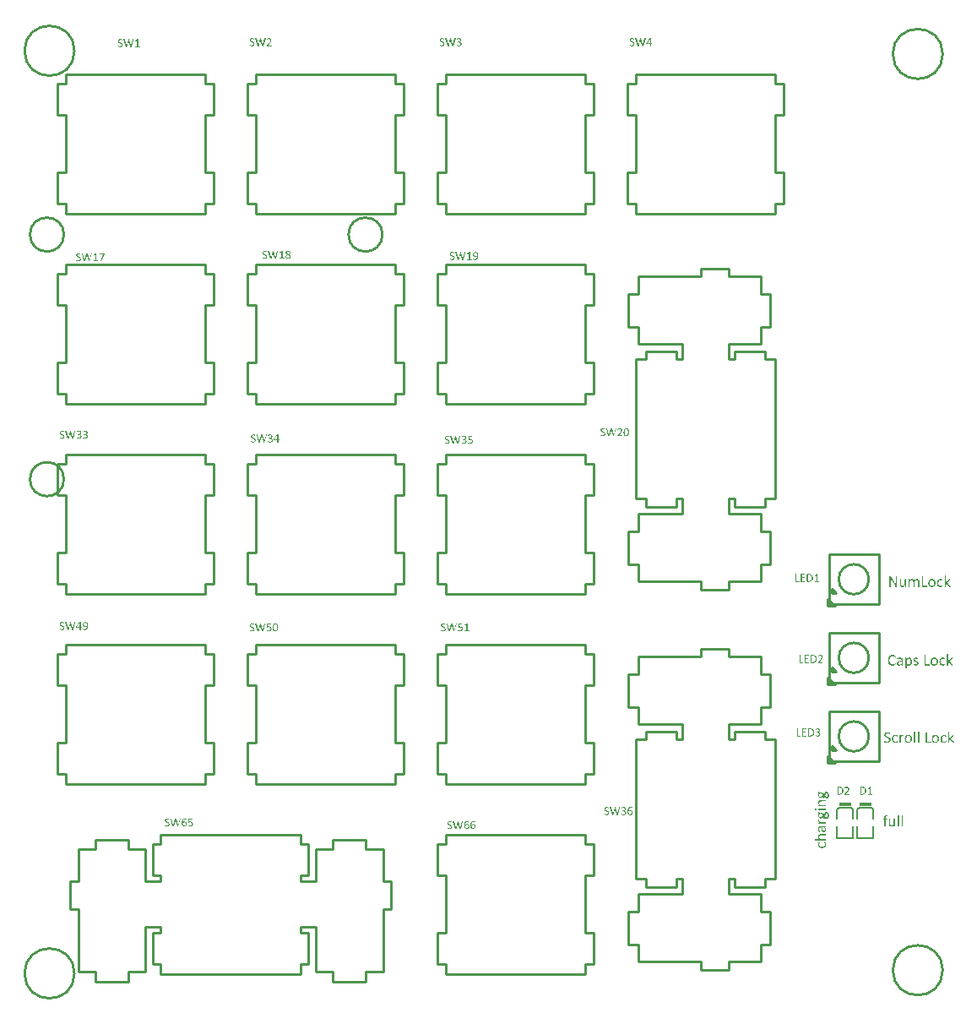
<source format=gto>
G04*
G04 #@! TF.GenerationSoftware,Altium Limited,Altium Designer,19.1.2 (11)*
G04*
G04 Layer_Color=65535*
%FSLAX25Y25*%
%MOIN*%
G70*
G01*
G75*
%ADD10C,0.01000*%
%ADD11C,0.00787*%
%ADD12R,0.04724X0.01181*%
G36*
X347076Y76970D02*
X347150Y76955D01*
X347172D01*
X347217Y76940D01*
X347269Y76925D01*
X347320Y76903D01*
X347328D01*
X347350Y76888D01*
X347380Y76873D01*
X347394Y76859D01*
X347402D01*
X347409Y76851D01*
X347424Y76814D01*
Y76807D01*
X347431Y76792D01*
X347439Y76770D01*
X347446Y76740D01*
Y76733D01*
X347454Y76711D01*
Y76681D01*
Y76637D01*
Y76629D01*
Y76600D01*
Y76570D01*
X347446Y76540D01*
Y76533D01*
X347439Y76518D01*
X347431Y76481D01*
X347424Y76466D01*
X347409Y76452D01*
X347402D01*
X347380Y76444D01*
X347365D01*
X347320Y76459D01*
X347313D01*
X347298Y76466D01*
X347269Y76481D01*
X347232Y76489D01*
X347224Y76496D01*
X347202Y76503D01*
X347165Y76511D01*
X347121Y76526D01*
X347113D01*
X347084Y76533D01*
X347032Y76540D01*
X346928D01*
X346906Y76533D01*
X346832Y76526D01*
X346765Y76496D01*
X346751Y76489D01*
X346721Y76466D01*
X346677Y76429D01*
X346632Y76378D01*
X346625Y76363D01*
X346610Y76318D01*
X346588Y76252D01*
X346566Y76163D01*
Y76156D01*
Y76141D01*
X346558Y76111D01*
Y76074D01*
X346551Y76030D01*
Y75978D01*
X346543Y75852D01*
Y75541D01*
X347195D01*
X347224Y75527D01*
X347232Y75519D01*
X347254Y75482D01*
Y75475D01*
X347261Y75467D01*
X347269Y75445D01*
X347276Y75416D01*
Y75408D01*
X347283Y75393D01*
X347291Y75356D01*
Y75319D01*
Y75312D01*
Y75297D01*
Y75253D01*
X347276Y75201D01*
X347261Y75149D01*
X347254Y75142D01*
X347239Y75127D01*
X347217Y75112D01*
X347180Y75105D01*
X346543D01*
Y72574D01*
Y72567D01*
Y72559D01*
X346529Y72530D01*
X346521Y72522D01*
X346484Y72500D01*
X346477D01*
X346462Y72493D01*
X346440D01*
X346403Y72485D01*
X346366D01*
X346329Y72478D01*
X346188D01*
X346144Y72485D01*
X346136D01*
X346114Y72493D01*
X346085D01*
X346062Y72500D01*
X346055D01*
X346048Y72507D01*
X346018Y72530D01*
Y72544D01*
X346011Y72574D01*
Y75105D01*
X345589D01*
X345567Y75112D01*
X345544Y75127D01*
X345522Y75149D01*
Y75157D01*
X345515Y75194D01*
X345507Y75245D01*
X345500Y75319D01*
Y75327D01*
Y75356D01*
Y75386D01*
Y75416D01*
Y75423D01*
X345507Y75438D01*
X345515Y75460D01*
X345522Y75482D01*
Y75490D01*
X345530Y75497D01*
X345552Y75527D01*
X345559D01*
X345567Y75534D01*
X345596Y75541D01*
X346011D01*
Y75837D01*
Y75852D01*
Y75889D01*
Y75941D01*
X346018Y76015D01*
X346025Y76089D01*
X346033Y76178D01*
X346048Y76267D01*
X346062Y76348D01*
Y76355D01*
X346077Y76385D01*
X346085Y76422D01*
X346107Y76474D01*
X346159Y76592D01*
X346196Y76651D01*
X346233Y76703D01*
X346240Y76711D01*
X346255Y76725D01*
X346277Y76755D01*
X346314Y76785D01*
X346358Y76814D01*
X346403Y76851D01*
X346521Y76910D01*
X346529D01*
X346551Y76918D01*
X346588Y76933D01*
X346640Y76947D01*
X346699Y76955D01*
X346773Y76970D01*
X346847Y76977D01*
X347002D01*
X347076Y76970D01*
D02*
G37*
G36*
X350192Y75549D02*
X350199D01*
X350221Y75541D01*
X350251Y75534D01*
X350273Y75527D01*
X350280D01*
X350288Y75519D01*
X350317Y75497D01*
X350325Y75490D01*
X350332Y75453D01*
Y72574D01*
Y72567D01*
Y72559D01*
X350317Y72530D01*
X350310Y72522D01*
X350273Y72500D01*
X350266D01*
X350258Y72493D01*
X350236D01*
X350199Y72485D01*
X350169D01*
X350132Y72478D01*
X350007D01*
X349962Y72485D01*
X349955D01*
X349940Y72493D01*
X349888Y72500D01*
X349873Y72507D01*
X349851Y72530D01*
Y72544D01*
X349844Y72574D01*
Y72951D01*
X349836Y72937D01*
X349799Y72907D01*
X349755Y72863D01*
X349696Y72803D01*
X349622Y72737D01*
X349540Y72670D01*
X349452Y72611D01*
X349363Y72559D01*
X349355Y72552D01*
X349326Y72544D01*
X349274Y72522D01*
X349215Y72500D01*
X349141Y72478D01*
X349059Y72463D01*
X348971Y72448D01*
X348874Y72441D01*
X348830D01*
X348778Y72448D01*
X348712Y72456D01*
X348630Y72463D01*
X348556Y72478D01*
X348475Y72500D01*
X348393Y72530D01*
X348386Y72537D01*
X348364Y72544D01*
X348327Y72567D01*
X348282Y72596D01*
X348231Y72633D01*
X348179Y72678D01*
X348075Y72789D01*
X348068Y72796D01*
X348053Y72818D01*
X348038Y72855D01*
X348009Y72900D01*
X347979Y72959D01*
X347957Y73025D01*
X347905Y73173D01*
Y73181D01*
X347898Y73210D01*
X347890Y73262D01*
X347883Y73321D01*
X347868Y73403D01*
X347861Y73492D01*
X347853Y73595D01*
Y73706D01*
Y75453D01*
Y75460D01*
Y75467D01*
X347861Y75497D01*
X347875Y75504D01*
X347905Y75527D01*
X347912D01*
X347927Y75534D01*
X347949Y75541D01*
X347986Y75549D01*
X347994D01*
X348023Y75556D01*
X348201D01*
X348245Y75549D01*
X348253D01*
X348275Y75541D01*
X348305Y75534D01*
X348327Y75527D01*
X348334D01*
X348342Y75519D01*
X348371Y75497D01*
X348379Y75490D01*
X348386Y75453D01*
Y73780D01*
Y73773D01*
Y73736D01*
Y73691D01*
X348393Y73632D01*
X348401Y73499D01*
X348408Y73432D01*
X348416Y73373D01*
Y73366D01*
X348423Y73351D01*
X348430Y73321D01*
X348445Y73284D01*
X348475Y73196D01*
X348527Y73107D01*
X348534Y73099D01*
X348541Y73092D01*
X348578Y73048D01*
X348645Y72996D01*
X348719Y72944D01*
X348726D01*
X348741Y72937D01*
X348763Y72929D01*
X348800Y72922D01*
X348882Y72900D01*
X348985Y72892D01*
X349022D01*
X349059Y72900D01*
X349111Y72907D01*
X349170Y72922D01*
X349237Y72951D01*
X349304Y72981D01*
X349378Y73025D01*
X349385Y73033D01*
X349415Y73055D01*
X349452Y73085D01*
X349503Y73129D01*
X349570Y73188D01*
X349637Y73262D01*
X349718Y73344D01*
X349799Y73440D01*
Y75453D01*
Y75460D01*
Y75467D01*
X349807Y75497D01*
X349822Y75504D01*
X349851Y75527D01*
X349859D01*
X349873Y75534D01*
X349896Y75541D01*
X349933Y75549D01*
X349940D01*
X349970Y75556D01*
X350147D01*
X350192Y75549D01*
D02*
G37*
G36*
X353196Y76947D02*
X353203D01*
X353226Y76940D01*
X353255Y76933D01*
X353277Y76925D01*
X353285D01*
X353292Y76918D01*
X353322Y76888D01*
X353329Y76881D01*
X353337Y76851D01*
Y72574D01*
Y72567D01*
Y72559D01*
X353322Y72530D01*
X353314Y72522D01*
X353277Y72500D01*
X353270D01*
X353255Y72493D01*
X353233D01*
X353196Y72485D01*
X353166D01*
X353122Y72478D01*
X352981D01*
X352937Y72485D01*
X352930D01*
X352915Y72493D01*
X352863Y72500D01*
X352856D01*
X352848Y72507D01*
X352819Y72530D01*
Y72544D01*
X352811Y72574D01*
Y76851D01*
Y76859D01*
Y76866D01*
X352819Y76888D01*
Y76896D01*
X352833Y76903D01*
X352863Y76925D01*
X352870D01*
X352885Y76933D01*
X352907Y76940D01*
X352937Y76947D01*
X352944D01*
X352974Y76955D01*
X353159D01*
X353196Y76947D01*
D02*
G37*
G36*
X351694D02*
X351701D01*
X351723Y76940D01*
X351753Y76933D01*
X351775Y76925D01*
X351783D01*
X351790Y76918D01*
X351820Y76888D01*
X351827Y76881D01*
X351834Y76851D01*
Y72574D01*
Y72567D01*
Y72559D01*
X351820Y72530D01*
X351812Y72522D01*
X351775Y72500D01*
X351768D01*
X351753Y72493D01*
X351731D01*
X351694Y72485D01*
X351664D01*
X351620Y72478D01*
X351479D01*
X351435Y72485D01*
X351427D01*
X351413Y72493D01*
X351361Y72500D01*
X351353D01*
X351346Y72507D01*
X351316Y72530D01*
Y72544D01*
X351309Y72574D01*
Y76851D01*
Y76859D01*
Y76866D01*
X351316Y76888D01*
Y76896D01*
X351331Y76903D01*
X351361Y76925D01*
X351368D01*
X351383Y76933D01*
X351405Y76940D01*
X351435Y76947D01*
X351442D01*
X351472Y76955D01*
X351657D01*
X351694Y76947D01*
D02*
G37*
G36*
X320232Y86259D02*
X320292Y86252D01*
X320336Y86230D01*
X320343Y86222D01*
X320358Y86207D01*
X320373Y86185D01*
X320380Y86156D01*
Y85741D01*
X320388Y85749D01*
X320403Y85756D01*
X320425Y85778D01*
X320454Y85800D01*
X320536Y85852D01*
X320639Y85897D01*
X320647D01*
X320662Y85904D01*
X320691Y85911D01*
X320728Y85926D01*
X320824Y85941D01*
X320935Y85948D01*
X320943D01*
X320980D01*
X321024Y85941D01*
X321083D01*
X321157Y85926D01*
X321231Y85911D01*
X321305Y85897D01*
X321379Y85867D01*
X321387D01*
X321409Y85852D01*
X321446Y85830D01*
X321490Y85808D01*
X321594Y85734D01*
X321705Y85638D01*
X321712Y85630D01*
X321727Y85608D01*
X321749Y85578D01*
X321779Y85541D01*
X321809Y85490D01*
X321846Y85423D01*
X321875Y85356D01*
X321905Y85282D01*
Y85275D01*
X321912Y85245D01*
X321927Y85201D01*
X321934Y85149D01*
X321949Y85083D01*
X321964Y85001D01*
X321971Y84920D01*
Y84764D01*
X321964Y84720D01*
Y84668D01*
X321949Y84616D01*
X321927Y84491D01*
Y84483D01*
X321920Y84468D01*
X321912Y84439D01*
X321897Y84402D01*
X321860Y84320D01*
X321809Y84246D01*
X321816Y84239D01*
X321846Y84217D01*
X321890Y84187D01*
X321942Y84158D01*
X321957Y84150D01*
X321994Y84143D01*
X322045Y84135D01*
X322112Y84128D01*
X322119D01*
X322127D01*
X322179Y84143D01*
X322238Y84172D01*
X322267Y84195D01*
X322297Y84232D01*
Y84239D01*
X322312Y84254D01*
X322319Y84276D01*
X322334Y84306D01*
X322349Y84343D01*
X322356Y84394D01*
X322371Y84505D01*
X322408Y85253D01*
Y85290D01*
X322415Y85327D01*
Y85386D01*
X322423Y85445D01*
X322438Y85512D01*
X322467Y85645D01*
Y85652D01*
X322475Y85675D01*
X322489Y85712D01*
X322504Y85749D01*
X322549Y85852D01*
X322615Y85956D01*
X322623Y85963D01*
X322630Y85978D01*
X322652Y86000D01*
X322682Y86030D01*
X322756Y86096D01*
X322859Y86163D01*
X322867D01*
X322882Y86178D01*
X322911Y86185D01*
X322948Y86200D01*
X323000Y86215D01*
X323052Y86222D01*
X323178Y86237D01*
X323185D01*
X323215D01*
X323252Y86230D01*
X323296D01*
X323355Y86215D01*
X323422Y86200D01*
X323488Y86178D01*
X323555Y86148D01*
X323562D01*
X323585Y86133D01*
X323622Y86111D01*
X323666Y86089D01*
X323710Y86052D01*
X323770Y86008D01*
X323821Y85956D01*
X323873Y85897D01*
X323881Y85889D01*
X323895Y85867D01*
X323918Y85830D01*
X323947Y85778D01*
X323984Y85719D01*
X324021Y85638D01*
X324058Y85556D01*
X324088Y85460D01*
Y85445D01*
X324103Y85416D01*
X324110Y85356D01*
X324125Y85282D01*
X324140Y85186D01*
X324154Y85083D01*
X324162Y84964D01*
X324169Y84831D01*
Y84705D01*
X324162Y84624D01*
X324154Y84535D01*
X324147Y84431D01*
X324132Y84335D01*
X324110Y84239D01*
Y84232D01*
X324095Y84202D01*
X324088Y84150D01*
X324066Y84098D01*
X324014Y83965D01*
X323984Y83899D01*
X323947Y83839D01*
X323940Y83832D01*
X323925Y83817D01*
X323903Y83788D01*
X323873Y83751D01*
X323799Y83677D01*
X323747Y83640D01*
X323696Y83610D01*
X323688D01*
X323673Y83603D01*
X323644Y83588D01*
X323607Y83580D01*
X323562Y83566D01*
X323511Y83551D01*
X323392Y83543D01*
X323385D01*
X323377D01*
X323326D01*
X323259Y83551D01*
X323185Y83566D01*
X323178D01*
X323170Y83573D01*
X323126Y83580D01*
X323067Y83610D01*
X323000Y83640D01*
X322993D01*
X322985Y83647D01*
X322948Y83677D01*
X322896Y83721D01*
X322837Y83773D01*
X322830Y83780D01*
X322822Y83788D01*
X322785Y83825D01*
X322734Y83884D01*
X322674Y83958D01*
X322667Y83950D01*
X322660Y83936D01*
X322645Y83906D01*
X322615Y83869D01*
X322556Y83795D01*
X322519Y83758D01*
X322475Y83728D01*
X322467D01*
X322452Y83714D01*
X322430Y83706D01*
X322393Y83691D01*
X322312Y83669D01*
X322208Y83654D01*
X322201D01*
X322179D01*
X322142Y83662D01*
X322090D01*
X321986Y83684D01*
X321868Y83728D01*
X321860Y83736D01*
X321838Y83743D01*
X321809Y83758D01*
X321772Y83780D01*
X321683Y83847D01*
X321587Y83921D01*
X321579Y83913D01*
X321564Y83906D01*
X321542Y83884D01*
X321505Y83869D01*
X321424Y83817D01*
X321320Y83765D01*
X321313D01*
X321291Y83758D01*
X321261Y83751D01*
X321217Y83743D01*
X321165Y83728D01*
X321106Y83721D01*
X321032Y83714D01*
X320958D01*
X320943D01*
X320913D01*
X320869Y83721D01*
X320810D01*
X320743Y83736D01*
X320669Y83751D01*
X320595Y83765D01*
X320521Y83795D01*
X320514Y83802D01*
X320484Y83810D01*
X320447Y83832D01*
X320403Y83854D01*
X320299Y83928D01*
X320188Y84024D01*
X320181Y84032D01*
X320166Y84054D01*
X320144Y84084D01*
X320114Y84128D01*
X320077Y84180D01*
X320047Y84239D01*
X320010Y84306D01*
X319981Y84380D01*
Y84387D01*
X319966Y84417D01*
X319959Y84461D01*
X319944Y84513D01*
X319929Y84579D01*
X319922Y84653D01*
X319907Y84824D01*
Y84905D01*
X319914Y84986D01*
X319922Y85068D01*
Y85090D01*
X319929Y85112D01*
Y85142D01*
X319944Y85208D01*
X319959Y85282D01*
Y86163D01*
X319966Y86185D01*
X319981Y86215D01*
X320018Y86237D01*
X320025Y86244D01*
X320055Y86252D01*
X320107Y86259D01*
X320173Y86267D01*
X320181D01*
X320188D01*
X320232Y86259D01*
D02*
G37*
G36*
X322970Y82885D02*
X322978Y82877D01*
X323000Y82840D01*
Y82833D01*
X323007Y82818D01*
Y82796D01*
X323015Y82759D01*
Y82729D01*
X323022Y82685D01*
Y82544D01*
X323015Y82500D01*
Y82493D01*
X323007Y82478D01*
X323000Y82426D01*
Y82419D01*
X322993Y82411D01*
X322970Y82382D01*
X322956D01*
X322926Y82374D01*
X321239D01*
X321231D01*
X321194D01*
X321150D01*
X321098Y82367D01*
X320972Y82359D01*
X320906Y82345D01*
X320847Y82330D01*
X320839D01*
X320817Y82322D01*
X320795Y82315D01*
X320758Y82300D01*
X320669Y82271D01*
X320588Y82219D01*
X320580D01*
X320565Y82204D01*
X320521Y82167D01*
X320469Y82108D01*
X320417Y82026D01*
Y82019D01*
X320410Y82004D01*
X320395Y81982D01*
X320388Y81952D01*
X320366Y81864D01*
X320358Y81760D01*
Y81723D01*
X320366Y81686D01*
X320373Y81634D01*
X320395Y81575D01*
X320417Y81508D01*
X320454Y81434D01*
X320506Y81360D01*
X320514Y81353D01*
X320528Y81323D01*
X320565Y81286D01*
X320610Y81235D01*
X320669Y81168D01*
X320736Y81101D01*
X320817Y81027D01*
X320913Y80946D01*
X322926D01*
X322933D01*
X322941D01*
X322970Y80931D01*
X322978Y80924D01*
X323000Y80887D01*
Y80879D01*
X323007Y80865D01*
Y80842D01*
X323015Y80805D01*
Y80776D01*
X323022Y80731D01*
Y80591D01*
X323015Y80546D01*
Y80539D01*
X323007Y80524D01*
X323000Y80472D01*
Y80465D01*
X322993Y80458D01*
X322970Y80428D01*
X322956D01*
X322926Y80421D01*
X320047D01*
X320040D01*
X320033D01*
X320003Y80428D01*
X319996Y80435D01*
X319981Y80450D01*
X319973Y80465D01*
Y80472D01*
X319966Y80487D01*
X319959Y80509D01*
X319951Y80539D01*
Y80546D01*
X319944Y80569D01*
Y80731D01*
X319951Y80768D01*
Y80776D01*
X319959Y80798D01*
X319966Y80820D01*
X319973Y80842D01*
Y80850D01*
X319981Y80857D01*
X319988Y80872D01*
X320003Y80879D01*
X320010Y80887D01*
X320047Y80894D01*
X320425D01*
X320410Y80909D01*
X320380Y80939D01*
X320336Y80983D01*
X320277Y81050D01*
X320210Y81116D01*
X320144Y81198D01*
X320084Y81286D01*
X320033Y81375D01*
X320025Y81390D01*
X320010Y81420D01*
X319988Y81464D01*
X319966Y81531D01*
X319944Y81605D01*
X319922Y81686D01*
X319907Y81775D01*
X319899Y81864D01*
Y81915D01*
X319907Y81967D01*
X319914Y82034D01*
X319922Y82108D01*
X319944Y82189D01*
X319966Y82271D01*
X320003Y82345D01*
X320010Y82352D01*
X320018Y82382D01*
X320040Y82411D01*
X320070Y82463D01*
X320107Y82507D01*
X320151Y82567D01*
X320203Y82618D01*
X320262Y82663D01*
X320269Y82670D01*
X320292Y82685D01*
X320329Y82707D01*
X320373Y82729D01*
X320425Y82759D01*
X320491Y82789D01*
X320565Y82818D01*
X320647Y82840D01*
X320654D01*
X320684Y82848D01*
X320728Y82863D01*
X320795Y82870D01*
X320869Y82885D01*
X320958Y82892D01*
X321061Y82900D01*
X321172D01*
X322926D01*
X322933D01*
X322941D01*
X322970Y82885D01*
D02*
G37*
G36*
Y79429D02*
X322978Y79422D01*
X323000Y79385D01*
Y79377D01*
X323007Y79362D01*
Y79340D01*
X323015Y79303D01*
Y79274D01*
X323022Y79229D01*
Y79089D01*
X323015Y79044D01*
Y79037D01*
X323007Y79022D01*
X323000Y78970D01*
Y78963D01*
X322993Y78955D01*
X322970Y78926D01*
X322956D01*
X322926Y78918D01*
X320047D01*
X320040D01*
X320033D01*
X320010Y78926D01*
X320003D01*
X319996Y78941D01*
X319973Y78970D01*
Y78978D01*
X319966Y78992D01*
X319959Y79015D01*
X319951Y79044D01*
Y79052D01*
X319944Y79081D01*
Y79266D01*
X319951Y79303D01*
Y79311D01*
X319959Y79333D01*
X319966Y79362D01*
X319973Y79385D01*
Y79392D01*
X319981Y79399D01*
X320010Y79429D01*
X320018Y79436D01*
X320047Y79444D01*
X322926D01*
X322933D01*
X322941D01*
X322970Y79429D01*
D02*
G37*
G36*
X319174Y79496D02*
X319256Y79473D01*
X319293Y79451D01*
X319322Y79429D01*
X319330Y79414D01*
X319344Y79399D01*
X319352Y79370D01*
X319367Y79340D01*
X319381Y79288D01*
X319389Y79237D01*
Y79111D01*
X319381Y79066D01*
X319367Y78985D01*
X319352Y78948D01*
X319330Y78918D01*
X319315Y78911D01*
X319300Y78896D01*
X319270Y78889D01*
X319241Y78874D01*
X319196Y78859D01*
X319145Y78852D01*
X319078D01*
X319071D01*
X319048D01*
X319019Y78859D01*
X318974D01*
X318893Y78881D01*
X318856Y78896D01*
X318826Y78918D01*
X318812Y78933D01*
X318804Y78948D01*
X318789Y78978D01*
X318775Y79015D01*
X318767Y79059D01*
X318752Y79111D01*
Y79237D01*
X318760Y79281D01*
X318782Y79362D01*
X318797Y79399D01*
X318819Y79429D01*
X318834Y79444D01*
X318849Y79451D01*
X318878Y79466D01*
X318908Y79481D01*
X318952Y79488D01*
X319004Y79503D01*
X319071D01*
X319078D01*
X319100D01*
X319130D01*
X319174Y79496D01*
D02*
G37*
G36*
X320232Y78230D02*
X320292Y78223D01*
X320336Y78201D01*
X320343Y78193D01*
X320358Y78178D01*
X320373Y78156D01*
X320380Y78127D01*
Y77712D01*
X320388Y77720D01*
X320403Y77727D01*
X320425Y77749D01*
X320454Y77771D01*
X320536Y77823D01*
X320639Y77868D01*
X320647D01*
X320662Y77875D01*
X320691Y77882D01*
X320728Y77897D01*
X320824Y77912D01*
X320935Y77919D01*
X320943D01*
X320980D01*
X321024Y77912D01*
X321083D01*
X321157Y77897D01*
X321231Y77882D01*
X321305Y77868D01*
X321379Y77838D01*
X321387D01*
X321409Y77823D01*
X321446Y77801D01*
X321490Y77779D01*
X321594Y77705D01*
X321705Y77609D01*
X321712Y77601D01*
X321727Y77579D01*
X321749Y77549D01*
X321779Y77512D01*
X321809Y77461D01*
X321846Y77394D01*
X321875Y77327D01*
X321905Y77253D01*
Y77246D01*
X321912Y77216D01*
X321927Y77172D01*
X321934Y77120D01*
X321949Y77054D01*
X321964Y76972D01*
X321971Y76891D01*
Y76735D01*
X321964Y76691D01*
Y76639D01*
X321949Y76587D01*
X321927Y76462D01*
Y76454D01*
X321920Y76439D01*
X321912Y76410D01*
X321897Y76373D01*
X321860Y76291D01*
X321809Y76217D01*
X321816Y76210D01*
X321846Y76188D01*
X321890Y76158D01*
X321942Y76129D01*
X321957Y76121D01*
X321994Y76114D01*
X322045Y76106D01*
X322112Y76099D01*
X322119D01*
X322127D01*
X322179Y76114D01*
X322238Y76143D01*
X322267Y76166D01*
X322297Y76203D01*
Y76210D01*
X322312Y76225D01*
X322319Y76247D01*
X322334Y76277D01*
X322349Y76314D01*
X322356Y76365D01*
X322371Y76476D01*
X322408Y77224D01*
Y77261D01*
X322415Y77298D01*
Y77357D01*
X322423Y77416D01*
X322438Y77483D01*
X322467Y77616D01*
Y77623D01*
X322475Y77646D01*
X322489Y77683D01*
X322504Y77720D01*
X322549Y77823D01*
X322615Y77927D01*
X322623Y77934D01*
X322630Y77949D01*
X322652Y77971D01*
X322682Y78001D01*
X322756Y78067D01*
X322859Y78134D01*
X322867D01*
X322882Y78149D01*
X322911Y78156D01*
X322948Y78171D01*
X323000Y78186D01*
X323052Y78193D01*
X323178Y78208D01*
X323185D01*
X323215D01*
X323252Y78201D01*
X323296D01*
X323355Y78186D01*
X323422Y78171D01*
X323488Y78149D01*
X323555Y78119D01*
X323562D01*
X323585Y78104D01*
X323622Y78082D01*
X323666Y78060D01*
X323710Y78023D01*
X323770Y77979D01*
X323821Y77927D01*
X323873Y77868D01*
X323881Y77860D01*
X323895Y77838D01*
X323918Y77801D01*
X323947Y77749D01*
X323984Y77690D01*
X324021Y77609D01*
X324058Y77527D01*
X324088Y77431D01*
Y77416D01*
X324103Y77387D01*
X324110Y77327D01*
X324125Y77253D01*
X324140Y77157D01*
X324154Y77054D01*
X324162Y76935D01*
X324169Y76802D01*
Y76676D01*
X324162Y76595D01*
X324154Y76506D01*
X324147Y76402D01*
X324132Y76306D01*
X324110Y76210D01*
Y76203D01*
X324095Y76173D01*
X324088Y76121D01*
X324066Y76069D01*
X324014Y75936D01*
X323984Y75870D01*
X323947Y75810D01*
X323940Y75803D01*
X323925Y75788D01*
X323903Y75759D01*
X323873Y75722D01*
X323799Y75648D01*
X323747Y75611D01*
X323696Y75581D01*
X323688D01*
X323673Y75574D01*
X323644Y75559D01*
X323607Y75551D01*
X323562Y75537D01*
X323511Y75522D01*
X323392Y75514D01*
X323385D01*
X323377D01*
X323326D01*
X323259Y75522D01*
X323185Y75537D01*
X323178D01*
X323170Y75544D01*
X323126Y75551D01*
X323067Y75581D01*
X323000Y75611D01*
X322993D01*
X322985Y75618D01*
X322948Y75648D01*
X322896Y75692D01*
X322837Y75744D01*
X322830Y75751D01*
X322822Y75759D01*
X322785Y75796D01*
X322734Y75855D01*
X322674Y75929D01*
X322667Y75921D01*
X322660Y75907D01*
X322645Y75877D01*
X322615Y75840D01*
X322556Y75766D01*
X322519Y75729D01*
X322475Y75699D01*
X322467D01*
X322452Y75685D01*
X322430Y75677D01*
X322393Y75662D01*
X322312Y75640D01*
X322208Y75625D01*
X322201D01*
X322179D01*
X322142Y75633D01*
X322090D01*
X321986Y75655D01*
X321868Y75699D01*
X321860Y75707D01*
X321838Y75714D01*
X321809Y75729D01*
X321772Y75751D01*
X321683Y75818D01*
X321587Y75892D01*
X321579Y75884D01*
X321564Y75877D01*
X321542Y75855D01*
X321505Y75840D01*
X321424Y75788D01*
X321320Y75736D01*
X321313D01*
X321291Y75729D01*
X321261Y75722D01*
X321217Y75714D01*
X321165Y75699D01*
X321106Y75692D01*
X321032Y75685D01*
X320958D01*
X320943D01*
X320913D01*
X320869Y75692D01*
X320810D01*
X320743Y75707D01*
X320669Y75722D01*
X320595Y75736D01*
X320521Y75766D01*
X320514Y75773D01*
X320484Y75781D01*
X320447Y75803D01*
X320403Y75825D01*
X320299Y75899D01*
X320188Y75995D01*
X320181Y76003D01*
X320166Y76025D01*
X320144Y76055D01*
X320114Y76099D01*
X320077Y76151D01*
X320047Y76210D01*
X320010Y76277D01*
X319981Y76351D01*
Y76358D01*
X319966Y76388D01*
X319959Y76432D01*
X319944Y76484D01*
X319929Y76550D01*
X319922Y76624D01*
X319907Y76795D01*
Y76876D01*
X319914Y76957D01*
X319922Y77039D01*
Y77061D01*
X319929Y77083D01*
Y77113D01*
X319944Y77179D01*
X319959Y77253D01*
Y78134D01*
X319966Y78156D01*
X319981Y78186D01*
X320018Y78208D01*
X320025Y78215D01*
X320055Y78223D01*
X320107Y78230D01*
X320173Y78238D01*
X320181D01*
X320188D01*
X320232Y78230D01*
D02*
G37*
G36*
X320351Y75218D02*
X320358D01*
X320373D01*
X320425Y75204D01*
X320432D01*
X320440Y75196D01*
X320469Y75181D01*
X320477Y75174D01*
X320484Y75144D01*
Y75122D01*
X320469Y75078D01*
Y75070D01*
X320462Y75056D01*
X320447Y75026D01*
X320440Y74996D01*
Y74989D01*
X320432Y74967D01*
X320417Y74937D01*
X320410Y74893D01*
Y74885D01*
X320403Y74856D01*
X320395Y74811D01*
Y74752D01*
X320403Y74715D01*
X320410Y74671D01*
X320432Y74612D01*
X320440Y74597D01*
X320454Y74567D01*
X320491Y74515D01*
X320536Y74449D01*
X320551Y74434D01*
X320588Y74397D01*
X320654Y74338D01*
X320736Y74271D01*
X320743Y74264D01*
X320758Y74256D01*
X320780Y74234D01*
X320817Y74212D01*
X320861Y74182D01*
X320913Y74153D01*
X321032Y74071D01*
X322926D01*
X322933D01*
X322941D01*
X322970Y74057D01*
X322978Y74049D01*
X323000Y74012D01*
Y74005D01*
X323007Y73990D01*
Y73968D01*
X323015Y73931D01*
Y73901D01*
X323022Y73857D01*
Y73716D01*
X323015Y73672D01*
Y73664D01*
X323007Y73650D01*
X323000Y73598D01*
Y73590D01*
X322993Y73583D01*
X322970Y73553D01*
X322956D01*
X322926Y73546D01*
X320047D01*
X320040D01*
X320033D01*
X320003Y73553D01*
X319996Y73561D01*
X319981Y73576D01*
X319973Y73590D01*
Y73598D01*
X319966Y73613D01*
X319959Y73635D01*
X319951Y73664D01*
Y73672D01*
X319944Y73694D01*
Y73857D01*
X319951Y73894D01*
Y73901D01*
X319959Y73923D01*
X319966Y73946D01*
X319973Y73968D01*
Y73975D01*
X319981Y73983D01*
X319988Y73997D01*
X320003Y74005D01*
X320010Y74012D01*
X320047Y74020D01*
X320469D01*
X320462Y74027D01*
X320440Y74042D01*
X320410Y74064D01*
X320366Y74094D01*
X320277Y74160D01*
X320188Y74242D01*
X320181Y74249D01*
X320166Y74256D01*
X320121Y74308D01*
X320070Y74367D01*
X320018Y74434D01*
Y74441D01*
X320010Y74449D01*
X319981Y74493D01*
X319951Y74552D01*
X319929Y74619D01*
Y74626D01*
X319922Y74634D01*
X319914Y74678D01*
X319907Y74737D01*
X319899Y74804D01*
Y74863D01*
X319907Y74900D01*
Y74908D01*
X319914Y74930D01*
X319922Y74967D01*
X319929Y75004D01*
Y75011D01*
X319936Y75041D01*
X319944Y75070D01*
X319959Y75107D01*
Y75115D01*
X319966Y75137D01*
X319973Y75159D01*
X319988Y75174D01*
Y75181D01*
X319996Y75189D01*
X320018Y75204D01*
X320025Y75211D01*
X320055D01*
X320062D01*
X320070Y75218D01*
X320092D01*
X320121D01*
X320129D01*
X320151Y75226D01*
X320181D01*
X320232D01*
X320247D01*
X320277D01*
X320314D01*
X320351Y75218D01*
D02*
G37*
G36*
X322970Y72562D02*
X322985Y72547D01*
Y72540D01*
X322993Y72532D01*
X323000Y72510D01*
X323007Y72473D01*
Y72466D01*
X323015Y72443D01*
X323022Y72399D01*
Y72303D01*
X323015Y72258D01*
X323007Y72214D01*
Y72207D01*
X323000Y72184D01*
X322993Y72162D01*
X322985Y72140D01*
X322970Y72133D01*
X322956Y72125D01*
X322933Y72118D01*
X322645D01*
X322652Y72110D01*
X322674Y72088D01*
X322711Y72044D01*
X322756Y71999D01*
X322808Y71933D01*
X322859Y71859D01*
X322911Y71785D01*
X322956Y71696D01*
X322963Y71689D01*
X322970Y71659D01*
X322985Y71607D01*
X323007Y71548D01*
X323030Y71474D01*
X323044Y71393D01*
X323052Y71304D01*
X323059Y71208D01*
Y71126D01*
X323052Y71067D01*
X323044Y71008D01*
X323037Y70934D01*
X323000Y70793D01*
Y70786D01*
X322993Y70764D01*
X322978Y70727D01*
X322963Y70690D01*
X322911Y70586D01*
X322837Y70482D01*
X322830Y70475D01*
X322815Y70460D01*
X322793Y70438D01*
X322756Y70408D01*
X322719Y70379D01*
X322667Y70342D01*
X322556Y70283D01*
X322549D01*
X322526Y70275D01*
X322497Y70260D01*
X322445Y70253D01*
X322393Y70238D01*
X322334Y70223D01*
X322186Y70216D01*
X322179D01*
X322149D01*
X322105Y70223D01*
X322045Y70231D01*
X321979Y70238D01*
X321912Y70260D01*
X321838Y70283D01*
X321772Y70312D01*
X321764Y70320D01*
X321742Y70327D01*
X321705Y70349D01*
X321661Y70386D01*
X321616Y70423D01*
X321564Y70475D01*
X321513Y70527D01*
X321468Y70593D01*
X321461Y70601D01*
X321446Y70630D01*
X321424Y70667D01*
X321402Y70719D01*
X321372Y70786D01*
X321342Y70860D01*
X321313Y70949D01*
X321291Y71045D01*
Y71060D01*
X321283Y71097D01*
X321268Y71148D01*
X321261Y71222D01*
X321246Y71311D01*
X321239Y71415D01*
X321231Y71533D01*
Y72051D01*
X321009D01*
X321002D01*
X320980D01*
X320950D01*
X320913Y72044D01*
X320817Y72036D01*
X320721Y72014D01*
X320713D01*
X320699Y72007D01*
X320676Y71999D01*
X320647Y71985D01*
X320573Y71948D01*
X320506Y71896D01*
X320499D01*
X320491Y71881D01*
X320454Y71844D01*
X320410Y71777D01*
X320373Y71696D01*
Y71689D01*
X320366Y71674D01*
X320358Y71644D01*
X320351Y71615D01*
X320343Y71570D01*
X320336Y71518D01*
X320329Y71393D01*
Y71319D01*
X320336Y71274D01*
X320351Y71156D01*
X320380Y71037D01*
Y71030D01*
X320388Y71015D01*
X320395Y70986D01*
X320410Y70949D01*
X320440Y70860D01*
X320484Y70771D01*
Y70764D01*
X320491Y70749D01*
X320499Y70727D01*
X320514Y70704D01*
X320543Y70638D01*
X320580Y70571D01*
X320588Y70556D01*
X320602Y70527D01*
X320617Y70490D01*
X320625Y70460D01*
Y70445D01*
X320617Y70408D01*
X320610Y70401D01*
X320580Y70379D01*
X320573D01*
X320558Y70371D01*
X320514Y70357D01*
X320506D01*
X320484D01*
X320454D01*
X320425D01*
X320417D01*
X320410D01*
X320380D01*
X320336D01*
X320299Y70364D01*
X320292D01*
X320269Y70379D01*
X320240Y70394D01*
X320210Y70416D01*
X320203Y70423D01*
X320181Y70453D01*
X320151Y70497D01*
X320114Y70564D01*
Y70571D01*
X320107Y70586D01*
X320092Y70608D01*
X320077Y70638D01*
X320047Y70712D01*
X320010Y70808D01*
Y70815D01*
X320003Y70830D01*
X319996Y70860D01*
X319981Y70897D01*
X319973Y70941D01*
X319959Y70993D01*
X319936Y71111D01*
Y71119D01*
X319929Y71141D01*
X319922Y71171D01*
X319914Y71215D01*
Y71259D01*
X319907Y71319D01*
X319899Y71437D01*
Y71548D01*
X319907Y71622D01*
X319914Y71703D01*
X319929Y71792D01*
X319951Y71881D01*
X319973Y71962D01*
Y71970D01*
X319988Y71999D01*
X320003Y72036D01*
X320025Y72088D01*
X320092Y72207D01*
X320136Y72266D01*
X320181Y72318D01*
X320188Y72325D01*
X320203Y72340D01*
X320232Y72362D01*
X320269Y72392D01*
X320321Y72421D01*
X320380Y72458D01*
X320447Y72488D01*
X320521Y72510D01*
X320528D01*
X320558Y72517D01*
X320595Y72532D01*
X320654Y72547D01*
X320721Y72554D01*
X320802Y72569D01*
X320891Y72577D01*
X320987D01*
X322933D01*
X322941D01*
X322956D01*
X322970Y72562D01*
D02*
G37*
G36*
Y69432D02*
X322978Y69424D01*
X323000Y69387D01*
Y69380D01*
X323007Y69365D01*
Y69343D01*
X323015Y69306D01*
Y69276D01*
X323022Y69232D01*
Y69091D01*
X323015Y69047D01*
Y69039D01*
X323007Y69025D01*
X323000Y68973D01*
Y68965D01*
X322993Y68958D01*
X322970Y68928D01*
X322956D01*
X322926Y68921D01*
X321239D01*
X321231D01*
X321194D01*
X321150D01*
X321098Y68914D01*
X320972Y68906D01*
X320906Y68891D01*
X320847Y68877D01*
X320839D01*
X320817Y68869D01*
X320795Y68862D01*
X320758Y68847D01*
X320669Y68817D01*
X320588Y68766D01*
X320580D01*
X320565Y68751D01*
X320521Y68714D01*
X320469Y68655D01*
X320417Y68573D01*
Y68566D01*
X320410Y68551D01*
X320395Y68529D01*
X320388Y68499D01*
X320366Y68410D01*
X320358Y68307D01*
Y68270D01*
X320366Y68233D01*
X320373Y68181D01*
X320395Y68122D01*
X320417Y68055D01*
X320454Y67981D01*
X320506Y67907D01*
X320514Y67900D01*
X320528Y67870D01*
X320565Y67833D01*
X320610Y67781D01*
X320669Y67715D01*
X320736Y67648D01*
X320817Y67574D01*
X320913Y67493D01*
X322926D01*
X322933D01*
X322941D01*
X322970Y67478D01*
X322978Y67471D01*
X323000Y67434D01*
Y67426D01*
X323007Y67411D01*
Y67389D01*
X323015Y67352D01*
Y67323D01*
X323022Y67278D01*
Y67138D01*
X323015Y67093D01*
Y67086D01*
X323007Y67071D01*
X323000Y67019D01*
Y67012D01*
X322993Y67004D01*
X322970Y66975D01*
X322956D01*
X322926Y66967D01*
X318649D01*
X318641D01*
X318634D01*
X318612Y66975D01*
X318604D01*
X318597Y66990D01*
X318575Y67019D01*
Y67027D01*
X318567Y67041D01*
X318560Y67064D01*
X318553Y67093D01*
Y67101D01*
X318545Y67130D01*
Y67315D01*
X318553Y67352D01*
Y67360D01*
X318560Y67382D01*
X318567Y67411D01*
X318575Y67434D01*
Y67441D01*
X318582Y67448D01*
X318612Y67478D01*
X318619Y67485D01*
X318649Y67493D01*
X320373D01*
X320366Y67500D01*
X320336Y67530D01*
X320292Y67574D01*
X320240Y67633D01*
X320181Y67700D01*
X320121Y67774D01*
X320070Y67863D01*
X320018Y67944D01*
X320010Y67952D01*
X319996Y67989D01*
X319981Y68033D01*
X319959Y68092D01*
X319936Y68159D01*
X319914Y68240D01*
X319907Y68322D01*
X319899Y68410D01*
Y68462D01*
X319907Y68514D01*
X319914Y68581D01*
X319922Y68655D01*
X319944Y68736D01*
X319966Y68817D01*
X320003Y68891D01*
X320010Y68899D01*
X320018Y68928D01*
X320040Y68958D01*
X320070Y69010D01*
X320107Y69054D01*
X320151Y69113D01*
X320203Y69165D01*
X320262Y69210D01*
X320269Y69217D01*
X320292Y69232D01*
X320329Y69254D01*
X320373Y69276D01*
X320425Y69306D01*
X320491Y69335D01*
X320565Y69365D01*
X320647Y69387D01*
X320654D01*
X320684Y69395D01*
X320728Y69409D01*
X320795Y69417D01*
X320869Y69432D01*
X320958Y69439D01*
X321061Y69446D01*
X321172D01*
X322926D01*
X322933D01*
X322941D01*
X322970Y69432D01*
D02*
G37*
G36*
X322578Y66264D02*
X322586D01*
X322600D01*
X322645Y66250D01*
X322660Y66242D01*
X322689Y66227D01*
X322697D01*
X322704Y66220D01*
X322726Y66205D01*
X322756Y66183D01*
X322763Y66176D01*
X322778Y66153D01*
X322815Y66109D01*
X322852Y66050D01*
Y66042D01*
X322859Y66035D01*
X322874Y66013D01*
X322889Y65983D01*
X322919Y65917D01*
X322956Y65828D01*
Y65820D01*
X322963Y65806D01*
X322970Y65783D01*
X322978Y65754D01*
X323007Y65672D01*
X323030Y65569D01*
Y65561D01*
X323037Y65547D01*
Y65517D01*
X323044Y65480D01*
X323052Y65391D01*
X323059Y65280D01*
Y65228D01*
X323052Y65169D01*
X323044Y65095D01*
X323037Y65006D01*
X323015Y64918D01*
X322993Y64821D01*
X322963Y64725D01*
X322956Y64718D01*
X322941Y64688D01*
X322919Y64644D01*
X322889Y64585D01*
X322845Y64525D01*
X322793Y64459D01*
X322734Y64392D01*
X322667Y64326D01*
X322660Y64318D01*
X322630Y64296D01*
X322586Y64266D01*
X322534Y64237D01*
X322460Y64192D01*
X322378Y64155D01*
X322282Y64118D01*
X322179Y64081D01*
X322164D01*
X322127Y64067D01*
X322068Y64059D01*
X321986Y64044D01*
X321890Y64030D01*
X321779Y64015D01*
X321653Y64007D01*
X321520Y64000D01*
X321513D01*
X321498D01*
X321476D01*
X321446D01*
X321365Y64007D01*
X321268Y64015D01*
X321150Y64022D01*
X321032Y64044D01*
X320906Y64067D01*
X320787Y64104D01*
X320773Y64111D01*
X320736Y64126D01*
X320684Y64148D01*
X320610Y64178D01*
X320536Y64215D01*
X320447Y64266D01*
X320366Y64326D01*
X320292Y64385D01*
X320284Y64392D01*
X320262Y64414D01*
X320225Y64451D01*
X320181Y64503D01*
X320129Y64562D01*
X320084Y64636D01*
X320033Y64718D01*
X319996Y64807D01*
X319988Y64821D01*
X319981Y64851D01*
X319966Y64903D01*
X319944Y64969D01*
X319929Y65051D01*
X319914Y65140D01*
X319907Y65236D01*
X319899Y65339D01*
Y65428D01*
X319914Y65510D01*
X319929Y65606D01*
Y65613D01*
X319936Y65628D01*
Y65650D01*
X319944Y65687D01*
X319966Y65761D01*
X319996Y65843D01*
Y65850D01*
X320003Y65865D01*
X320025Y65909D01*
X320055Y65968D01*
X320092Y66035D01*
Y66042D01*
X320099Y66050D01*
X320121Y66087D01*
X320151Y66124D01*
X320181Y66161D01*
X320188Y66168D01*
X320203Y66183D01*
X320218Y66198D01*
X320240Y66213D01*
X320247D01*
X320255Y66220D01*
X320299Y66235D01*
X320306D01*
X320321Y66242D01*
X320366Y66250D01*
X320373D01*
X320388Y66257D01*
X320425D01*
X320462D01*
X320469D01*
X320484D01*
X320528D01*
X320588Y66242D01*
X320639Y66227D01*
X320647Y66220D01*
X320662Y66205D01*
X320676Y66183D01*
X320684Y66153D01*
Y66146D01*
X320676Y66124D01*
X320662Y66087D01*
X320632Y66042D01*
X320625Y66035D01*
X320595Y65998D01*
X320565Y65954D01*
X320521Y65887D01*
Y65880D01*
X320506Y65872D01*
X320499Y65850D01*
X320484Y65820D01*
X320440Y65746D01*
X320403Y65650D01*
Y65643D01*
X320395Y65628D01*
X320380Y65598D01*
X320373Y65561D01*
X320358Y65517D01*
X320351Y65458D01*
X320343Y65332D01*
Y65317D01*
X320351Y65273D01*
X320358Y65199D01*
X320380Y65117D01*
X320417Y65021D01*
X320469Y64925D01*
X320543Y64829D01*
X320639Y64747D01*
X320654Y64740D01*
X320691Y64718D01*
X320765Y64681D01*
X320854Y64651D01*
X320980Y64614D01*
X321120Y64577D01*
X321291Y64555D01*
X321490Y64548D01*
X321505D01*
X321535D01*
X321587D01*
X321653Y64555D01*
X321727Y64562D01*
X321809Y64570D01*
X321979Y64599D01*
X321986D01*
X322016Y64607D01*
X322053Y64622D01*
X322097Y64636D01*
X322216Y64688D01*
X322327Y64755D01*
X322334Y64762D01*
X322349Y64777D01*
X322371Y64799D01*
X322408Y64829D01*
X322475Y64903D01*
X322534Y65006D01*
Y65014D01*
X322541Y65036D01*
X322556Y65066D01*
X322563Y65103D01*
X322578Y65154D01*
X322593Y65214D01*
X322600Y65347D01*
Y65413D01*
X322593Y65450D01*
X322578Y65554D01*
X322549Y65665D01*
Y65672D01*
X322541Y65687D01*
X322526Y65717D01*
X322512Y65746D01*
X322467Y65828D01*
X322423Y65902D01*
Y65909D01*
X322408Y65917D01*
X322378Y65961D01*
X322341Y66020D01*
X322297Y66072D01*
X322290Y66087D01*
X322267Y66116D01*
X322245Y66153D01*
X322238Y66183D01*
Y66198D01*
X322253Y66220D01*
X322260Y66227D01*
X322297Y66242D01*
X322304D01*
X322319Y66250D01*
X322341Y66257D01*
X322378Y66264D01*
X322386D01*
X322408Y66272D01*
X322438D01*
X322482D01*
X322489D01*
X322512D01*
X322541D01*
X322578Y66264D01*
D02*
G37*
G36*
X347532Y109681D02*
X347628Y109666D01*
X347635D01*
X347650Y109659D01*
X347680D01*
X347717Y109651D01*
X347798Y109629D01*
X347887Y109600D01*
X347894D01*
X347909Y109592D01*
X347931Y109585D01*
X347961Y109577D01*
X348035Y109548D01*
X348109Y109511D01*
X348116D01*
X348124Y109503D01*
X348161Y109489D01*
X348205Y109459D01*
X348235Y109437D01*
X348242Y109429D01*
X348250Y109422D01*
X348264Y109400D01*
X348272Y109385D01*
X348279Y109378D01*
X348294Y109341D01*
Y109333D01*
X348301Y109318D01*
Y109274D01*
Y109267D01*
X348309Y109252D01*
Y109215D01*
Y109178D01*
Y109170D01*
Y109141D01*
Y109111D01*
X348301Y109074D01*
Y109067D01*
X348294Y109045D01*
X348287Y108993D01*
Y108985D01*
X348279Y108978D01*
X348257Y108948D01*
X348250D01*
X348220Y108941D01*
X348213D01*
X348190Y108948D01*
X348161Y108963D01*
X348109Y108985D01*
X348094Y108993D01*
X348057Y109015D01*
X347998Y109045D01*
X347924Y109082D01*
X347917D01*
X347909Y109089D01*
X347887Y109104D01*
X347857Y109119D01*
X347776Y109148D01*
X347672Y109185D01*
X347665D01*
X347650Y109193D01*
X347613Y109200D01*
X347576Y109215D01*
X347524Y109222D01*
X347473Y109230D01*
X347339Y109237D01*
X347280D01*
X347236Y109230D01*
X347140Y109215D01*
X347036Y109185D01*
X347029D01*
X347014Y109178D01*
X346992Y109170D01*
X346962Y109156D01*
X346895Y109111D01*
X346829Y109059D01*
X346814Y109045D01*
X346784Y109008D01*
X346740Y108956D01*
X346703Y108882D01*
Y108874D01*
X346696Y108867D01*
X346688Y108845D01*
Y108815D01*
X346673Y108741D01*
X346666Y108660D01*
Y108652D01*
Y108630D01*
X346673Y108601D01*
Y108556D01*
X346696Y108460D01*
X346740Y108364D01*
X346747Y108356D01*
X346755Y108342D01*
X346770Y108319D01*
X346799Y108290D01*
X346866Y108216D01*
X346955Y108142D01*
X346962Y108134D01*
X346977Y108127D01*
X347006Y108105D01*
X347043Y108083D01*
X347088Y108053D01*
X347140Y108023D01*
X347258Y107964D01*
X347265D01*
X347288Y107949D01*
X347325Y107935D01*
X347362Y107920D01*
X347413Y107898D01*
X347473Y107868D01*
X347598Y107809D01*
X347606D01*
X347628Y107794D01*
X347665Y107779D01*
X347709Y107757D01*
X347761Y107727D01*
X347820Y107698D01*
X347946Y107624D01*
X347954Y107616D01*
X347976Y107609D01*
X348005Y107587D01*
X348050Y107557D01*
X348146Y107483D01*
X348250Y107394D01*
X348257Y107387D01*
X348272Y107372D01*
X348294Y107343D01*
X348324Y107306D01*
X348361Y107261D01*
X348398Y107209D01*
X348464Y107084D01*
X348472Y107076D01*
X348479Y107054D01*
X348494Y107017D01*
X348509Y106965D01*
X348523Y106899D01*
X348531Y106825D01*
X348546Y106743D01*
Y106654D01*
Y106640D01*
Y106603D01*
X348538Y106551D01*
X348531Y106484D01*
X348516Y106403D01*
X348501Y106314D01*
X348472Y106225D01*
X348435Y106136D01*
X348427Y106129D01*
X348412Y106099D01*
X348390Y106055D01*
X348361Y106003D01*
X348316Y105944D01*
X348264Y105877D01*
X348205Y105818D01*
X348139Y105752D01*
X348131Y105744D01*
X348102Y105729D01*
X348065Y105700D01*
X348013Y105663D01*
X347946Y105626D01*
X347865Y105589D01*
X347783Y105552D01*
X347687Y105515D01*
X347672D01*
X347643Y105500D01*
X347591Y105493D01*
X347524Y105478D01*
X347443Y105463D01*
X347347Y105456D01*
X347243Y105441D01*
X347058D01*
X347006Y105448D01*
X346947D01*
X346881Y105456D01*
X346747Y105478D01*
X346740D01*
X346718Y105485D01*
X346681Y105493D01*
X346644Y105500D01*
X346540Y105522D01*
X346429Y105559D01*
X346422D01*
X346407Y105567D01*
X346385Y105581D01*
X346348Y105589D01*
X346274Y105626D01*
X346200Y105663D01*
X346192D01*
X346185Y105670D01*
X346148Y105700D01*
X346104Y105729D01*
X346067Y105759D01*
X346059Y105766D01*
X346044Y105789D01*
X346030Y105818D01*
X346015Y105855D01*
Y105870D01*
X346007Y105900D01*
X346000Y105951D01*
Y106018D01*
Y106033D01*
Y106055D01*
Y106092D01*
Y106129D01*
Y106136D01*
X346007Y106159D01*
X346015Y106181D01*
X346022Y106203D01*
Y106210D01*
X346030Y106218D01*
X346052Y106247D01*
X346059D01*
X346067Y106255D01*
X346096Y106262D01*
X346104D01*
X346126Y106255D01*
X346170Y106240D01*
X346222Y106203D01*
X346229D01*
X346237Y106196D01*
X346281Y106166D01*
X346340Y106129D01*
X346429Y106085D01*
X346437D01*
X346451Y106077D01*
X346481Y106062D01*
X346518Y106048D01*
X346562Y106033D01*
X346614Y106011D01*
X346740Y105966D01*
X346747D01*
X346770Y105959D01*
X346814Y105951D01*
X346866Y105944D01*
X346925Y105929D01*
X346999Y105922D01*
X347073Y105914D01*
X347228D01*
X347273Y105922D01*
X347376Y105937D01*
X347487Y105959D01*
X347495D01*
X347510Y105966D01*
X347539Y105981D01*
X347576Y105996D01*
X347658Y106033D01*
X347739Y106092D01*
X347746Y106099D01*
X347761Y106107D01*
X347806Y106151D01*
X347857Y106218D01*
X347909Y106307D01*
Y106314D01*
X347917Y106329D01*
X347931Y106358D01*
X347939Y106388D01*
X347954Y106432D01*
X347961Y106484D01*
X347968Y106595D01*
Y106603D01*
Y106625D01*
X347961Y106662D01*
Y106699D01*
X347931Y106795D01*
X347917Y106847D01*
X347887Y106899D01*
Y106906D01*
X347872Y106921D01*
X347857Y106943D01*
X347828Y106973D01*
X347761Y107039D01*
X347672Y107113D01*
X347665Y107121D01*
X347650Y107128D01*
X347621Y107150D01*
X347591Y107172D01*
X347547Y107195D01*
X347495Y107224D01*
X347376Y107283D01*
X347369Y107291D01*
X347347Y107298D01*
X347310Y107313D01*
X347273Y107335D01*
X347214Y107357D01*
X347162Y107387D01*
X347029Y107446D01*
X347021Y107454D01*
X346999Y107461D01*
X346969Y107476D01*
X346925Y107498D01*
X346873Y107528D01*
X346814Y107557D01*
X346688Y107624D01*
X346681Y107631D01*
X346659Y107646D01*
X346629Y107661D01*
X346592Y107690D01*
X346496Y107764D01*
X346392Y107861D01*
X346385Y107868D01*
X346370Y107883D01*
X346348Y107912D01*
X346318Y107949D01*
X346289Y107994D01*
X346252Y108046D01*
X346185Y108171D01*
Y108179D01*
X346170Y108201D01*
X346163Y108245D01*
X346148Y108297D01*
X346133Y108356D01*
X346118Y108430D01*
X346111Y108519D01*
X346104Y108608D01*
Y108623D01*
Y108652D01*
X346111Y108704D01*
X346118Y108763D01*
X346126Y108837D01*
X346141Y108911D01*
X346163Y108993D01*
X346192Y109067D01*
X346200Y109074D01*
X346207Y109104D01*
X346229Y109141D01*
X346259Y109185D01*
X346296Y109244D01*
X346340Y109296D01*
X346451Y109407D01*
X346459Y109415D01*
X346481Y109429D01*
X346518Y109459D01*
X346562Y109489D01*
X346622Y109518D01*
X346696Y109555D01*
X346770Y109592D01*
X346851Y109622D01*
X346858D01*
X346895Y109637D01*
X346940Y109644D01*
X347006Y109659D01*
X347080Y109674D01*
X347162Y109681D01*
X347258Y109696D01*
X347443D01*
X347532Y109681D01*
D02*
G37*
G36*
X353393Y108593D02*
X353400D01*
X353422Y108586D01*
X353459Y108578D01*
X353496Y108571D01*
X353504D01*
X353533Y108564D01*
X353563Y108556D01*
X353600Y108541D01*
X353607D01*
X353629Y108534D01*
X353652Y108527D01*
X353666Y108512D01*
X353674D01*
X353681Y108504D01*
X353696Y108482D01*
X353703Y108475D01*
Y108445D01*
Y108438D01*
X353711Y108430D01*
Y108408D01*
Y108379D01*
Y108371D01*
X353718Y108349D01*
Y108319D01*
Y108268D01*
Y108253D01*
Y108223D01*
Y108186D01*
X353711Y108149D01*
Y108142D01*
Y108127D01*
X353696Y108075D01*
Y108068D01*
X353689Y108060D01*
X353674Y108031D01*
X353666Y108023D01*
X353637Y108016D01*
X353615D01*
X353570Y108031D01*
X353563D01*
X353548Y108038D01*
X353518Y108053D01*
X353489Y108060D01*
X353481D01*
X353459Y108068D01*
X353430Y108083D01*
X353385Y108090D01*
X353378D01*
X353348Y108097D01*
X353304Y108105D01*
X353245D01*
X353208Y108097D01*
X353163Y108090D01*
X353104Y108068D01*
X353089Y108060D01*
X353060Y108046D01*
X353008Y108009D01*
X352941Y107964D01*
X352926Y107949D01*
X352889Y107912D01*
X352830Y107846D01*
X352764Y107764D01*
X352756Y107757D01*
X352749Y107742D01*
X352727Y107720D01*
X352704Y107683D01*
X352675Y107639D01*
X352645Y107587D01*
X352564Y107468D01*
Y105574D01*
Y105567D01*
Y105559D01*
X352549Y105530D01*
X352542Y105522D01*
X352505Y105500D01*
X352497D01*
X352482Y105493D01*
X352460D01*
X352423Y105485D01*
X352394D01*
X352349Y105478D01*
X352209D01*
X352164Y105485D01*
X352157D01*
X352142Y105493D01*
X352090Y105500D01*
X352083D01*
X352075Y105507D01*
X352046Y105530D01*
Y105544D01*
X352038Y105574D01*
Y108453D01*
Y108460D01*
Y108467D01*
X352046Y108497D01*
X352053Y108504D01*
X352068Y108519D01*
X352083Y108527D01*
X352090D01*
X352105Y108534D01*
X352127Y108541D01*
X352157Y108549D01*
X352164D01*
X352186Y108556D01*
X352349D01*
X352386Y108549D01*
X352394D01*
X352416Y108541D01*
X352438Y108534D01*
X352460Y108527D01*
X352468D01*
X352475Y108519D01*
X352490Y108512D01*
X352497Y108497D01*
X352505Y108490D01*
X352512Y108453D01*
Y108031D01*
X352519Y108038D01*
X352534Y108060D01*
X352556Y108090D01*
X352586Y108134D01*
X352653Y108223D01*
X352734Y108312D01*
X352741Y108319D01*
X352749Y108334D01*
X352801Y108379D01*
X352860Y108430D01*
X352926Y108482D01*
X352934D01*
X352941Y108490D01*
X352986Y108519D01*
X353045Y108549D01*
X353111Y108571D01*
X353119D01*
X353126Y108578D01*
X353171Y108586D01*
X353230Y108593D01*
X353296Y108601D01*
X353356D01*
X353393Y108593D01*
D02*
G37*
G36*
X369784Y108586D02*
X369880Y108571D01*
X369887D01*
X369902Y108564D01*
X369924D01*
X369961Y108556D01*
X370035Y108534D01*
X370117Y108504D01*
X370124D01*
X370139Y108497D01*
X370183Y108475D01*
X370242Y108445D01*
X370309Y108408D01*
X370316D01*
X370324Y108401D01*
X370361Y108379D01*
X370398Y108349D01*
X370435Y108319D01*
X370442Y108312D01*
X370457Y108297D01*
X370472Y108282D01*
X370487Y108260D01*
Y108253D01*
X370494Y108245D01*
X370509Y108201D01*
Y108194D01*
X370516Y108179D01*
X370524Y108134D01*
Y108127D01*
X370531Y108112D01*
Y108075D01*
Y108038D01*
Y108031D01*
Y108016D01*
Y107972D01*
X370516Y107912D01*
X370501Y107861D01*
X370494Y107853D01*
X370479Y107838D01*
X370457Y107824D01*
X370427Y107816D01*
X370420D01*
X370398Y107824D01*
X370361Y107838D01*
X370316Y107868D01*
X370309Y107875D01*
X370272Y107905D01*
X370228Y107935D01*
X370161Y107979D01*
X370154D01*
X370146Y107994D01*
X370124Y108001D01*
X370094Y108016D01*
X370020Y108060D01*
X369924Y108097D01*
X369917D01*
X369902Y108105D01*
X369872Y108120D01*
X369835Y108127D01*
X369791Y108142D01*
X369732Y108149D01*
X369606Y108157D01*
X369591D01*
X369547Y108149D01*
X369473Y108142D01*
X369391Y108120D01*
X369295Y108083D01*
X369199Y108031D01*
X369103Y107957D01*
X369021Y107861D01*
X369014Y107846D01*
X368992Y107809D01*
X368955Y107735D01*
X368925Y107646D01*
X368888Y107520D01*
X368851Y107380D01*
X368829Y107209D01*
X368822Y107010D01*
Y106995D01*
Y106965D01*
Y106913D01*
X368829Y106847D01*
X368836Y106773D01*
X368844Y106691D01*
X368873Y106521D01*
Y106514D01*
X368881Y106484D01*
X368896Y106447D01*
X368910Y106403D01*
X368962Y106284D01*
X369029Y106173D01*
X369036Y106166D01*
X369051Y106151D01*
X369073Y106129D01*
X369103Y106092D01*
X369177Y106025D01*
X369280Y105966D01*
X369288D01*
X369310Y105959D01*
X369340Y105944D01*
X369377Y105937D01*
X369428Y105922D01*
X369488Y105907D01*
X369621Y105900D01*
X369687D01*
X369724Y105907D01*
X369828Y105922D01*
X369939Y105951D01*
X369946D01*
X369961Y105959D01*
X369991Y105974D01*
X370020Y105988D01*
X370102Y106033D01*
X370176Y106077D01*
X370183D01*
X370191Y106092D01*
X370235Y106122D01*
X370294Y106159D01*
X370346Y106203D01*
X370361Y106210D01*
X370390Y106233D01*
X370427Y106255D01*
X370457Y106262D01*
X370472D01*
X370494Y106247D01*
X370501Y106240D01*
X370516Y106203D01*
Y106196D01*
X370524Y106181D01*
X370531Y106159D01*
X370538Y106122D01*
Y106114D01*
X370546Y106092D01*
Y106062D01*
Y106018D01*
Y106011D01*
Y105988D01*
Y105959D01*
X370538Y105922D01*
Y105914D01*
Y105900D01*
X370524Y105855D01*
X370516Y105840D01*
X370501Y105811D01*
Y105803D01*
X370494Y105796D01*
X370479Y105774D01*
X370457Y105744D01*
X370450Y105737D01*
X370427Y105722D01*
X370383Y105685D01*
X370324Y105648D01*
X370316D01*
X370309Y105641D01*
X370287Y105626D01*
X370257Y105611D01*
X370191Y105581D01*
X370102Y105544D01*
X370094D01*
X370080Y105537D01*
X370057Y105530D01*
X370028Y105522D01*
X369946Y105493D01*
X369843Y105470D01*
X369835D01*
X369821Y105463D01*
X369791D01*
X369754Y105456D01*
X369665Y105448D01*
X369554Y105441D01*
X369502D01*
X369443Y105448D01*
X369369Y105456D01*
X369280Y105463D01*
X369192Y105485D01*
X369095Y105507D01*
X368999Y105537D01*
X368992Y105544D01*
X368962Y105559D01*
X368918Y105581D01*
X368859Y105611D01*
X368799Y105655D01*
X368733Y105707D01*
X368666Y105766D01*
X368600Y105833D01*
X368592Y105840D01*
X368570Y105870D01*
X368540Y105914D01*
X368511Y105966D01*
X368466Y106040D01*
X368429Y106122D01*
X368392Y106218D01*
X368355Y106321D01*
Y106336D01*
X368341Y106373D01*
X368333Y106432D01*
X368318Y106514D01*
X368304Y106610D01*
X368289Y106721D01*
X368281Y106847D01*
X368274Y106980D01*
Y106987D01*
Y107002D01*
Y107024D01*
Y107054D01*
X368281Y107135D01*
X368289Y107232D01*
X368296Y107350D01*
X368318Y107468D01*
X368341Y107594D01*
X368378Y107713D01*
X368385Y107727D01*
X368400Y107764D01*
X368422Y107816D01*
X368452Y107890D01*
X368489Y107964D01*
X368540Y108053D01*
X368600Y108134D01*
X368659Y108208D01*
X368666Y108216D01*
X368688Y108238D01*
X368725Y108275D01*
X368777Y108319D01*
X368836Y108371D01*
X368910Y108416D01*
X368992Y108467D01*
X369081Y108504D01*
X369095Y108512D01*
X369125Y108519D01*
X369177Y108534D01*
X369243Y108556D01*
X369325Y108571D01*
X369414Y108586D01*
X369510Y108593D01*
X369613Y108601D01*
X369702D01*
X369784Y108586D01*
D02*
G37*
G36*
X350581D02*
X350677Y108571D01*
X350684D01*
X350699Y108564D01*
X350721D01*
X350758Y108556D01*
X350832Y108534D01*
X350914Y108504D01*
X350921D01*
X350936Y108497D01*
X350980Y108475D01*
X351039Y108445D01*
X351106Y108408D01*
X351113D01*
X351121Y108401D01*
X351158Y108379D01*
X351195Y108349D01*
X351232Y108319D01*
X351239Y108312D01*
X351254Y108297D01*
X351269Y108282D01*
X351284Y108260D01*
Y108253D01*
X351291Y108245D01*
X351306Y108201D01*
Y108194D01*
X351313Y108179D01*
X351321Y108134D01*
Y108127D01*
X351328Y108112D01*
Y108075D01*
Y108038D01*
Y108031D01*
Y108016D01*
Y107972D01*
X351313Y107912D01*
X351298Y107861D01*
X351291Y107853D01*
X351276Y107838D01*
X351254Y107824D01*
X351224Y107816D01*
X351217D01*
X351195Y107824D01*
X351158Y107838D01*
X351113Y107868D01*
X351106Y107875D01*
X351069Y107905D01*
X351025Y107935D01*
X350958Y107979D01*
X350951D01*
X350943Y107994D01*
X350921Y108001D01*
X350891Y108016D01*
X350817Y108060D01*
X350721Y108097D01*
X350714D01*
X350699Y108105D01*
X350669Y108120D01*
X350632Y108127D01*
X350588Y108142D01*
X350529Y108149D01*
X350403Y108157D01*
X350388D01*
X350344Y108149D01*
X350270Y108142D01*
X350188Y108120D01*
X350092Y108083D01*
X349996Y108031D01*
X349900Y107957D01*
X349818Y107861D01*
X349811Y107846D01*
X349789Y107809D01*
X349752Y107735D01*
X349722Y107646D01*
X349685Y107520D01*
X349648Y107380D01*
X349626Y107209D01*
X349619Y107010D01*
Y106995D01*
Y106965D01*
Y106913D01*
X349626Y106847D01*
X349633Y106773D01*
X349641Y106691D01*
X349670Y106521D01*
Y106514D01*
X349678Y106484D01*
X349693Y106447D01*
X349707Y106403D01*
X349759Y106284D01*
X349826Y106173D01*
X349833Y106166D01*
X349848Y106151D01*
X349870Y106129D01*
X349900Y106092D01*
X349974Y106025D01*
X350077Y105966D01*
X350085D01*
X350107Y105959D01*
X350137Y105944D01*
X350174Y105937D01*
X350225Y105922D01*
X350285Y105907D01*
X350418Y105900D01*
X350484D01*
X350521Y105907D01*
X350625Y105922D01*
X350736Y105951D01*
X350743D01*
X350758Y105959D01*
X350788Y105974D01*
X350817Y105988D01*
X350899Y106033D01*
X350973Y106077D01*
X350980D01*
X350988Y106092D01*
X351032Y106122D01*
X351091Y106159D01*
X351143Y106203D01*
X351158Y106210D01*
X351187Y106233D01*
X351224Y106255D01*
X351254Y106262D01*
X351269D01*
X351291Y106247D01*
X351298Y106240D01*
X351313Y106203D01*
Y106196D01*
X351321Y106181D01*
X351328Y106159D01*
X351335Y106122D01*
Y106114D01*
X351343Y106092D01*
Y106062D01*
Y106018D01*
Y106011D01*
Y105988D01*
Y105959D01*
X351335Y105922D01*
Y105914D01*
Y105900D01*
X351321Y105855D01*
X351313Y105840D01*
X351298Y105811D01*
Y105803D01*
X351291Y105796D01*
X351276Y105774D01*
X351254Y105744D01*
X351247Y105737D01*
X351224Y105722D01*
X351180Y105685D01*
X351121Y105648D01*
X351113D01*
X351106Y105641D01*
X351084Y105626D01*
X351054Y105611D01*
X350988Y105581D01*
X350899Y105544D01*
X350891D01*
X350877Y105537D01*
X350854Y105530D01*
X350825Y105522D01*
X350743Y105493D01*
X350640Y105470D01*
X350632D01*
X350618Y105463D01*
X350588D01*
X350551Y105456D01*
X350462Y105448D01*
X350351Y105441D01*
X350299D01*
X350240Y105448D01*
X350166Y105456D01*
X350077Y105463D01*
X349989Y105485D01*
X349892Y105507D01*
X349796Y105537D01*
X349789Y105544D01*
X349759Y105559D01*
X349715Y105581D01*
X349656Y105611D01*
X349596Y105655D01*
X349530Y105707D01*
X349463Y105766D01*
X349397Y105833D01*
X349389Y105840D01*
X349367Y105870D01*
X349337Y105914D01*
X349308Y105966D01*
X349263Y106040D01*
X349226Y106122D01*
X349189Y106218D01*
X349152Y106321D01*
Y106336D01*
X349138Y106373D01*
X349130Y106432D01*
X349115Y106514D01*
X349101Y106610D01*
X349086Y106721D01*
X349078Y106847D01*
X349071Y106980D01*
Y106987D01*
Y107002D01*
Y107024D01*
Y107054D01*
X349078Y107135D01*
X349086Y107232D01*
X349093Y107350D01*
X349115Y107468D01*
X349138Y107594D01*
X349175Y107713D01*
X349182Y107727D01*
X349197Y107764D01*
X349219Y107816D01*
X349249Y107890D01*
X349286Y107964D01*
X349337Y108053D01*
X349397Y108134D01*
X349456Y108208D01*
X349463Y108216D01*
X349485Y108238D01*
X349522Y108275D01*
X349574Y108319D01*
X349633Y108371D01*
X349707Y108416D01*
X349789Y108467D01*
X349878Y108504D01*
X349892Y108512D01*
X349922Y108519D01*
X349974Y108534D01*
X350040Y108556D01*
X350122Y108571D01*
X350211Y108586D01*
X350307Y108593D01*
X350410Y108601D01*
X350499D01*
X350581Y108586D01*
D02*
G37*
G36*
X362680Y109651D02*
X362724Y109644D01*
X362731D01*
X362754Y109637D01*
X362783Y109629D01*
X362805Y109622D01*
X362813D01*
X362828Y109614D01*
X362842Y109607D01*
X362857Y109592D01*
X362865Y109585D01*
X362872Y109555D01*
Y105974D01*
X364367D01*
X364404Y105959D01*
X364411D01*
X364419Y105951D01*
X364441Y105914D01*
Y105907D01*
X364448Y105892D01*
X364456Y105870D01*
X364463Y105840D01*
Y105833D01*
X364470Y105811D01*
Y105781D01*
Y105737D01*
Y105729D01*
Y105700D01*
Y105663D01*
X364463Y105626D01*
Y105618D01*
X364456Y105604D01*
X364441Y105552D01*
Y105544D01*
X364433Y105537D01*
X364404Y105507D01*
X364389D01*
X364352Y105500D01*
X362509D01*
X362480Y105507D01*
X362435Y105522D01*
X362384Y105544D01*
X362376Y105552D01*
X362354Y105589D01*
X362332Y105641D01*
X362324Y105722D01*
Y109555D01*
Y109563D01*
Y109570D01*
X362332Y109592D01*
Y109600D01*
X362347Y109607D01*
X362376Y109622D01*
X362384D01*
X362398Y109629D01*
X362428Y109637D01*
X362465Y109644D01*
X362472D01*
X362502Y109651D01*
X362546Y109659D01*
X362643D01*
X362680Y109651D01*
D02*
G37*
G36*
X371626Y109947D02*
X371634D01*
X371656Y109940D01*
X371685Y109933D01*
X371708Y109925D01*
X371715D01*
X371722Y109918D01*
X371752Y109888D01*
X371759Y109881D01*
X371767Y109851D01*
Y107246D01*
X372847Y108438D01*
X372855Y108445D01*
X372862Y108460D01*
X372884Y108475D01*
X372899Y108490D01*
X372906Y108497D01*
X372921Y108504D01*
X372966Y108527D01*
X372973D01*
X372995Y108534D01*
X373025Y108541D01*
X373062Y108549D01*
X373069D01*
X373099Y108556D01*
X373284D01*
X373328Y108549D01*
X373336D01*
X373365Y108541D01*
X373387Y108534D01*
X373417Y108527D01*
X373424D01*
X373439Y108519D01*
X373454Y108512D01*
X373469Y108497D01*
X373476Y108490D01*
X373484Y108460D01*
Y108453D01*
Y108430D01*
X373476Y108408D01*
X373461Y108379D01*
X373454Y108371D01*
X373447Y108356D01*
X373424Y108327D01*
X373387Y108290D01*
X372359Y107246D01*
X373521Y105729D01*
X373528Y105722D01*
X373543Y105692D01*
X373565Y105663D01*
X373580Y105633D01*
X373587Y105626D01*
X373595Y105618D01*
X373602Y105596D01*
Y105574D01*
Y105559D01*
X373587Y105530D01*
X373580Y105522D01*
X373543Y105500D01*
X373535D01*
X373521Y105493D01*
X373491D01*
X373454Y105485D01*
X373417D01*
X373373Y105478D01*
X373225D01*
X373173Y105485D01*
X373165D01*
X373143Y105493D01*
X373084Y105500D01*
X373077D01*
X373062Y105507D01*
X373017Y105522D01*
Y105530D01*
X373003Y105537D01*
X372980Y105574D01*
X371767Y107172D01*
Y105574D01*
Y105567D01*
Y105559D01*
X371752Y105530D01*
X371745Y105522D01*
X371708Y105500D01*
X371700D01*
X371685Y105493D01*
X371663D01*
X371626Y105485D01*
X371597D01*
X371552Y105478D01*
X371412D01*
X371367Y105485D01*
X371360D01*
X371345Y105493D01*
X371293Y105500D01*
X371286D01*
X371278Y105507D01*
X371249Y105530D01*
Y105544D01*
X371241Y105574D01*
Y109851D01*
Y109859D01*
Y109866D01*
X371249Y109888D01*
Y109896D01*
X371264Y109903D01*
X371293Y109925D01*
X371301D01*
X371315Y109933D01*
X371338Y109940D01*
X371367Y109947D01*
X371375D01*
X371404Y109955D01*
X371589D01*
X371626Y109947D01*
D02*
G37*
G36*
X359668D02*
X359675D01*
X359697Y109940D01*
X359727Y109933D01*
X359749Y109925D01*
X359757D01*
X359764Y109918D01*
X359794Y109888D01*
X359801Y109881D01*
X359808Y109851D01*
Y105574D01*
Y105567D01*
Y105559D01*
X359794Y105530D01*
X359786Y105522D01*
X359749Y105500D01*
X359742D01*
X359727Y105493D01*
X359705D01*
X359668Y105485D01*
X359638D01*
X359594Y105478D01*
X359453D01*
X359409Y105485D01*
X359401D01*
X359387Y105493D01*
X359335Y105500D01*
X359327D01*
X359320Y105507D01*
X359290Y105530D01*
Y105544D01*
X359283Y105574D01*
Y109851D01*
Y109859D01*
Y109866D01*
X359290Y109888D01*
Y109896D01*
X359305Y109903D01*
X359335Y109925D01*
X359342D01*
X359357Y109933D01*
X359379Y109940D01*
X359409Y109947D01*
X359416D01*
X359446Y109955D01*
X359631D01*
X359668Y109947D01*
D02*
G37*
G36*
X358166D02*
X358173D01*
X358195Y109940D01*
X358225Y109933D01*
X358247Y109925D01*
X358254D01*
X358262Y109918D01*
X358291Y109888D01*
X358299Y109881D01*
X358306Y109851D01*
Y105574D01*
Y105567D01*
Y105559D01*
X358291Y105530D01*
X358284Y105522D01*
X358247Y105500D01*
X358240D01*
X358225Y105493D01*
X358203D01*
X358166Y105485D01*
X358136D01*
X358092Y105478D01*
X357951D01*
X357907Y105485D01*
X357899D01*
X357884Y105493D01*
X357833Y105500D01*
X357825D01*
X357818Y105507D01*
X357788Y105530D01*
Y105544D01*
X357781Y105574D01*
Y109851D01*
Y109859D01*
Y109866D01*
X357788Y109888D01*
Y109896D01*
X357803Y109903D01*
X357833Y109925D01*
X357840D01*
X357855Y109933D01*
X357877Y109940D01*
X357907Y109947D01*
X357914D01*
X357944Y109955D01*
X358129D01*
X358166Y109947D01*
D02*
G37*
G36*
X366409Y108593D02*
X366491Y108586D01*
X366587Y108571D01*
X366690Y108556D01*
X366794Y108527D01*
X366898Y108490D01*
X366912Y108482D01*
X366942Y108467D01*
X366994Y108445D01*
X367053Y108416D01*
X367127Y108371D01*
X367201Y108319D01*
X367275Y108260D01*
X367342Y108186D01*
X367349Y108179D01*
X367371Y108149D01*
X367401Y108105D01*
X367445Y108053D01*
X367482Y107979D01*
X367527Y107898D01*
X367571Y107801D01*
X367608Y107698D01*
X367615Y107683D01*
X367623Y107646D01*
X367638Y107587D01*
X367652Y107505D01*
X367667Y107409D01*
X367682Y107298D01*
X367697Y107180D01*
Y107047D01*
Y107039D01*
Y107032D01*
Y106987D01*
X367689Y106921D01*
X367682Y106839D01*
X367675Y106736D01*
X367660Y106632D01*
X367630Y106514D01*
X367601Y106403D01*
X367593Y106388D01*
X367586Y106351D01*
X367564Y106299D01*
X367527Y106225D01*
X367490Y106151D01*
X367445Y106062D01*
X367386Y105974D01*
X367319Y105892D01*
X367312Y105885D01*
X367290Y105855D01*
X367245Y105818D01*
X367194Y105774D01*
X367127Y105715D01*
X367053Y105663D01*
X366964Y105611D01*
X366861Y105559D01*
X366846Y105552D01*
X366809Y105544D01*
X366757Y105522D01*
X366676Y105500D01*
X366587Y105478D01*
X366476Y105463D01*
X366357Y105448D01*
X366224Y105441D01*
X366165D01*
X366098Y105448D01*
X366017Y105456D01*
X365913Y105463D01*
X365810Y105485D01*
X365706Y105507D01*
X365603Y105544D01*
X365588Y105552D01*
X365558Y105567D01*
X365506Y105589D01*
X365447Y105618D01*
X365381Y105663D01*
X365307Y105715D01*
X365233Y105781D01*
X365159Y105848D01*
X365151Y105855D01*
X365129Y105885D01*
X365099Y105929D01*
X365062Y105981D01*
X365018Y106055D01*
X364981Y106136D01*
X364937Y106233D01*
X364900Y106336D01*
Y106351D01*
X364885Y106388D01*
X364877Y106447D01*
X364863Y106529D01*
X364848Y106625D01*
X364833Y106736D01*
X364826Y106854D01*
X364818Y106987D01*
Y106995D01*
Y107002D01*
Y107047D01*
X364826Y107113D01*
X364833Y107202D01*
X364840Y107306D01*
X364855Y107409D01*
X364877Y107528D01*
X364907Y107639D01*
X364914Y107653D01*
X364922Y107690D01*
X364944Y107742D01*
X364974Y107816D01*
X365011Y107890D01*
X365062Y107979D01*
X365114Y108068D01*
X365181Y108149D01*
X365188Y108157D01*
X365218Y108186D01*
X365255Y108223D01*
X365307Y108275D01*
X365373Y108327D01*
X365455Y108379D01*
X365543Y108438D01*
X365640Y108482D01*
X365654Y108490D01*
X365691Y108504D01*
X365743Y108519D01*
X365825Y108541D01*
X365921Y108564D01*
X366024Y108586D01*
X366150Y108593D01*
X366283Y108601D01*
X366343D01*
X366409Y108593D01*
D02*
G37*
G36*
X355716D02*
X355798Y108586D01*
X355894Y108571D01*
X355997Y108556D01*
X356101Y108527D01*
X356205Y108490D01*
X356219Y108482D01*
X356249Y108467D01*
X356301Y108445D01*
X356360Y108416D01*
X356434Y108371D01*
X356508Y108319D01*
X356582Y108260D01*
X356649Y108186D01*
X356656Y108179D01*
X356678Y108149D01*
X356708Y108105D01*
X356752Y108053D01*
X356789Y107979D01*
X356834Y107898D01*
X356878Y107801D01*
X356915Y107698D01*
X356922Y107683D01*
X356930Y107646D01*
X356945Y107587D01*
X356959Y107505D01*
X356974Y107409D01*
X356989Y107298D01*
X357004Y107180D01*
Y107047D01*
Y107039D01*
Y107032D01*
Y106987D01*
X356996Y106921D01*
X356989Y106839D01*
X356982Y106736D01*
X356967Y106632D01*
X356937Y106514D01*
X356908Y106403D01*
X356900Y106388D01*
X356893Y106351D01*
X356871Y106299D01*
X356834Y106225D01*
X356797Y106151D01*
X356752Y106062D01*
X356693Y105974D01*
X356626Y105892D01*
X356619Y105885D01*
X356597Y105855D01*
X356552Y105818D01*
X356501Y105774D01*
X356434Y105715D01*
X356360Y105663D01*
X356271Y105611D01*
X356168Y105559D01*
X356153Y105552D01*
X356116Y105544D01*
X356064Y105522D01*
X355983Y105500D01*
X355894Y105478D01*
X355783Y105463D01*
X355664Y105448D01*
X355531Y105441D01*
X355472D01*
X355405Y105448D01*
X355324Y105456D01*
X355220Y105463D01*
X355117Y105485D01*
X355013Y105507D01*
X354910Y105544D01*
X354895Y105552D01*
X354865Y105567D01*
X354813Y105589D01*
X354754Y105618D01*
X354688Y105663D01*
X354614Y105715D01*
X354540Y105781D01*
X354466Y105848D01*
X354458Y105855D01*
X354436Y105885D01*
X354406Y105929D01*
X354369Y105981D01*
X354325Y106055D01*
X354288Y106136D01*
X354244Y106233D01*
X354207Y106336D01*
Y106351D01*
X354192Y106388D01*
X354184Y106447D01*
X354170Y106529D01*
X354155Y106625D01*
X354140Y106736D01*
X354133Y106854D01*
X354125Y106987D01*
Y106995D01*
Y107002D01*
Y107047D01*
X354133Y107113D01*
X354140Y107202D01*
X354147Y107306D01*
X354162Y107409D01*
X354184Y107528D01*
X354214Y107639D01*
X354221Y107653D01*
X354229Y107690D01*
X354251Y107742D01*
X354281Y107816D01*
X354318Y107890D01*
X354369Y107979D01*
X354421Y108068D01*
X354488Y108149D01*
X354495Y108157D01*
X354525Y108186D01*
X354562Y108223D01*
X354614Y108275D01*
X354680Y108327D01*
X354762Y108379D01*
X354850Y108438D01*
X354947Y108482D01*
X354961Y108490D01*
X354998Y108504D01*
X355050Y108519D01*
X355132Y108541D01*
X355228Y108564D01*
X355331Y108586D01*
X355457Y108593D01*
X355590Y108601D01*
X355650D01*
X355716Y108593D01*
D02*
G37*
G36*
X349431Y140181D02*
X349483D01*
X349542Y140174D01*
X349668Y140151D01*
X349676D01*
X349698Y140144D01*
X349727Y140137D01*
X349772Y140129D01*
X349868Y140100D01*
X349979Y140063D01*
X349986D01*
X350001Y140055D01*
X350031Y140040D01*
X350068Y140026D01*
X350149Y139989D01*
X350238Y139944D01*
X350245D01*
X350253Y139937D01*
X350297Y139907D01*
X350349Y139870D01*
X350393Y139833D01*
X350401Y139826D01*
X350416Y139811D01*
X350438Y139789D01*
X350445Y139767D01*
X350453Y139752D01*
X350467Y139715D01*
Y139707D01*
X350475Y139693D01*
Y139670D01*
X350482Y139641D01*
Y139633D01*
X350490Y139619D01*
Y139582D01*
Y139545D01*
Y139537D01*
Y139508D01*
Y139478D01*
X350482Y139441D01*
Y139434D01*
X350475Y139411D01*
X350460Y139360D01*
Y139352D01*
X350453Y139345D01*
X350430Y139315D01*
X350423D01*
X350386Y139308D01*
X350379D01*
X350356Y139315D01*
X350312Y139330D01*
X350260Y139367D01*
X350245Y139374D01*
X350201Y139404D01*
X350142Y139448D01*
X350053Y139500D01*
X350046Y139508D01*
X350031Y139515D01*
X350001Y139530D01*
X349964Y139552D01*
X349920Y139574D01*
X349868Y139596D01*
X349742Y139641D01*
X349735D01*
X349713Y139648D01*
X349676Y139663D01*
X349624Y139678D01*
X349557Y139685D01*
X349483Y139700D01*
X349402Y139707D01*
X349261D01*
X349209Y139700D01*
X349143Y139693D01*
X349061Y139678D01*
X348980Y139663D01*
X348891Y139633D01*
X348802Y139596D01*
X348795Y139589D01*
X348765Y139574D01*
X348721Y139552D01*
X348669Y139515D01*
X348610Y139471D01*
X348543Y139411D01*
X348484Y139345D01*
X348418Y139271D01*
X348410Y139263D01*
X348388Y139234D01*
X348358Y139189D01*
X348329Y139123D01*
X348284Y139049D01*
X348240Y138960D01*
X348203Y138856D01*
X348166Y138745D01*
Y138731D01*
X348151Y138694D01*
X348144Y138627D01*
X348129Y138546D01*
X348114Y138442D01*
X348099Y138324D01*
X348092Y138190D01*
X348085Y138042D01*
Y138035D01*
Y138028D01*
Y138005D01*
Y137976D01*
X348092Y137902D01*
Y137806D01*
X348107Y137702D01*
X348122Y137584D01*
X348136Y137465D01*
X348166Y137347D01*
X348173Y137332D01*
X348181Y137295D01*
X348203Y137243D01*
X348233Y137169D01*
X348262Y137088D01*
X348307Y137006D01*
X348358Y136925D01*
X348410Y136844D01*
X348418Y136836D01*
X348440Y136814D01*
X348477Y136777D01*
X348521Y136733D01*
X348580Y136681D01*
X348647Y136629D01*
X348721Y136585D01*
X348802Y136540D01*
X348810Y136533D01*
X348847Y136525D01*
X348891Y136511D01*
X348958Y136488D01*
X349032Y136466D01*
X349121Y136451D01*
X349217Y136444D01*
X349328Y136437D01*
X349417D01*
X349476Y136444D01*
X349542Y136451D01*
X349609Y136459D01*
X349757Y136496D01*
X349764D01*
X349787Y136503D01*
X349824Y136518D01*
X349868Y136533D01*
X349964Y136577D01*
X350068Y136629D01*
X350075D01*
X350090Y136644D01*
X350112Y136659D01*
X350142Y136673D01*
X350216Y136718D01*
X350282Y136762D01*
X350290D01*
X350297Y136770D01*
X350334Y136799D01*
X350379Y136821D01*
X350416Y136829D01*
X350430D01*
X350453Y136814D01*
X350460D01*
X350467Y136807D01*
X350475Y136799D01*
X350482Y136777D01*
Y136770D01*
X350490Y136762D01*
Y136740D01*
X350497Y136703D01*
Y136696D01*
X350504Y136673D01*
Y136636D01*
Y136585D01*
Y136577D01*
Y136555D01*
Y136525D01*
X350497Y136488D01*
Y136481D01*
Y136466D01*
X350482Y136422D01*
X350475Y136407D01*
X350460Y136377D01*
Y136370D01*
X350453Y136363D01*
X350438Y136340D01*
X350416Y136318D01*
X350408Y136311D01*
X350386Y136296D01*
X350349Y136266D01*
X350282Y136222D01*
X350275D01*
X350268Y136207D01*
X350245Y136200D01*
X350216Y136178D01*
X350134Y136141D01*
X350031Y136089D01*
X350023D01*
X350001Y136081D01*
X349972Y136067D01*
X349935Y136052D01*
X349883Y136037D01*
X349824Y136022D01*
X349683Y135993D01*
X349676D01*
X349646Y135985D01*
X349609Y135978D01*
X349557Y135970D01*
X349491Y135963D01*
X349417Y135956D01*
X349254Y135948D01*
X349187D01*
X349106Y135956D01*
X349010Y135963D01*
X348899Y135978D01*
X348773Y136007D01*
X348647Y136037D01*
X348521Y136081D01*
X348506Y136089D01*
X348469Y136104D01*
X348410Y136141D01*
X348336Y136178D01*
X348247Y136237D01*
X348159Y136303D01*
X348062Y136385D01*
X347974Y136474D01*
X347966Y136488D01*
X347937Y136518D01*
X347892Y136577D01*
X347840Y136659D01*
X347789Y136747D01*
X347729Y136858D01*
X347670Y136984D01*
X347618Y137125D01*
Y137132D01*
X347611Y137140D01*
Y137162D01*
X347604Y137191D01*
X347589Y137228D01*
X347581Y137273D01*
X347559Y137384D01*
X347537Y137510D01*
X347522Y137665D01*
X347507Y137828D01*
X347500Y138013D01*
Y138020D01*
Y138035D01*
Y138065D01*
Y138102D01*
X347507Y138146D01*
Y138198D01*
X347515Y138316D01*
X347530Y138457D01*
X347552Y138612D01*
X347581Y138768D01*
X347626Y138923D01*
Y138930D01*
X347633Y138938D01*
X347641Y138960D01*
X347648Y138990D01*
X347678Y139064D01*
X347722Y139160D01*
X347774Y139271D01*
X347840Y139382D01*
X347914Y139500D01*
X347996Y139611D01*
X348011Y139626D01*
X348040Y139656D01*
X348092Y139707D01*
X348159Y139774D01*
X348247Y139841D01*
X348344Y139915D01*
X348455Y139981D01*
X348573Y140040D01*
X348580D01*
X348588Y140048D01*
X348632Y140063D01*
X348699Y140085D01*
X348795Y140114D01*
X348906Y140144D01*
X349032Y140166D01*
X349172Y140181D01*
X349320Y140188D01*
X349387D01*
X349431Y140181D01*
D02*
G37*
G36*
X355899Y139093D02*
X355973Y139086D01*
X356062Y139071D01*
X356151Y139049D01*
X356239Y139019D01*
X356328Y138975D01*
X356336Y138967D01*
X356365Y138953D01*
X356402Y138923D01*
X356454Y138886D01*
X356513Y138842D01*
X356572Y138782D01*
X356632Y138716D01*
X356683Y138642D01*
X356691Y138634D01*
X356706Y138605D01*
X356735Y138560D01*
X356765Y138501D01*
X356794Y138435D01*
X356831Y138346D01*
X356861Y138257D01*
X356891Y138153D01*
Y138139D01*
X356898Y138102D01*
X356913Y138050D01*
X356928Y137976D01*
X356935Y137887D01*
X356950Y137783D01*
X356957Y137680D01*
Y137561D01*
Y137554D01*
Y137547D01*
Y137524D01*
Y137495D01*
X356950Y137428D01*
Y137332D01*
X356935Y137228D01*
X356920Y137117D01*
X356898Y136999D01*
X356868Y136881D01*
Y136866D01*
X356854Y136829D01*
X356831Y136777D01*
X356809Y136703D01*
X356772Y136629D01*
X356735Y136540D01*
X356683Y136451D01*
X356632Y136370D01*
X356624Y136363D01*
X356602Y136333D01*
X356572Y136296D01*
X356528Y136252D01*
X356469Y136200D01*
X356402Y136148D01*
X356321Y136096D01*
X356239Y136052D01*
X356232Y136044D01*
X356195Y136037D01*
X356151Y136015D01*
X356084Y136000D01*
X356003Y135978D01*
X355914Y135956D01*
X355818Y135948D01*
X355707Y135941D01*
X355662D01*
X355625Y135948D01*
X355551Y135956D01*
X355462Y135970D01*
X355455D01*
X355448Y135978D01*
X355396Y135985D01*
X355329Y136015D01*
X355255Y136044D01*
X355248D01*
X355240Y136052D01*
X355189Y136081D01*
X355122Y136126D01*
X355048Y136178D01*
X355041Y136185D01*
X355033Y136192D01*
X355011Y136215D01*
X354981Y136237D01*
X354915Y136296D01*
X354833Y136377D01*
Y134942D01*
Y134927D01*
X354819Y134905D01*
X354811Y134890D01*
X354774Y134868D01*
X354767D01*
X354752Y134860D01*
X354730Y134853D01*
X354693Y134846D01*
X354663D01*
X354619Y134838D01*
X354478D01*
X354434Y134846D01*
X354426D01*
X354412Y134853D01*
X354360Y134868D01*
X354352D01*
X354345Y134875D01*
X354315Y134905D01*
Y134912D01*
X354308Y134942D01*
Y138953D01*
Y138960D01*
Y138967D01*
X354315Y138997D01*
Y139004D01*
X354323Y139012D01*
X354338Y139019D01*
X354352Y139027D01*
X354360D01*
X354375Y139034D01*
X354397Y139041D01*
X354426Y139049D01*
X354434D01*
X354456Y139056D01*
X354611D01*
X354641Y139049D01*
X354648D01*
X354671Y139041D01*
X354715Y139027D01*
X354722D01*
X354730Y139019D01*
X354745Y139012D01*
X354752Y138997D01*
X354759Y138990D01*
X354767Y138953D01*
Y138568D01*
X354774Y138575D01*
X354789Y138590D01*
X354819Y138612D01*
X354848Y138649D01*
X354930Y138723D01*
X355018Y138797D01*
X355026Y138805D01*
X355041Y138812D01*
X355063Y138834D01*
X355100Y138856D01*
X355174Y138908D01*
X355263Y138960D01*
X355270D01*
X355285Y138975D01*
X355307Y138982D01*
X355344Y138997D01*
X355425Y139034D01*
X355514Y139064D01*
X355522D01*
X355536Y139071D01*
X355566Y139078D01*
X355596Y139086D01*
X355684Y139093D01*
X355788Y139101D01*
X355840D01*
X355899Y139093D01*
D02*
G37*
G36*
X358778D02*
X358859Y139078D01*
X358881D01*
X358903Y139071D01*
X358933Y139064D01*
X359000Y139049D01*
X359066Y139027D01*
X359074D01*
X359081Y139019D01*
X359125Y139012D01*
X359177Y138990D01*
X359229Y138967D01*
X359244Y138960D01*
X359266Y138945D01*
X359296Y138930D01*
X359325Y138908D01*
X359333D01*
X359347Y138893D01*
X359362Y138879D01*
X359370Y138864D01*
X359377Y138849D01*
X359384Y138819D01*
Y138812D01*
X359392Y138805D01*
X359399Y138760D01*
Y138753D01*
X359407Y138738D01*
Y138708D01*
Y138679D01*
Y138671D01*
Y138642D01*
Y138612D01*
X359399Y138575D01*
Y138568D01*
X359392Y138553D01*
X359377Y138516D01*
X359370Y138501D01*
X359355Y138479D01*
X359347D01*
X359318Y138472D01*
X359310D01*
X359296Y138479D01*
X359273Y138486D01*
X359236Y138501D01*
X359229Y138509D01*
X359199Y138523D01*
X359155Y138546D01*
X359096Y138575D01*
X359081Y138583D01*
X359044Y138605D01*
X358977Y138627D01*
X358896Y138657D01*
X358889D01*
X358874Y138664D01*
X358852Y138671D01*
X358822Y138679D01*
X358733Y138686D01*
X358630Y138694D01*
X358585D01*
X358548Y138686D01*
X358474Y138679D01*
X358393Y138657D01*
X358385D01*
X358378Y138649D01*
X358334Y138634D01*
X358274Y138605D01*
X358223Y138568D01*
X358215Y138560D01*
X358186Y138531D01*
X358156Y138486D01*
X358126Y138435D01*
X358119Y138420D01*
X358112Y138390D01*
X358104Y138338D01*
X358097Y138272D01*
Y138264D01*
Y138250D01*
Y138227D01*
X358104Y138198D01*
X358119Y138131D01*
X358156Y138057D01*
X358171Y138042D01*
X358200Y138005D01*
X358252Y137961D01*
X358319Y137909D01*
X358326D01*
X358341Y137902D01*
X358356Y137887D01*
X358385Y137872D01*
X358459Y137835D01*
X358556Y137798D01*
X358563D01*
X358578Y137791D01*
X358607Y137776D01*
X358637Y137769D01*
X358726Y137732D01*
X358822Y137695D01*
X358829D01*
X358844Y137687D01*
X358874Y137672D01*
X358903Y137658D01*
X358992Y137621D01*
X359088Y137569D01*
X359096D01*
X359111Y137554D01*
X359133Y137539D01*
X359170Y137524D01*
X359244Y137473D01*
X359325Y137406D01*
X359333Y137399D01*
X359340Y137391D01*
X359362Y137369D01*
X359384Y137347D01*
X359436Y137273D01*
X359488Y137177D01*
Y137169D01*
X359495Y137154D01*
X359510Y137125D01*
X359525Y137088D01*
X359532Y137043D01*
X359547Y136984D01*
X359555Y136858D01*
Y136851D01*
Y136821D01*
X359547Y136777D01*
Y136725D01*
X359532Y136666D01*
X359518Y136599D01*
X359495Y136533D01*
X359466Y136466D01*
Y136459D01*
X359451Y136437D01*
X359429Y136407D01*
X359407Y136370D01*
X359333Y136274D01*
X359236Y136178D01*
X359229Y136170D01*
X359207Y136155D01*
X359177Y136141D01*
X359140Y136111D01*
X359088Y136081D01*
X359022Y136052D01*
X358955Y136022D01*
X358881Y136000D01*
X358874D01*
X358844Y135993D01*
X358800Y135985D01*
X358748Y135970D01*
X358681Y135963D01*
X358600Y135948D01*
X358511Y135941D01*
X358363D01*
X358326Y135948D01*
X358230Y135956D01*
X358126Y135970D01*
X358119D01*
X358104Y135978D01*
X358082D01*
X358045Y135985D01*
X357971Y136000D01*
X357882Y136022D01*
X357875D01*
X357867Y136030D01*
X357816Y136044D01*
X357756Y136067D01*
X357690Y136096D01*
X357675Y136104D01*
X357645Y136126D01*
X357608Y136148D01*
X357579Y136170D01*
X357571Y136178D01*
X357564Y136192D01*
X357549Y136222D01*
X357534Y136259D01*
Y136266D01*
X357527Y136303D01*
X357520Y136348D01*
Y136414D01*
Y136422D01*
Y136451D01*
Y136481D01*
Y136518D01*
Y136525D01*
X357527Y136540D01*
Y136562D01*
X357534Y136585D01*
Y136592D01*
X357542Y136599D01*
X357557Y136614D01*
X357564Y136622D01*
X357571D01*
X357579Y136629D01*
X357608Y136636D01*
X357616D01*
X357631Y136629D01*
X357660Y136622D01*
X357705Y136592D01*
X357719Y136585D01*
X357756Y136562D01*
X357808Y136533D01*
X357875Y136496D01*
X357882D01*
X357897Y136488D01*
X357912Y136481D01*
X357941Y136466D01*
X358015Y136437D01*
X358112Y136400D01*
X358119D01*
X358134Y136392D01*
X358163Y136385D01*
X358208D01*
X358252Y136377D01*
X358311Y136370D01*
X358437Y136363D01*
X358519D01*
X358593Y136370D01*
X358674Y136385D01*
X358681D01*
X358696Y136392D01*
X358741Y136407D01*
X358800Y136429D01*
X358866Y136466D01*
X358874D01*
X358881Y136474D01*
X358911Y136511D01*
X358955Y136555D01*
X358992Y136614D01*
Y136622D01*
X359000Y136629D01*
X359014Y136673D01*
X359029Y136740D01*
X359037Y136821D01*
Y136829D01*
Y136844D01*
Y136866D01*
X359029Y136888D01*
X359007Y136955D01*
X358970Y137021D01*
Y137029D01*
X358963Y137036D01*
X358926Y137073D01*
X358874Y137125D01*
X358807Y137169D01*
X358800D01*
X358792Y137184D01*
X358770Y137191D01*
X358741Y137206D01*
X358667Y137243D01*
X358578Y137280D01*
X358570D01*
X358556Y137288D01*
X358533Y137302D01*
X358496Y137310D01*
X358415Y137347D01*
X358311Y137384D01*
X358304D01*
X358289Y137391D01*
X358260Y137406D01*
X358230Y137421D01*
X358141Y137465D01*
X358045Y137510D01*
X358038D01*
X358023Y137524D01*
X358001Y137539D01*
X357971Y137554D01*
X357897Y137606D01*
X357816Y137672D01*
X357808Y137680D01*
X357801Y137695D01*
X357779Y137709D01*
X357756Y137739D01*
X357705Y137813D01*
X357653Y137909D01*
Y137917D01*
X357645Y137931D01*
X357638Y137961D01*
X357623Y138005D01*
X357616Y138050D01*
X357601Y138109D01*
X357594Y138242D01*
Y138250D01*
Y138272D01*
Y138301D01*
X357601Y138346D01*
X357616Y138449D01*
X357653Y138568D01*
Y138575D01*
X357668Y138597D01*
X357682Y138627D01*
X357705Y138664D01*
X357764Y138753D01*
X357845Y138842D01*
X357853Y138849D01*
X357867Y138864D01*
X357897Y138886D01*
X357934Y138908D01*
X357986Y138938D01*
X358038Y138967D01*
X358171Y139027D01*
X358178D01*
X358208Y139041D01*
X358245Y139049D01*
X358304Y139064D01*
X358371Y139078D01*
X358452Y139086D01*
X358541Y139101D01*
X358704D01*
X358778Y139093D01*
D02*
G37*
G36*
X369308Y139086D02*
X369404Y139071D01*
X369411D01*
X369426Y139064D01*
X369448D01*
X369485Y139056D01*
X369559Y139034D01*
X369641Y139004D01*
X369648D01*
X369663Y138997D01*
X369707Y138975D01*
X369767Y138945D01*
X369833Y138908D01*
X369841D01*
X369848Y138901D01*
X369885Y138879D01*
X369922Y138849D01*
X369959Y138819D01*
X369966Y138812D01*
X369981Y138797D01*
X369996Y138782D01*
X370011Y138760D01*
Y138753D01*
X370018Y138745D01*
X370033Y138701D01*
Y138694D01*
X370040Y138679D01*
X370048Y138634D01*
Y138627D01*
X370055Y138612D01*
Y138575D01*
Y138538D01*
Y138531D01*
Y138516D01*
Y138472D01*
X370040Y138412D01*
X370026Y138361D01*
X370018Y138353D01*
X370003Y138338D01*
X369981Y138324D01*
X369952Y138316D01*
X369944D01*
X369922Y138324D01*
X369885Y138338D01*
X369841Y138368D01*
X369833Y138375D01*
X369796Y138405D01*
X369752Y138435D01*
X369685Y138479D01*
X369678D01*
X369670Y138494D01*
X369648Y138501D01*
X369619Y138516D01*
X369545Y138560D01*
X369448Y138597D01*
X369441D01*
X369426Y138605D01*
X369397Y138620D01*
X369360Y138627D01*
X369315Y138642D01*
X369256Y138649D01*
X369130Y138657D01*
X369115D01*
X369071Y138649D01*
X368997Y138642D01*
X368916Y138620D01*
X368819Y138583D01*
X368723Y138531D01*
X368627Y138457D01*
X368546Y138361D01*
X368538Y138346D01*
X368516Y138309D01*
X368479Y138235D01*
X368449Y138146D01*
X368412Y138020D01*
X368375Y137880D01*
X368353Y137709D01*
X368346Y137510D01*
Y137495D01*
Y137465D01*
Y137413D01*
X368353Y137347D01*
X368361Y137273D01*
X368368Y137191D01*
X368398Y137021D01*
Y137014D01*
X368405Y136984D01*
X368420Y136947D01*
X368435Y136903D01*
X368486Y136784D01*
X368553Y136673D01*
X368560Y136666D01*
X368575Y136651D01*
X368597Y136629D01*
X368627Y136592D01*
X368701Y136525D01*
X368805Y136466D01*
X368812D01*
X368834Y136459D01*
X368864Y136444D01*
X368901Y136437D01*
X368953Y136422D01*
X369012Y136407D01*
X369145Y136400D01*
X369212D01*
X369249Y136407D01*
X369352Y136422D01*
X369463Y136451D01*
X369471D01*
X369485Y136459D01*
X369515Y136474D01*
X369545Y136488D01*
X369626Y136533D01*
X369700Y136577D01*
X369707D01*
X369715Y136592D01*
X369759Y136622D01*
X369818Y136659D01*
X369870Y136703D01*
X369885Y136710D01*
X369915Y136733D01*
X369952Y136755D01*
X369981Y136762D01*
X369996D01*
X370018Y136747D01*
X370026Y136740D01*
X370040Y136703D01*
Y136696D01*
X370048Y136681D01*
X370055Y136659D01*
X370063Y136622D01*
Y136614D01*
X370070Y136592D01*
Y136562D01*
Y136518D01*
Y136511D01*
Y136488D01*
Y136459D01*
X370063Y136422D01*
Y136414D01*
Y136400D01*
X370048Y136355D01*
X370040Y136340D01*
X370026Y136311D01*
Y136303D01*
X370018Y136296D01*
X370003Y136274D01*
X369981Y136244D01*
X369974Y136237D01*
X369952Y136222D01*
X369907Y136185D01*
X369848Y136148D01*
X369841D01*
X369833Y136141D01*
X369811Y136126D01*
X369781Y136111D01*
X369715Y136081D01*
X369626Y136044D01*
X369619D01*
X369604Y136037D01*
X369582Y136030D01*
X369552Y136022D01*
X369471Y135993D01*
X369367Y135970D01*
X369360D01*
X369345Y135963D01*
X369315D01*
X369278Y135956D01*
X369189Y135948D01*
X369078Y135941D01*
X369027D01*
X368967Y135948D01*
X368893Y135956D01*
X368805Y135963D01*
X368716Y135985D01*
X368620Y136007D01*
X368523Y136037D01*
X368516Y136044D01*
X368486Y136059D01*
X368442Y136081D01*
X368383Y136111D01*
X368324Y136155D01*
X368257Y136207D01*
X368190Y136266D01*
X368124Y136333D01*
X368116Y136340D01*
X368094Y136370D01*
X368065Y136414D01*
X368035Y136466D01*
X367991Y136540D01*
X367954Y136622D01*
X367917Y136718D01*
X367880Y136821D01*
Y136836D01*
X367865Y136873D01*
X367857Y136932D01*
X367843Y137014D01*
X367828Y137110D01*
X367813Y137221D01*
X367806Y137347D01*
X367798Y137480D01*
Y137487D01*
Y137502D01*
Y137524D01*
Y137554D01*
X367806Y137635D01*
X367813Y137732D01*
X367820Y137850D01*
X367843Y137968D01*
X367865Y138094D01*
X367902Y138213D01*
X367909Y138227D01*
X367924Y138264D01*
X367946Y138316D01*
X367976Y138390D01*
X368013Y138464D01*
X368065Y138553D01*
X368124Y138634D01*
X368183Y138708D01*
X368190Y138716D01*
X368213Y138738D01*
X368250Y138775D01*
X368301Y138819D01*
X368361Y138871D01*
X368435Y138916D01*
X368516Y138967D01*
X368605Y139004D01*
X368620Y139012D01*
X368649Y139019D01*
X368701Y139034D01*
X368768Y139056D01*
X368849Y139071D01*
X368938Y139086D01*
X369034Y139093D01*
X369138Y139101D01*
X369226D01*
X369308Y139086D01*
D02*
G37*
G36*
X362204Y140151D02*
X362248Y140144D01*
X362256D01*
X362278Y140137D01*
X362307Y140129D01*
X362330Y140122D01*
X362337D01*
X362352Y140114D01*
X362367Y140107D01*
X362381Y140092D01*
X362389Y140085D01*
X362396Y140055D01*
Y136474D01*
X363891D01*
X363928Y136459D01*
X363935D01*
X363943Y136451D01*
X363965Y136414D01*
Y136407D01*
X363972Y136392D01*
X363980Y136370D01*
X363987Y136340D01*
Y136333D01*
X363995Y136311D01*
Y136281D01*
Y136237D01*
Y136229D01*
Y136200D01*
Y136163D01*
X363987Y136126D01*
Y136118D01*
X363980Y136104D01*
X363965Y136052D01*
Y136044D01*
X363958Y136037D01*
X363928Y136007D01*
X363913D01*
X363876Y136000D01*
X362034D01*
X362004Y136007D01*
X361960Y136022D01*
X361908Y136044D01*
X361900Y136052D01*
X361878Y136089D01*
X361856Y136141D01*
X361849Y136222D01*
Y140055D01*
Y140063D01*
Y140070D01*
X361856Y140092D01*
Y140100D01*
X361871Y140107D01*
X361900Y140122D01*
X361908D01*
X361923Y140129D01*
X361952Y140137D01*
X361989Y140144D01*
X361997D01*
X362026Y140151D01*
X362071Y140159D01*
X362167D01*
X362204Y140151D01*
D02*
G37*
G36*
X371150Y140447D02*
X371158D01*
X371180Y140440D01*
X371210Y140433D01*
X371232Y140425D01*
X371239D01*
X371247Y140418D01*
X371276Y140388D01*
X371284Y140381D01*
X371291Y140351D01*
Y137746D01*
X372371Y138938D01*
X372379Y138945D01*
X372386Y138960D01*
X372408Y138975D01*
X372423Y138990D01*
X372431Y138997D01*
X372445Y139004D01*
X372490Y139027D01*
X372497D01*
X372519Y139034D01*
X372549Y139041D01*
X372586Y139049D01*
X372593D01*
X372623Y139056D01*
X372808D01*
X372852Y139049D01*
X372860D01*
X372889Y139041D01*
X372912Y139034D01*
X372941Y139027D01*
X372949D01*
X372963Y139019D01*
X372978Y139012D01*
X372993Y138997D01*
X373000Y138990D01*
X373008Y138960D01*
Y138953D01*
Y138930D01*
X373000Y138908D01*
X372986Y138879D01*
X372978Y138871D01*
X372971Y138856D01*
X372949Y138827D01*
X372912Y138790D01*
X371883Y137746D01*
X373045Y136229D01*
X373052Y136222D01*
X373067Y136192D01*
X373089Y136163D01*
X373104Y136133D01*
X373111Y136126D01*
X373119Y136118D01*
X373126Y136096D01*
Y136074D01*
Y136059D01*
X373111Y136030D01*
X373104Y136022D01*
X373067Y136000D01*
X373060D01*
X373045Y135993D01*
X373015D01*
X372978Y135985D01*
X372941D01*
X372897Y135978D01*
X372749D01*
X372697Y135985D01*
X372690D01*
X372667Y135993D01*
X372608Y136000D01*
X372601D01*
X372586Y136007D01*
X372542Y136022D01*
Y136030D01*
X372527Y136037D01*
X372505Y136074D01*
X371291Y137672D01*
Y136074D01*
Y136067D01*
Y136059D01*
X371276Y136030D01*
X371269Y136022D01*
X371232Y136000D01*
X371224D01*
X371210Y135993D01*
X371187D01*
X371150Y135985D01*
X371121D01*
X371076Y135978D01*
X370936D01*
X370891Y135985D01*
X370884D01*
X370869Y135993D01*
X370817Y136000D01*
X370810D01*
X370803Y136007D01*
X370773Y136030D01*
Y136044D01*
X370766Y136074D01*
Y140351D01*
Y140359D01*
Y140366D01*
X370773Y140388D01*
Y140396D01*
X370788Y140403D01*
X370817Y140425D01*
X370825D01*
X370840Y140433D01*
X370862Y140440D01*
X370891Y140447D01*
X370899D01*
X370928Y140455D01*
X371113D01*
X371150Y140447D01*
D02*
G37*
G36*
X352384Y139093D02*
X352465Y139086D01*
X352554Y139071D01*
X352643Y139049D01*
X352724Y139027D01*
X352732D01*
X352761Y139012D01*
X352798Y138997D01*
X352850Y138975D01*
X352969Y138908D01*
X353028Y138864D01*
X353080Y138819D01*
X353087Y138812D01*
X353102Y138797D01*
X353124Y138768D01*
X353154Y138731D01*
X353183Y138679D01*
X353220Y138620D01*
X353250Y138553D01*
X353272Y138479D01*
Y138472D01*
X353279Y138442D01*
X353294Y138405D01*
X353309Y138346D01*
X353316Y138279D01*
X353331Y138198D01*
X353339Y138109D01*
Y138013D01*
Y136067D01*
Y136059D01*
Y136044D01*
X353324Y136030D01*
X353309Y136015D01*
X353302D01*
X353294Y136007D01*
X353272Y136000D01*
X353235Y135993D01*
X353228D01*
X353205Y135985D01*
X353161Y135978D01*
X353065D01*
X353020Y135985D01*
X352976Y135993D01*
X352969D01*
X352946Y136000D01*
X352924Y136007D01*
X352902Y136015D01*
X352895Y136030D01*
X352887Y136044D01*
X352880Y136067D01*
Y136355D01*
X352872Y136348D01*
X352850Y136326D01*
X352806Y136289D01*
X352761Y136244D01*
X352695Y136192D01*
X352621Y136141D01*
X352547Y136089D01*
X352458Y136044D01*
X352451Y136037D01*
X352421Y136030D01*
X352369Y136015D01*
X352310Y135993D01*
X352236Y135970D01*
X352155Y135956D01*
X352066Y135948D01*
X351970Y135941D01*
X351888D01*
X351829Y135948D01*
X351770Y135956D01*
X351696Y135963D01*
X351555Y136000D01*
X351548D01*
X351526Y136007D01*
X351489Y136022D01*
X351452Y136037D01*
X351348Y136089D01*
X351244Y136163D01*
X351237Y136170D01*
X351222Y136185D01*
X351200Y136207D01*
X351170Y136244D01*
X351141Y136281D01*
X351104Y136333D01*
X351045Y136444D01*
Y136451D01*
X351037Y136474D01*
X351022Y136503D01*
X351015Y136555D01*
X351000Y136607D01*
X350985Y136666D01*
X350978Y136814D01*
Y136821D01*
Y136851D01*
X350985Y136895D01*
X350993Y136955D01*
X351000Y137021D01*
X351022Y137088D01*
X351045Y137162D01*
X351074Y137228D01*
X351082Y137236D01*
X351089Y137258D01*
X351111Y137295D01*
X351148Y137339D01*
X351185Y137384D01*
X351237Y137436D01*
X351289Y137487D01*
X351355Y137532D01*
X351363Y137539D01*
X351392Y137554D01*
X351429Y137576D01*
X351481Y137598D01*
X351548Y137628D01*
X351622Y137658D01*
X351711Y137687D01*
X351807Y137709D01*
X351822D01*
X351859Y137717D01*
X351910Y137732D01*
X351984Y137739D01*
X352073Y137754D01*
X352177Y137761D01*
X352295Y137769D01*
X352813D01*
Y137991D01*
Y137998D01*
Y138020D01*
Y138050D01*
X352806Y138087D01*
X352798Y138183D01*
X352776Y138279D01*
Y138287D01*
X352769Y138301D01*
X352761Y138324D01*
X352747Y138353D01*
X352710Y138427D01*
X352658Y138494D01*
Y138501D01*
X352643Y138509D01*
X352606Y138546D01*
X352539Y138590D01*
X352458Y138627D01*
X352451D01*
X352436Y138634D01*
X352406Y138642D01*
X352377Y138649D01*
X352332Y138657D01*
X352280Y138664D01*
X352155Y138671D01*
X352081D01*
X352036Y138664D01*
X351918Y138649D01*
X351799Y138620D01*
X351792D01*
X351777Y138612D01*
X351748Y138605D01*
X351711Y138590D01*
X351622Y138560D01*
X351533Y138516D01*
X351526D01*
X351511Y138509D01*
X351489Y138501D01*
X351466Y138486D01*
X351400Y138457D01*
X351333Y138420D01*
X351318Y138412D01*
X351289Y138398D01*
X351252Y138383D01*
X351222Y138375D01*
X351207D01*
X351170Y138383D01*
X351163Y138390D01*
X351141Y138420D01*
Y138427D01*
X351133Y138442D01*
X351119Y138486D01*
Y138494D01*
Y138516D01*
Y138546D01*
Y138575D01*
Y138583D01*
Y138590D01*
Y138620D01*
Y138664D01*
X351126Y138701D01*
Y138708D01*
X351141Y138731D01*
X351156Y138760D01*
X351178Y138790D01*
X351185Y138797D01*
X351215Y138819D01*
X351259Y138849D01*
X351326Y138886D01*
X351333D01*
X351348Y138893D01*
X351370Y138908D01*
X351400Y138923D01*
X351474Y138953D01*
X351570Y138990D01*
X351577D01*
X351592Y138997D01*
X351622Y139004D01*
X351659Y139019D01*
X351703Y139027D01*
X351755Y139041D01*
X351873Y139064D01*
X351881D01*
X351903Y139071D01*
X351933Y139078D01*
X351977Y139086D01*
X352021D01*
X352081Y139093D01*
X352199Y139101D01*
X352310D01*
X352384Y139093D01*
D02*
G37*
G36*
X365933D02*
X366015Y139086D01*
X366111Y139071D01*
X366215Y139056D01*
X366318Y139027D01*
X366422Y138990D01*
X366437Y138982D01*
X366466Y138967D01*
X366518Y138945D01*
X366577Y138916D01*
X366651Y138871D01*
X366725Y138819D01*
X366799Y138760D01*
X366866Y138686D01*
X366873Y138679D01*
X366895Y138649D01*
X366925Y138605D01*
X366969Y138553D01*
X367006Y138479D01*
X367051Y138398D01*
X367095Y138301D01*
X367132Y138198D01*
X367140Y138183D01*
X367147Y138146D01*
X367162Y138087D01*
X367177Y138005D01*
X367191Y137909D01*
X367206Y137798D01*
X367221Y137680D01*
Y137547D01*
Y137539D01*
Y137532D01*
Y137487D01*
X367214Y137421D01*
X367206Y137339D01*
X367199Y137236D01*
X367184Y137132D01*
X367154Y137014D01*
X367125Y136903D01*
X367117Y136888D01*
X367110Y136851D01*
X367088Y136799D01*
X367051Y136725D01*
X367014Y136651D01*
X366969Y136562D01*
X366910Y136474D01*
X366844Y136392D01*
X366836Y136385D01*
X366814Y136355D01*
X366770Y136318D01*
X366718Y136274D01*
X366651Y136215D01*
X366577Y136163D01*
X366488Y136111D01*
X366385Y136059D01*
X366370Y136052D01*
X366333Y136044D01*
X366281Y136022D01*
X366200Y136000D01*
X366111Y135978D01*
X366000Y135963D01*
X365882Y135948D01*
X365748Y135941D01*
X365689D01*
X365623Y135948D01*
X365541Y135956D01*
X365438Y135963D01*
X365334Y135985D01*
X365230Y136007D01*
X365127Y136044D01*
X365112Y136052D01*
X365082Y136067D01*
X365031Y136089D01*
X364971Y136118D01*
X364905Y136163D01*
X364831Y136215D01*
X364757Y136281D01*
X364683Y136348D01*
X364675Y136355D01*
X364653Y136385D01*
X364624Y136429D01*
X364587Y136481D01*
X364542Y136555D01*
X364505Y136636D01*
X364461Y136733D01*
X364424Y136836D01*
Y136851D01*
X364409Y136888D01*
X364402Y136947D01*
X364387Y137029D01*
X364372Y137125D01*
X364357Y137236D01*
X364350Y137354D01*
X364342Y137487D01*
Y137495D01*
Y137502D01*
Y137547D01*
X364350Y137613D01*
X364357Y137702D01*
X364365Y137806D01*
X364379Y137909D01*
X364402Y138028D01*
X364431Y138139D01*
X364439Y138153D01*
X364446Y138190D01*
X364468Y138242D01*
X364498Y138316D01*
X364535Y138390D01*
X364587Y138479D01*
X364638Y138568D01*
X364705Y138649D01*
X364712Y138657D01*
X364742Y138686D01*
X364779Y138723D01*
X364831Y138775D01*
X364897Y138827D01*
X364979Y138879D01*
X365068Y138938D01*
X365164Y138982D01*
X365179Y138990D01*
X365216Y139004D01*
X365267Y139019D01*
X365349Y139041D01*
X365445Y139064D01*
X365549Y139086D01*
X365674Y139093D01*
X365808Y139101D01*
X365867D01*
X365933Y139093D01*
D02*
G37*
G36*
X358982Y170093D02*
X359048Y170086D01*
X359122Y170078D01*
X359204Y170056D01*
X359278Y170034D01*
X359352Y169997D01*
X359359Y169990D01*
X359381Y169982D01*
X359418Y169960D01*
X359463Y169930D01*
X359507Y169893D01*
X359559Y169849D01*
X359611Y169797D01*
X359655Y169738D01*
X359662Y169731D01*
X359677Y169708D01*
X359692Y169671D01*
X359722Y169627D01*
X359751Y169575D01*
X359773Y169509D01*
X359803Y169435D01*
X359825Y169353D01*
Y169346D01*
X359833Y169316D01*
X359840Y169272D01*
X359855Y169213D01*
X359862Y169146D01*
X359870Y169072D01*
X359877Y168894D01*
Y167074D01*
Y167067D01*
Y167059D01*
X359862Y167030D01*
X359855Y167022D01*
X359818Y167000D01*
X359810D01*
X359796Y166993D01*
X359773D01*
X359736Y166985D01*
X359699D01*
X359662Y166978D01*
X359522D01*
X359477Y166985D01*
X359470D01*
X359448Y166993D01*
X359418D01*
X359396Y167000D01*
X359389D01*
X359381Y167007D01*
X359352Y167030D01*
Y167044D01*
X359344Y167074D01*
Y168820D01*
Y168828D01*
Y168850D01*
Y168887D01*
X359337Y168931D01*
X359329Y169042D01*
X359307Y169153D01*
Y169161D01*
X359300Y169183D01*
X359292Y169205D01*
X359285Y169242D01*
X359248Y169331D01*
X359204Y169412D01*
Y169420D01*
X359189Y169435D01*
X359159Y169479D01*
X359100Y169531D01*
X359026Y169583D01*
X359019D01*
X359004Y169590D01*
X358982Y169605D01*
X358952Y169612D01*
X358871Y169634D01*
X358774Y169642D01*
X358745D01*
X358708Y169634D01*
X358656Y169627D01*
X358604Y169605D01*
X358538Y169583D01*
X358471Y169546D01*
X358404Y169494D01*
X358397Y169486D01*
X358375Y169472D01*
X358338Y169435D01*
X358286Y169390D01*
X358227Y169331D01*
X358160Y169264D01*
X358086Y169183D01*
X358005Y169087D01*
Y167074D01*
Y167067D01*
Y167059D01*
X357990Y167030D01*
X357983Y167022D01*
X357946Y167000D01*
X357938D01*
X357923Y166993D01*
X357901D01*
X357864Y166985D01*
X357827D01*
X357790Y166978D01*
X357657D01*
X357613Y166985D01*
X357605D01*
X357583Y166993D01*
X357553D01*
X357531Y167000D01*
X357524D01*
X357516Y167007D01*
X357487Y167030D01*
Y167044D01*
X357479Y167074D01*
Y168820D01*
Y168828D01*
Y168850D01*
Y168887D01*
X357472Y168931D01*
X357465Y169042D01*
X357442Y169153D01*
Y169161D01*
X357435Y169183D01*
X357428Y169205D01*
X357413Y169242D01*
X357383Y169331D01*
X357331Y169412D01*
Y169420D01*
X357317Y169435D01*
X357287Y169479D01*
X357228Y169531D01*
X357154Y169583D01*
X357146D01*
X357139Y169590D01*
X357117Y169605D01*
X357087Y169612D01*
X357006Y169634D01*
X356902Y169642D01*
X356873D01*
X356836Y169634D01*
X356784Y169627D01*
X356732Y169605D01*
X356665Y169583D01*
X356599Y169546D01*
X356532Y169494D01*
X356525Y169486D01*
X356503Y169472D01*
X356466Y169435D01*
X356414Y169390D01*
X356355Y169331D01*
X356288Y169264D01*
X356214Y169183D01*
X356133Y169087D01*
Y167074D01*
Y167067D01*
Y167059D01*
X356118Y167030D01*
X356110Y167022D01*
X356073Y167000D01*
X356066D01*
X356051Y166993D01*
X356029D01*
X355992Y166985D01*
X355962D01*
X355918Y166978D01*
X355777D01*
X355733Y166985D01*
X355726D01*
X355711Y166993D01*
X355659Y167000D01*
X355652D01*
X355644Y167007D01*
X355615Y167030D01*
Y167044D01*
X355607Y167074D01*
Y169953D01*
Y169960D01*
Y169967D01*
X355615Y169997D01*
X355622Y170004D01*
X355637Y170019D01*
X355652Y170027D01*
X355659D01*
X355674Y170034D01*
X355696Y170041D01*
X355726Y170049D01*
X355733D01*
X355755Y170056D01*
X355918D01*
X355955Y170049D01*
X355962D01*
X355985Y170041D01*
X356007Y170034D01*
X356029Y170027D01*
X356036D01*
X356044Y170019D01*
X356059Y170012D01*
X356066Y169997D01*
X356073Y169990D01*
X356081Y169953D01*
Y169575D01*
X356088Y169590D01*
X356125Y169620D01*
X356170Y169664D01*
X356229Y169723D01*
X356295Y169790D01*
X356377Y169856D01*
X356458Y169916D01*
X356547Y169967D01*
X356554Y169975D01*
X356584Y169990D01*
X356636Y170012D01*
X356695Y170034D01*
X356762Y170056D01*
X356843Y170078D01*
X356924Y170093D01*
X357013Y170101D01*
X357080D01*
X357117Y170093D01*
X357220Y170086D01*
X357331Y170056D01*
X357339D01*
X357354Y170049D01*
X357383Y170041D01*
X357420Y170027D01*
X357502Y169990D01*
X357583Y169938D01*
X357590D01*
X357605Y169923D01*
X357650Y169886D01*
X357709Y169834D01*
X357768Y169760D01*
X357775Y169753D01*
X357783Y169745D01*
X357798Y169723D01*
X357812Y169694D01*
X357857Y169620D01*
X357901Y169531D01*
X357909Y169538D01*
X357923Y169560D01*
X357953Y169583D01*
X357990Y169620D01*
X358071Y169708D01*
X358168Y169790D01*
X358175Y169797D01*
X358190Y169812D01*
X358219Y169827D01*
X358249Y169856D01*
X358330Y169908D01*
X358419Y169967D01*
X358427D01*
X358441Y169982D01*
X358464Y169990D01*
X358493Y170004D01*
X358575Y170034D01*
X358656Y170064D01*
X358663D01*
X358678Y170071D01*
X358700Y170078D01*
X358730Y170086D01*
X358797Y170093D01*
X358885Y170101D01*
X358930D01*
X358982Y170093D01*
D02*
G37*
G36*
X368357Y170086D02*
X368454Y170071D01*
X368461D01*
X368476Y170064D01*
X368498D01*
X368535Y170056D01*
X368609Y170034D01*
X368690Y170004D01*
X368698D01*
X368713Y169997D01*
X368757Y169975D01*
X368816Y169945D01*
X368883Y169908D01*
X368890D01*
X368898Y169901D01*
X368935Y169879D01*
X368972Y169849D01*
X369009Y169819D01*
X369016Y169812D01*
X369031Y169797D01*
X369046Y169782D01*
X369060Y169760D01*
Y169753D01*
X369068Y169745D01*
X369083Y169701D01*
Y169694D01*
X369090Y169679D01*
X369097Y169634D01*
Y169627D01*
X369105Y169612D01*
Y169575D01*
Y169538D01*
Y169531D01*
Y169516D01*
Y169472D01*
X369090Y169412D01*
X369075Y169361D01*
X369068Y169353D01*
X369053Y169338D01*
X369031Y169324D01*
X369001Y169316D01*
X368994D01*
X368972Y169324D01*
X368935Y169338D01*
X368890Y169368D01*
X368883Y169375D01*
X368846Y169405D01*
X368801Y169435D01*
X368735Y169479D01*
X368727D01*
X368720Y169494D01*
X368698Y169501D01*
X368668Y169516D01*
X368594Y169560D01*
X368498Y169597D01*
X368491D01*
X368476Y169605D01*
X368446Y169620D01*
X368409Y169627D01*
X368365Y169642D01*
X368306Y169649D01*
X368180Y169657D01*
X368165D01*
X368121Y169649D01*
X368047Y169642D01*
X367965Y169620D01*
X367869Y169583D01*
X367773Y169531D01*
X367677Y169457D01*
X367595Y169361D01*
X367588Y169346D01*
X367566Y169309D01*
X367529Y169235D01*
X367499Y169146D01*
X367462Y169020D01*
X367425Y168880D01*
X367403Y168709D01*
X367395Y168510D01*
Y168495D01*
Y168465D01*
Y168413D01*
X367403Y168347D01*
X367410Y168273D01*
X367418Y168191D01*
X367447Y168021D01*
Y168014D01*
X367455Y167984D01*
X367469Y167947D01*
X367484Y167903D01*
X367536Y167784D01*
X367603Y167673D01*
X367610Y167666D01*
X367625Y167651D01*
X367647Y167629D01*
X367677Y167592D01*
X367751Y167525D01*
X367854Y167466D01*
X367862D01*
X367884Y167459D01*
X367913Y167444D01*
X367950Y167437D01*
X368002Y167422D01*
X368061Y167407D01*
X368195Y167400D01*
X368261D01*
X368298Y167407D01*
X368402Y167422D01*
X368513Y167451D01*
X368520D01*
X368535Y167459D01*
X368565Y167474D01*
X368594Y167488D01*
X368676Y167533D01*
X368750Y167577D01*
X368757D01*
X368764Y167592D01*
X368809Y167622D01*
X368868Y167659D01*
X368920Y167703D01*
X368935Y167710D01*
X368964Y167733D01*
X369001Y167755D01*
X369031Y167762D01*
X369046D01*
X369068Y167747D01*
X369075Y167740D01*
X369090Y167703D01*
Y167696D01*
X369097Y167681D01*
X369105Y167659D01*
X369112Y167622D01*
Y167614D01*
X369120Y167592D01*
Y167562D01*
Y167518D01*
Y167511D01*
Y167488D01*
Y167459D01*
X369112Y167422D01*
Y167414D01*
Y167400D01*
X369097Y167355D01*
X369090Y167340D01*
X369075Y167311D01*
Y167303D01*
X369068Y167296D01*
X369053Y167274D01*
X369031Y167244D01*
X369023Y167237D01*
X369001Y167222D01*
X368957Y167185D01*
X368898Y167148D01*
X368890D01*
X368883Y167141D01*
X368861Y167126D01*
X368831Y167111D01*
X368764Y167081D01*
X368676Y167044D01*
X368668D01*
X368653Y167037D01*
X368631Y167030D01*
X368602Y167022D01*
X368520Y166993D01*
X368417Y166970D01*
X368409D01*
X368394Y166963D01*
X368365D01*
X368328Y166956D01*
X368239Y166948D01*
X368128Y166941D01*
X368076D01*
X368017Y166948D01*
X367943Y166956D01*
X367854Y166963D01*
X367765Y166985D01*
X367669Y167007D01*
X367573Y167037D01*
X367566Y167044D01*
X367536Y167059D01*
X367492Y167081D01*
X367432Y167111D01*
X367373Y167155D01*
X367307Y167207D01*
X367240Y167266D01*
X367173Y167333D01*
X367166Y167340D01*
X367144Y167370D01*
X367114Y167414D01*
X367085Y167466D01*
X367040Y167540D01*
X367003Y167622D01*
X366966Y167718D01*
X366929Y167821D01*
Y167836D01*
X366914Y167873D01*
X366907Y167932D01*
X366892Y168014D01*
X366877Y168110D01*
X366863Y168221D01*
X366855Y168347D01*
X366848Y168480D01*
Y168487D01*
Y168502D01*
Y168524D01*
Y168554D01*
X366855Y168635D01*
X366863Y168732D01*
X366870Y168850D01*
X366892Y168968D01*
X366914Y169094D01*
X366951Y169213D01*
X366959Y169227D01*
X366974Y169264D01*
X366996Y169316D01*
X367025Y169390D01*
X367062Y169464D01*
X367114Y169553D01*
X367173Y169634D01*
X367233Y169708D01*
X367240Y169716D01*
X367262Y169738D01*
X367299Y169775D01*
X367351Y169819D01*
X367410Y169871D01*
X367484Y169916D01*
X367566Y169967D01*
X367654Y170004D01*
X367669Y170012D01*
X367699Y170019D01*
X367751Y170034D01*
X367817Y170056D01*
X367899Y170071D01*
X367987Y170086D01*
X368084Y170093D01*
X368187Y170101D01*
X368276D01*
X368357Y170086D01*
D02*
G37*
G36*
X350982Y171137D02*
X350990D01*
X351019Y171129D01*
X351041Y171122D01*
X351071Y171114D01*
X351078D01*
X351086Y171107D01*
X351115Y171077D01*
X351123Y171070D01*
X351130Y171040D01*
Y167222D01*
Y167215D01*
Y167185D01*
X351123Y167155D01*
X351108Y167118D01*
X351101Y167111D01*
X351093Y167096D01*
X351049Y167044D01*
X351041Y167037D01*
X351027Y167030D01*
X350997Y167015D01*
X350967Y167000D01*
X350945D01*
X350916Y166993D01*
X350649D01*
X350605Y167000D01*
X350553Y167007D01*
X350546D01*
X350516Y167022D01*
X350472Y167037D01*
X350427Y167067D01*
X350420Y167074D01*
X350398Y167096D01*
X350361Y167141D01*
X350316Y167192D01*
Y167200D01*
X350309Y167207D01*
X350279Y167252D01*
X350235Y167311D01*
X350190Y167400D01*
X348925Y169753D01*
X348918Y169760D01*
X348910Y169782D01*
X348888Y169819D01*
X348866Y169864D01*
X348836Y169923D01*
X348799Y169990D01*
X348725Y170130D01*
X348718Y170138D01*
X348710Y170167D01*
X348688Y170204D01*
X348666Y170256D01*
X348636Y170315D01*
X348607Y170382D01*
X348540Y170522D01*
X348533D01*
Y170515D01*
Y170485D01*
Y170434D01*
X348540Y170374D01*
Y170308D01*
Y170226D01*
Y170049D01*
Y170041D01*
Y170012D01*
Y169960D01*
X348548Y169901D01*
Y169827D01*
Y169753D01*
Y169575D01*
Y167074D01*
Y167059D01*
X348533Y167030D01*
X348518Y167022D01*
X348503Y167015D01*
X348481Y167007D01*
X348474D01*
X348459Y167000D01*
X348437D01*
X348400Y166993D01*
X348392D01*
X348363Y166985D01*
X348318Y166978D01*
X348222D01*
X348178Y166985D01*
X348133Y166993D01*
X348126D01*
X348104Y167000D01*
X348074D01*
X348052Y167007D01*
X348044D01*
X348037Y167015D01*
X348007Y167030D01*
Y167037D01*
Y167044D01*
X348000Y167074D01*
Y170900D01*
Y170907D01*
Y170922D01*
X348007Y170966D01*
X348030Y171026D01*
X348067Y171077D01*
X348081Y171085D01*
X348118Y171107D01*
X348170Y171129D01*
X348229Y171137D01*
X348555D01*
X348599Y171129D01*
X348651Y171114D01*
X348666D01*
X348688Y171100D01*
X348733Y171085D01*
X348770Y171063D01*
X348777Y171055D01*
X348799Y171033D01*
X348829Y171003D01*
X348866Y170959D01*
X348873Y170952D01*
X348895Y170915D01*
X348932Y170863D01*
X348969Y170796D01*
X349946Y168983D01*
X349954Y168976D01*
X349961Y168954D01*
X349976Y168924D01*
X349998Y168880D01*
X350028Y168828D01*
X350057Y168769D01*
X350116Y168650D01*
X350124Y168643D01*
X350131Y168621D01*
X350146Y168591D01*
X350168Y168554D01*
X350220Y168450D01*
X350279Y168339D01*
X350287Y168332D01*
X350294Y168317D01*
X350309Y168288D01*
X350331Y168251D01*
X350383Y168154D01*
X350435Y168043D01*
Y168036D01*
X350449Y168021D01*
X350464Y167992D01*
X350479Y167947D01*
X350531Y167851D01*
X350583Y167740D01*
X350590D01*
Y167755D01*
Y167784D01*
Y167836D01*
Y167903D01*
X350583Y167977D01*
Y168066D01*
Y168162D01*
Y168265D01*
Y168280D01*
Y168310D01*
Y168369D01*
Y168436D01*
Y168517D01*
Y168606D01*
Y168791D01*
Y171040D01*
Y171048D01*
Y171055D01*
X350590Y171077D01*
Y171085D01*
X350605Y171092D01*
X350634Y171114D01*
X350642D01*
X350657Y171122D01*
X350686Y171129D01*
X350723Y171137D01*
X350731D01*
X350760Y171144D01*
X350938D01*
X350982Y171137D01*
D02*
G37*
G36*
X354490Y170049D02*
X354497D01*
X354519Y170041D01*
X354549Y170034D01*
X354571Y170027D01*
X354579D01*
X354586Y170019D01*
X354616Y169997D01*
X354623Y169990D01*
X354630Y169953D01*
Y167074D01*
Y167067D01*
Y167059D01*
X354616Y167030D01*
X354608Y167022D01*
X354571Y167000D01*
X354564D01*
X354556Y166993D01*
X354534D01*
X354497Y166985D01*
X354468D01*
X354431Y166978D01*
X354305D01*
X354260Y166985D01*
X354253D01*
X354238Y166993D01*
X354186Y167000D01*
X354172Y167007D01*
X354149Y167030D01*
Y167044D01*
X354142Y167074D01*
Y167451D01*
X354135Y167437D01*
X354098Y167407D01*
X354053Y167363D01*
X353994Y167303D01*
X353920Y167237D01*
X353839Y167170D01*
X353750Y167111D01*
X353661Y167059D01*
X353654Y167052D01*
X353624Y167044D01*
X353572Y167022D01*
X353513Y167000D01*
X353439Y166978D01*
X353358Y166963D01*
X353269Y166948D01*
X353173Y166941D01*
X353128D01*
X353076Y166948D01*
X353010Y166956D01*
X352928Y166963D01*
X352854Y166978D01*
X352773Y167000D01*
X352692Y167030D01*
X352684Y167037D01*
X352662Y167044D01*
X352625Y167067D01*
X352581Y167096D01*
X352529Y167133D01*
X352477Y167178D01*
X352373Y167289D01*
X352366Y167296D01*
X352351Y167318D01*
X352336Y167355D01*
X352307Y167400D01*
X352277Y167459D01*
X352255Y167525D01*
X352203Y167673D01*
Y167681D01*
X352196Y167710D01*
X352188Y167762D01*
X352181Y167821D01*
X352166Y167903D01*
X352159Y167992D01*
X352151Y168095D01*
Y168206D01*
Y169953D01*
Y169960D01*
Y169967D01*
X352159Y169997D01*
X352174Y170004D01*
X352203Y170027D01*
X352211D01*
X352225Y170034D01*
X352248Y170041D01*
X352285Y170049D01*
X352292D01*
X352322Y170056D01*
X352499D01*
X352544Y170049D01*
X352551D01*
X352573Y170041D01*
X352603Y170034D01*
X352625Y170027D01*
X352632D01*
X352640Y170019D01*
X352669Y169997D01*
X352677Y169990D01*
X352684Y169953D01*
Y168280D01*
Y168273D01*
Y168236D01*
Y168191D01*
X352692Y168132D01*
X352699Y167999D01*
X352706Y167932D01*
X352714Y167873D01*
Y167866D01*
X352721Y167851D01*
X352729Y167821D01*
X352743Y167784D01*
X352773Y167696D01*
X352825Y167607D01*
X352832Y167599D01*
X352840Y167592D01*
X352877Y167548D01*
X352943Y167496D01*
X353017Y167444D01*
X353025D01*
X353039Y167437D01*
X353062Y167429D01*
X353099Y167422D01*
X353180Y167400D01*
X353284Y167392D01*
X353321D01*
X353358Y167400D01*
X353409Y167407D01*
X353469Y167422D01*
X353535Y167451D01*
X353602Y167481D01*
X353676Y167525D01*
X353683Y167533D01*
X353713Y167555D01*
X353750Y167585D01*
X353802Y167629D01*
X353868Y167688D01*
X353935Y167762D01*
X354016Y167844D01*
X354098Y167940D01*
Y169953D01*
Y169960D01*
Y169967D01*
X354105Y169997D01*
X354120Y170004D01*
X354149Y170027D01*
X354157D01*
X354172Y170034D01*
X354194Y170041D01*
X354231Y170049D01*
X354238D01*
X354268Y170056D01*
X354445D01*
X354490Y170049D01*
D02*
G37*
G36*
X361253Y171151D02*
X361298Y171144D01*
X361305D01*
X361327Y171137D01*
X361357Y171129D01*
X361379Y171122D01*
X361387D01*
X361401Y171114D01*
X361416Y171107D01*
X361431Y171092D01*
X361438Y171085D01*
X361446Y171055D01*
Y167474D01*
X362941D01*
X362978Y167459D01*
X362985D01*
X362992Y167451D01*
X363015Y167414D01*
Y167407D01*
X363022Y167392D01*
X363029Y167370D01*
X363037Y167340D01*
Y167333D01*
X363044Y167311D01*
Y167281D01*
Y167237D01*
Y167229D01*
Y167200D01*
Y167163D01*
X363037Y167126D01*
Y167118D01*
X363029Y167104D01*
X363015Y167052D01*
Y167044D01*
X363007Y167037D01*
X362978Y167007D01*
X362963D01*
X362926Y167000D01*
X361083D01*
X361054Y167007D01*
X361009Y167022D01*
X360957Y167044D01*
X360950Y167052D01*
X360928Y167089D01*
X360906Y167141D01*
X360898Y167222D01*
Y171055D01*
Y171063D01*
Y171070D01*
X360906Y171092D01*
Y171100D01*
X360920Y171107D01*
X360950Y171122D01*
X360957D01*
X360972Y171129D01*
X361002Y171137D01*
X361039Y171144D01*
X361046D01*
X361076Y171151D01*
X361120Y171159D01*
X361216D01*
X361253Y171151D01*
D02*
G37*
G36*
X370200Y171447D02*
X370207D01*
X370230Y171440D01*
X370259Y171433D01*
X370281Y171425D01*
X370289D01*
X370296Y171418D01*
X370326Y171388D01*
X370333Y171381D01*
X370341Y171351D01*
Y168746D01*
X371421Y169938D01*
X371428Y169945D01*
X371436Y169960D01*
X371458Y169975D01*
X371473Y169990D01*
X371480Y169997D01*
X371495Y170004D01*
X371539Y170027D01*
X371547D01*
X371569Y170034D01*
X371599Y170041D01*
X371636Y170049D01*
X371643D01*
X371673Y170056D01*
X371858D01*
X371902Y170049D01*
X371909D01*
X371939Y170041D01*
X371961Y170034D01*
X371991Y170027D01*
X371998D01*
X372013Y170019D01*
X372028Y170012D01*
X372043Y169997D01*
X372050Y169990D01*
X372057Y169960D01*
Y169953D01*
Y169930D01*
X372050Y169908D01*
X372035Y169879D01*
X372028Y169871D01*
X372020Y169856D01*
X371998Y169827D01*
X371961Y169790D01*
X370933Y168746D01*
X372094Y167229D01*
X372102Y167222D01*
X372117Y167192D01*
X372139Y167163D01*
X372154Y167133D01*
X372161Y167126D01*
X372168Y167118D01*
X372176Y167096D01*
Y167074D01*
Y167059D01*
X372161Y167030D01*
X372154Y167022D01*
X372117Y167000D01*
X372109D01*
X372094Y166993D01*
X372065D01*
X372028Y166985D01*
X371991D01*
X371946Y166978D01*
X371798D01*
X371747Y166985D01*
X371739D01*
X371717Y166993D01*
X371658Y167000D01*
X371650D01*
X371636Y167007D01*
X371591Y167022D01*
Y167030D01*
X371576Y167037D01*
X371554Y167074D01*
X370341Y168672D01*
Y167074D01*
Y167067D01*
Y167059D01*
X370326Y167030D01*
X370318Y167022D01*
X370281Y167000D01*
X370274D01*
X370259Y166993D01*
X370237D01*
X370200Y166985D01*
X370170D01*
X370126Y166978D01*
X369985D01*
X369941Y166985D01*
X369934D01*
X369919Y166993D01*
X369867Y167000D01*
X369860D01*
X369852Y167007D01*
X369823Y167030D01*
Y167044D01*
X369815Y167074D01*
Y171351D01*
Y171359D01*
Y171366D01*
X369823Y171388D01*
Y171396D01*
X369837Y171403D01*
X369867Y171425D01*
X369874D01*
X369889Y171433D01*
X369911Y171440D01*
X369941Y171447D01*
X369948D01*
X369978Y171455D01*
X370163D01*
X370200Y171447D01*
D02*
G37*
G36*
X364983Y170093D02*
X365064Y170086D01*
X365161Y170071D01*
X365264Y170056D01*
X365368Y170027D01*
X365471Y169990D01*
X365486Y169982D01*
X365516Y169967D01*
X365568Y169945D01*
X365627Y169916D01*
X365701Y169871D01*
X365775Y169819D01*
X365849Y169760D01*
X365915Y169686D01*
X365923Y169679D01*
X365945Y169649D01*
X365975Y169605D01*
X366019Y169553D01*
X366056Y169479D01*
X366100Y169398D01*
X366145Y169301D01*
X366182Y169198D01*
X366189Y169183D01*
X366197Y169146D01*
X366211Y169087D01*
X366226Y169005D01*
X366241Y168909D01*
X366256Y168798D01*
X366271Y168680D01*
Y168547D01*
Y168539D01*
Y168532D01*
Y168487D01*
X366263Y168421D01*
X366256Y168339D01*
X366248Y168236D01*
X366234Y168132D01*
X366204Y168014D01*
X366174Y167903D01*
X366167Y167888D01*
X366160Y167851D01*
X366137Y167799D01*
X366100Y167725D01*
X366063Y167651D01*
X366019Y167562D01*
X365960Y167474D01*
X365893Y167392D01*
X365886Y167385D01*
X365864Y167355D01*
X365819Y167318D01*
X365767Y167274D01*
X365701Y167215D01*
X365627Y167163D01*
X365538Y167111D01*
X365434Y167059D01*
X365420Y167052D01*
X365383Y167044D01*
X365331Y167022D01*
X365249Y167000D01*
X365161Y166978D01*
X365050Y166963D01*
X364931Y166948D01*
X364798Y166941D01*
X364739D01*
X364672Y166948D01*
X364591Y166956D01*
X364487Y166963D01*
X364384Y166985D01*
X364280Y167007D01*
X364176Y167044D01*
X364162Y167052D01*
X364132Y167067D01*
X364080Y167089D01*
X364021Y167118D01*
X363954Y167163D01*
X363880Y167215D01*
X363806Y167281D01*
X363732Y167348D01*
X363725Y167355D01*
X363703Y167385D01*
X363673Y167429D01*
X363636Y167481D01*
X363592Y167555D01*
X363555Y167636D01*
X363510Y167733D01*
X363473Y167836D01*
Y167851D01*
X363459Y167888D01*
X363451Y167947D01*
X363436Y168029D01*
X363422Y168125D01*
X363407Y168236D01*
X363399Y168354D01*
X363392Y168487D01*
Y168495D01*
Y168502D01*
Y168547D01*
X363399Y168613D01*
X363407Y168702D01*
X363414Y168806D01*
X363429Y168909D01*
X363451Y169028D01*
X363481Y169139D01*
X363488Y169153D01*
X363496Y169190D01*
X363518Y169242D01*
X363547Y169316D01*
X363584Y169390D01*
X363636Y169479D01*
X363688Y169568D01*
X363755Y169649D01*
X363762Y169657D01*
X363792Y169686D01*
X363829Y169723D01*
X363880Y169775D01*
X363947Y169827D01*
X364028Y169879D01*
X364117Y169938D01*
X364213Y169982D01*
X364228Y169990D01*
X364265Y170004D01*
X364317Y170019D01*
X364398Y170041D01*
X364495Y170064D01*
X364598Y170086D01*
X364724Y170093D01*
X364857Y170101D01*
X364916D01*
X364983Y170093D01*
D02*
G37*
G36*
X184100Y74641D02*
X184167Y74636D01*
X184184D01*
X184200Y74630D01*
X184223D01*
X184273Y74619D01*
X184334Y74602D01*
X184345D01*
X184378Y74591D01*
X184422Y74580D01*
X184461Y74564D01*
X184472Y74558D01*
X184489Y74553D01*
X184517Y74541D01*
X184533Y74530D01*
X184539D01*
X184545Y74525D01*
X184556Y74502D01*
X184561Y74491D01*
X184572Y74469D01*
Y74464D01*
X184578Y74458D01*
Y74425D01*
Y74419D01*
X184583Y74408D01*
Y74392D01*
Y74369D01*
Y74364D01*
Y74347D01*
Y74325D01*
X184578Y74297D01*
Y74292D01*
Y74281D01*
X184572Y74264D01*
X184567Y74247D01*
X184561Y74236D01*
X184545Y74220D01*
X184539Y74214D01*
X184511Y74208D01*
X184495D01*
X184472Y74214D01*
X184439Y74225D01*
X184433Y74231D01*
X184411Y74236D01*
X184372Y74247D01*
X184328Y74258D01*
X184317Y74264D01*
X184284Y74269D01*
X184239Y74286D01*
X184173Y74297D01*
X184167D01*
X184156Y74303D01*
X184139D01*
X184112Y74308D01*
X184084Y74314D01*
X184045D01*
X183962Y74319D01*
X183923D01*
X183884Y74314D01*
X183828Y74308D01*
X183773Y74297D01*
X183706Y74281D01*
X183640Y74258D01*
X183579Y74225D01*
X183573Y74220D01*
X183551Y74208D01*
X183523Y74186D01*
X183484Y74164D01*
X183446Y74125D01*
X183401Y74086D01*
X183357Y74036D01*
X183312Y73981D01*
X183307Y73975D01*
X183296Y73953D01*
X183279Y73920D01*
X183257Y73875D01*
X183235Y73826D01*
X183207Y73764D01*
X183185Y73692D01*
X183163Y73620D01*
Y73609D01*
X183157Y73587D01*
X183146Y73548D01*
X183140Y73492D01*
X183129Y73431D01*
X183118Y73359D01*
X183113Y73282D01*
X183107Y73198D01*
X183113D01*
X183118Y73204D01*
X183146Y73220D01*
X183190Y73243D01*
X183246Y73270D01*
X183251D01*
X183262Y73276D01*
X183279Y73287D01*
X183301Y73293D01*
X183351Y73315D01*
X183418Y73337D01*
X183423D01*
X183434Y73343D01*
X183451Y73348D01*
X183479Y73354D01*
X183540Y73370D01*
X183612Y73381D01*
X183618D01*
X183629Y73387D01*
X183651D01*
X183679Y73393D01*
X183751Y73398D01*
X183834Y73404D01*
X183879D01*
X183923Y73398D01*
X183978Y73393D01*
X184045Y73387D01*
X184117Y73376D01*
X184189Y73354D01*
X184256Y73331D01*
X184261Y73326D01*
X184284Y73320D01*
X184317Y73304D01*
X184356Y73282D01*
X184406Y73254D01*
X184450Y73226D01*
X184495Y73187D01*
X184539Y73143D01*
X184545Y73137D01*
X184556Y73121D01*
X184572Y73093D01*
X184600Y73060D01*
X184622Y73021D01*
X184644Y72971D01*
X184672Y72915D01*
X184689Y72854D01*
Y72849D01*
X184694Y72826D01*
X184705Y72793D01*
X184717Y72749D01*
X184722Y72699D01*
X184733Y72638D01*
X184739Y72577D01*
Y72505D01*
Y72493D01*
Y72471D01*
X184733Y72427D01*
Y72377D01*
X184722Y72316D01*
X184711Y72249D01*
X184694Y72177D01*
X184672Y72105D01*
Y72099D01*
X184661Y72072D01*
X184644Y72038D01*
X184628Y71994D01*
X184600Y71939D01*
X184567Y71883D01*
X184522Y71827D01*
X184478Y71772D01*
X184472Y71766D01*
X184456Y71750D01*
X184428Y71722D01*
X184389Y71689D01*
X184345Y71650D01*
X184284Y71611D01*
X184223Y71572D01*
X184151Y71539D01*
X184139Y71533D01*
X184117Y71528D01*
X184073Y71511D01*
X184017Y71500D01*
X183951Y71483D01*
X183873Y71467D01*
X183784Y71461D01*
X183684Y71456D01*
X183618D01*
X183568Y71461D01*
X183518Y71467D01*
X183457Y71472D01*
X183340Y71500D01*
X183335D01*
X183318Y71511D01*
X183285Y71522D01*
X183251Y71539D01*
X183168Y71578D01*
X183079Y71639D01*
X183074Y71644D01*
X183063Y71655D01*
X183040Y71672D01*
X183018Y71700D01*
X182991Y71733D01*
X182957Y71766D01*
X182896Y71855D01*
X182891Y71861D01*
X182885Y71877D01*
X182868Y71905D01*
X182857Y71939D01*
X182835Y71983D01*
X182818Y72033D01*
X182796Y72088D01*
X182780Y72149D01*
Y72155D01*
X182774Y72177D01*
X182763Y72210D01*
X182757Y72255D01*
X182746Y72310D01*
X182735Y72371D01*
X182724Y72438D01*
X182719Y72510D01*
Y72521D01*
Y72543D01*
X182713Y72588D01*
Y72638D01*
X182707Y72699D01*
Y72771D01*
X182702Y72849D01*
Y72932D01*
Y72943D01*
Y72965D01*
Y73004D01*
Y73060D01*
X182707Y73121D01*
Y73187D01*
X182719Y73337D01*
Y73348D01*
X182724Y73370D01*
X182730Y73415D01*
X182735Y73465D01*
X182746Y73526D01*
X182763Y73592D01*
X182796Y73731D01*
Y73742D01*
X182807Y73764D01*
X182818Y73798D01*
X182835Y73848D01*
X182857Y73903D01*
X182885Y73959D01*
X182946Y74086D01*
X182952Y74092D01*
X182963Y74114D01*
X182985Y74147D01*
X183013Y74186D01*
X183046Y74231D01*
X183085Y74281D01*
X183135Y74325D01*
X183185Y74375D01*
X183190Y74380D01*
X183212Y74397D01*
X183240Y74419D01*
X183279Y74447D01*
X183329Y74480D01*
X183390Y74514D01*
X183451Y74547D01*
X183523Y74575D01*
X183534Y74580D01*
X183557Y74586D01*
X183601Y74597D01*
X183657Y74613D01*
X183723Y74625D01*
X183806Y74636D01*
X183895Y74641D01*
X183990Y74647D01*
X184045D01*
X184100Y74641D01*
D02*
G37*
G36*
X181608D02*
X181675Y74636D01*
X181692D01*
X181708Y74630D01*
X181731D01*
X181781Y74619D01*
X181842Y74602D01*
X181853D01*
X181886Y74591D01*
X181930Y74580D01*
X181969Y74564D01*
X181980Y74558D01*
X181997Y74553D01*
X182025Y74541D01*
X182042Y74530D01*
X182047D01*
X182053Y74525D01*
X182064Y74502D01*
X182069Y74491D01*
X182080Y74469D01*
Y74464D01*
X182086Y74458D01*
Y74425D01*
Y74419D01*
X182091Y74408D01*
Y74392D01*
Y74369D01*
Y74364D01*
Y74347D01*
Y74325D01*
X182086Y74297D01*
Y74292D01*
Y74281D01*
X182080Y74264D01*
X182075Y74247D01*
X182069Y74236D01*
X182053Y74220D01*
X182047Y74214D01*
X182019Y74208D01*
X182003D01*
X181980Y74214D01*
X181947Y74225D01*
X181942Y74231D01*
X181919Y74236D01*
X181880Y74247D01*
X181836Y74258D01*
X181825Y74264D01*
X181792Y74269D01*
X181747Y74286D01*
X181681Y74297D01*
X181675D01*
X181664Y74303D01*
X181647D01*
X181620Y74308D01*
X181592Y74314D01*
X181553D01*
X181470Y74319D01*
X181431D01*
X181392Y74314D01*
X181337Y74308D01*
X181281Y74297D01*
X181214Y74281D01*
X181148Y74258D01*
X181087Y74225D01*
X181081Y74220D01*
X181059Y74208D01*
X181031Y74186D01*
X180992Y74164D01*
X180954Y74125D01*
X180909Y74086D01*
X180865Y74036D01*
X180821Y73981D01*
X180815Y73975D01*
X180804Y73953D01*
X180787Y73920D01*
X180765Y73875D01*
X180743Y73826D01*
X180715Y73764D01*
X180693Y73692D01*
X180671Y73620D01*
Y73609D01*
X180665Y73587D01*
X180654Y73548D01*
X180648Y73492D01*
X180637Y73431D01*
X180626Y73359D01*
X180621Y73282D01*
X180615Y73198D01*
X180621D01*
X180626Y73204D01*
X180654Y73220D01*
X180698Y73243D01*
X180754Y73270D01*
X180759D01*
X180771Y73276D01*
X180787Y73287D01*
X180809Y73293D01*
X180859Y73315D01*
X180926Y73337D01*
X180931D01*
X180943Y73343D01*
X180959Y73348D01*
X180987Y73354D01*
X181048Y73370D01*
X181120Y73381D01*
X181126D01*
X181137Y73387D01*
X181159D01*
X181187Y73393D01*
X181259Y73398D01*
X181342Y73404D01*
X181387D01*
X181431Y73398D01*
X181486Y73393D01*
X181553Y73387D01*
X181625Y73376D01*
X181697Y73354D01*
X181764Y73331D01*
X181770Y73326D01*
X181792Y73320D01*
X181825Y73304D01*
X181864Y73282D01*
X181914Y73254D01*
X181958Y73226D01*
X182003Y73187D01*
X182047Y73143D01*
X182053Y73137D01*
X182064Y73121D01*
X182080Y73093D01*
X182108Y73060D01*
X182130Y73021D01*
X182152Y72971D01*
X182180Y72915D01*
X182197Y72854D01*
Y72849D01*
X182202Y72826D01*
X182213Y72793D01*
X182225Y72749D01*
X182230Y72699D01*
X182241Y72638D01*
X182247Y72577D01*
Y72505D01*
Y72493D01*
Y72471D01*
X182241Y72427D01*
Y72377D01*
X182230Y72316D01*
X182219Y72249D01*
X182202Y72177D01*
X182180Y72105D01*
Y72099D01*
X182169Y72072D01*
X182152Y72038D01*
X182136Y71994D01*
X182108Y71939D01*
X182075Y71883D01*
X182030Y71827D01*
X181986Y71772D01*
X181980Y71766D01*
X181964Y71750D01*
X181936Y71722D01*
X181897Y71689D01*
X181853Y71650D01*
X181792Y71611D01*
X181731Y71572D01*
X181658Y71539D01*
X181647Y71533D01*
X181625Y71528D01*
X181581Y71511D01*
X181525Y71500D01*
X181459Y71483D01*
X181381Y71467D01*
X181292Y71461D01*
X181192Y71456D01*
X181126D01*
X181076Y71461D01*
X181026Y71467D01*
X180965Y71472D01*
X180848Y71500D01*
X180843D01*
X180826Y71511D01*
X180793Y71522D01*
X180759Y71539D01*
X180676Y71578D01*
X180587Y71639D01*
X180582Y71644D01*
X180571Y71655D01*
X180549Y71672D01*
X180526Y71700D01*
X180499Y71733D01*
X180465Y71766D01*
X180404Y71855D01*
X180399Y71861D01*
X180393Y71877D01*
X180376Y71905D01*
X180365Y71939D01*
X180343Y71983D01*
X180326Y72033D01*
X180304Y72088D01*
X180288Y72149D01*
Y72155D01*
X180282Y72177D01*
X180271Y72210D01*
X180265Y72255D01*
X180254Y72310D01*
X180243Y72371D01*
X180232Y72438D01*
X180227Y72510D01*
Y72521D01*
Y72543D01*
X180221Y72588D01*
Y72638D01*
X180216Y72699D01*
Y72771D01*
X180210Y72849D01*
Y72932D01*
Y72943D01*
Y72965D01*
Y73004D01*
Y73060D01*
X180216Y73121D01*
Y73187D01*
X180227Y73337D01*
Y73348D01*
X180232Y73370D01*
X180238Y73415D01*
X180243Y73465D01*
X180254Y73526D01*
X180271Y73592D01*
X180304Y73731D01*
Y73742D01*
X180315Y73764D01*
X180326Y73798D01*
X180343Y73848D01*
X180365Y73903D01*
X180393Y73959D01*
X180454Y74086D01*
X180460Y74092D01*
X180471Y74114D01*
X180493Y74147D01*
X180521Y74186D01*
X180554Y74231D01*
X180593Y74281D01*
X180643Y74325D01*
X180693Y74375D01*
X180698Y74380D01*
X180721Y74397D01*
X180748Y74419D01*
X180787Y74447D01*
X180837Y74480D01*
X180898Y74514D01*
X180959Y74547D01*
X181031Y74575D01*
X181043Y74580D01*
X181065Y74586D01*
X181109Y74597D01*
X181165Y74613D01*
X181231Y74625D01*
X181314Y74636D01*
X181403Y74641D01*
X181498Y74647D01*
X181553D01*
X181608Y74641D01*
D02*
G37*
G36*
X174649Y74636D02*
X174721Y74625D01*
X174726D01*
X174738Y74619D01*
X174760D01*
X174788Y74613D01*
X174849Y74597D01*
X174915Y74575D01*
X174921D01*
X174932Y74569D01*
X174949Y74564D01*
X174971Y74558D01*
X175026Y74536D01*
X175082Y74508D01*
X175087D01*
X175093Y74502D01*
X175121Y74491D01*
X175154Y74469D01*
X175176Y74453D01*
X175182Y74447D01*
X175187Y74441D01*
X175198Y74425D01*
X175204Y74414D01*
X175209Y74408D01*
X175221Y74380D01*
Y74375D01*
X175226Y74364D01*
Y74331D01*
Y74325D01*
X175232Y74314D01*
Y74286D01*
Y74258D01*
Y74253D01*
Y74231D01*
Y74208D01*
X175226Y74181D01*
Y74175D01*
X175221Y74159D01*
X175215Y74120D01*
Y74114D01*
X175209Y74108D01*
X175193Y74086D01*
X175187D01*
X175165Y74081D01*
X175159D01*
X175143Y74086D01*
X175121Y74097D01*
X175082Y74114D01*
X175071Y74120D01*
X175043Y74136D01*
X174998Y74159D01*
X174943Y74186D01*
X174937D01*
X174932Y74192D01*
X174915Y74203D01*
X174893Y74214D01*
X174832Y74236D01*
X174754Y74264D01*
X174749D01*
X174738Y74269D01*
X174710Y74275D01*
X174682Y74286D01*
X174643Y74292D01*
X174604Y74297D01*
X174504Y74303D01*
X174460D01*
X174427Y74297D01*
X174355Y74286D01*
X174277Y74264D01*
X174272D01*
X174260Y74258D01*
X174244Y74253D01*
X174222Y74242D01*
X174172Y74208D01*
X174122Y74170D01*
X174110Y74159D01*
X174088Y74131D01*
X174055Y74092D01*
X174027Y74036D01*
Y74031D01*
X174022Y74025D01*
X174016Y74009D01*
Y73986D01*
X174005Y73931D01*
X174000Y73870D01*
Y73864D01*
Y73848D01*
X174005Y73826D01*
Y73792D01*
X174022Y73720D01*
X174055Y73648D01*
X174060Y73642D01*
X174066Y73631D01*
X174077Y73615D01*
X174099Y73592D01*
X174149Y73537D01*
X174216Y73481D01*
X174222Y73476D01*
X174233Y73470D01*
X174255Y73454D01*
X174283Y73437D01*
X174316Y73415D01*
X174355Y73393D01*
X174443Y73348D01*
X174449D01*
X174466Y73337D01*
X174494Y73326D01*
X174521Y73315D01*
X174560Y73298D01*
X174604Y73276D01*
X174699Y73232D01*
X174704D01*
X174721Y73220D01*
X174749Y73209D01*
X174782Y73193D01*
X174821Y73171D01*
X174865Y73148D01*
X174960Y73093D01*
X174965Y73087D01*
X174982Y73082D01*
X175004Y73065D01*
X175037Y73043D01*
X175110Y72987D01*
X175187Y72921D01*
X175193Y72915D01*
X175204Y72904D01*
X175221Y72882D01*
X175243Y72854D01*
X175270Y72821D01*
X175298Y72782D01*
X175348Y72688D01*
X175354Y72682D01*
X175359Y72666D01*
X175370Y72638D01*
X175381Y72599D01*
X175393Y72549D01*
X175398Y72493D01*
X175409Y72432D01*
Y72366D01*
Y72355D01*
Y72327D01*
X175404Y72288D01*
X175398Y72238D01*
X175387Y72177D01*
X175376Y72110D01*
X175354Y72044D01*
X175326Y71977D01*
X175320Y71972D01*
X175309Y71949D01*
X175293Y71916D01*
X175270Y71877D01*
X175237Y71833D01*
X175198Y71783D01*
X175154Y71739D01*
X175104Y71689D01*
X175098Y71683D01*
X175076Y71672D01*
X175048Y71650D01*
X175010Y71622D01*
X174960Y71594D01*
X174899Y71567D01*
X174838Y71539D01*
X174765Y71511D01*
X174754D01*
X174732Y71500D01*
X174693Y71494D01*
X174643Y71483D01*
X174582Y71472D01*
X174510Y71467D01*
X174432Y71456D01*
X174294D01*
X174255Y71461D01*
X174210D01*
X174160Y71467D01*
X174060Y71483D01*
X174055D01*
X174038Y71489D01*
X174011Y71494D01*
X173983Y71500D01*
X173905Y71517D01*
X173822Y71544D01*
X173816D01*
X173805Y71550D01*
X173789Y71561D01*
X173761Y71567D01*
X173705Y71594D01*
X173650Y71622D01*
X173644D01*
X173639Y71628D01*
X173611Y71650D01*
X173578Y71672D01*
X173550Y71694D01*
X173544Y71700D01*
X173533Y71716D01*
X173522Y71739D01*
X173511Y71766D01*
Y71777D01*
X173505Y71800D01*
X173500Y71838D01*
Y71889D01*
Y71900D01*
Y71916D01*
Y71944D01*
Y71972D01*
Y71977D01*
X173505Y71994D01*
X173511Y72011D01*
X173517Y72027D01*
Y72033D01*
X173522Y72038D01*
X173539Y72061D01*
X173544D01*
X173550Y72066D01*
X173572Y72072D01*
X173578D01*
X173594Y72066D01*
X173628Y72055D01*
X173667Y72027D01*
X173672D01*
X173678Y72022D01*
X173711Y72000D01*
X173755Y71972D01*
X173822Y71939D01*
X173827D01*
X173839Y71933D01*
X173861Y71922D01*
X173889Y71911D01*
X173922Y71900D01*
X173961Y71883D01*
X174055Y71850D01*
X174060D01*
X174077Y71844D01*
X174110Y71838D01*
X174149Y71833D01*
X174194Y71822D01*
X174249Y71816D01*
X174305Y71811D01*
X174421D01*
X174455Y71816D01*
X174532Y71827D01*
X174616Y71844D01*
X174621D01*
X174632Y71850D01*
X174654Y71861D01*
X174682Y71872D01*
X174743Y71900D01*
X174804Y71944D01*
X174810Y71949D01*
X174821Y71955D01*
X174854Y71988D01*
X174893Y72038D01*
X174932Y72105D01*
Y72110D01*
X174937Y72122D01*
X174949Y72144D01*
X174954Y72166D01*
X174965Y72199D01*
X174971Y72238D01*
X174976Y72321D01*
Y72327D01*
Y72344D01*
X174971Y72371D01*
Y72399D01*
X174949Y72471D01*
X174937Y72510D01*
X174915Y72549D01*
Y72554D01*
X174904Y72566D01*
X174893Y72582D01*
X174871Y72604D01*
X174821Y72654D01*
X174754Y72710D01*
X174749Y72715D01*
X174738Y72721D01*
X174715Y72738D01*
X174693Y72754D01*
X174660Y72771D01*
X174621Y72793D01*
X174532Y72838D01*
X174527Y72843D01*
X174510Y72849D01*
X174482Y72860D01*
X174455Y72876D01*
X174410Y72893D01*
X174371Y72915D01*
X174272Y72960D01*
X174266Y72965D01*
X174249Y72971D01*
X174227Y72982D01*
X174194Y72998D01*
X174155Y73021D01*
X174110Y73043D01*
X174016Y73093D01*
X174011Y73098D01*
X173994Y73110D01*
X173972Y73121D01*
X173944Y73143D01*
X173872Y73198D01*
X173794Y73270D01*
X173789Y73276D01*
X173777Y73287D01*
X173761Y73309D01*
X173739Y73337D01*
X173716Y73370D01*
X173689Y73409D01*
X173639Y73504D01*
Y73509D01*
X173628Y73526D01*
X173622Y73559D01*
X173611Y73598D01*
X173600Y73642D01*
X173589Y73698D01*
X173583Y73764D01*
X173578Y73831D01*
Y73842D01*
Y73864D01*
X173583Y73903D01*
X173589Y73948D01*
X173594Y74003D01*
X173605Y74059D01*
X173622Y74120D01*
X173644Y74175D01*
X173650Y74181D01*
X173655Y74203D01*
X173672Y74231D01*
X173694Y74264D01*
X173722Y74308D01*
X173755Y74347D01*
X173839Y74430D01*
X173844Y74436D01*
X173861Y74447D01*
X173889Y74469D01*
X173922Y74491D01*
X173966Y74514D01*
X174022Y74541D01*
X174077Y74569D01*
X174138Y74591D01*
X174144D01*
X174172Y74602D01*
X174205Y74608D01*
X174255Y74619D01*
X174310Y74630D01*
X174371Y74636D01*
X174443Y74647D01*
X174582D01*
X174649Y74636D01*
D02*
G37*
G36*
X179688Y74613D02*
X179722Y74608D01*
X179727D01*
X179744Y74602D01*
X179766Y74597D01*
X179783Y74586D01*
X179788Y74580D01*
X179794Y74575D01*
X179799Y74558D01*
X179805Y74536D01*
Y74530D01*
Y74514D01*
X179799Y74491D01*
X179788Y74453D01*
X178967Y71589D01*
Y71583D01*
X178961Y71567D01*
X178956Y71544D01*
X178939Y71528D01*
X178933D01*
X178928Y71517D01*
X178911Y71511D01*
X178884Y71500D01*
X178878D01*
X178861Y71494D01*
X178833D01*
X178800Y71489D01*
X178767D01*
X178734Y71483D01*
X178595D01*
X178556Y71489D01*
X178551D01*
X178528Y71494D01*
X178500D01*
X178473Y71500D01*
X178467D01*
X178456Y71506D01*
X178439Y71517D01*
X178423Y71528D01*
Y71533D01*
X178412Y71544D01*
X178406Y71561D01*
X178395Y71589D01*
X177746Y73931D01*
X177740D01*
X177141Y71589D01*
Y71583D01*
X177135Y71567D01*
X177130Y71544D01*
X177119Y71528D01*
X177113D01*
X177108Y71517D01*
X177091Y71511D01*
X177069Y71500D01*
X177063D01*
X177047Y71494D01*
X177019D01*
X176985Y71489D01*
X176952D01*
X176913Y71483D01*
X176775D01*
X176730Y71489D01*
X176725D01*
X176702Y71494D01*
X176669D01*
X176641Y71500D01*
X176636D01*
X176625Y71506D01*
X176608Y71517D01*
X176591Y71528D01*
Y71533D01*
X176580Y71544D01*
X176575Y71561D01*
X176569Y71589D01*
X175748Y74458D01*
Y74469D01*
X175742Y74486D01*
X175737Y74514D01*
X175731Y74541D01*
Y74547D01*
Y74558D01*
X175737Y74575D01*
X175748Y74591D01*
X175753Y74597D01*
X175764Y74602D01*
X175787Y74608D01*
X175814Y74613D01*
X175826D01*
X175848Y74619D01*
X176020D01*
X176053Y74613D01*
X176058D01*
X176081Y74608D01*
X176097Y74602D01*
X176120Y74597D01*
X176125D01*
X176136Y74591D01*
X176147Y74586D01*
X176153Y74575D01*
Y74569D01*
X176158Y74564D01*
X176170Y74530D01*
X176863Y71927D01*
X176869D01*
X177529Y74525D01*
Y74530D01*
X177535Y74541D01*
X177546Y74569D01*
Y74575D01*
X177557Y74580D01*
X177579Y74597D01*
X177585D01*
X177601Y74602D01*
X177624Y74608D01*
X177651Y74613D01*
X177657D01*
X177685Y74619D01*
X177840D01*
X177873Y74613D01*
X177879D01*
X177896Y74608D01*
X177918Y74602D01*
X177934Y74597D01*
X177940D01*
X177951Y74591D01*
X177962Y74580D01*
X177973Y74569D01*
Y74564D01*
X177979Y74558D01*
X177990Y74525D01*
X178700Y71927D01*
X178706D01*
X179389Y74530D01*
Y74536D01*
X179394Y74541D01*
X179405Y74569D01*
Y74575D01*
X179411Y74580D01*
X179422Y74586D01*
X179433Y74597D01*
X179438D01*
X179450Y74602D01*
X179472Y74608D01*
X179499Y74613D01*
X179505D01*
X179533Y74619D01*
X179649D01*
X179688Y74613D01*
D02*
G37*
G36*
X70109Y75641D02*
X70175Y75636D01*
X70192D01*
X70209Y75630D01*
X70231D01*
X70281Y75619D01*
X70342Y75602D01*
X70353D01*
X70386Y75591D01*
X70430Y75580D01*
X70469Y75564D01*
X70480Y75558D01*
X70497Y75552D01*
X70525Y75541D01*
X70541Y75530D01*
X70547D01*
X70552Y75525D01*
X70564Y75503D01*
X70569Y75491D01*
X70580Y75469D01*
Y75464D01*
X70586Y75458D01*
Y75425D01*
Y75419D01*
X70591Y75408D01*
Y75392D01*
Y75369D01*
Y75364D01*
Y75347D01*
Y75325D01*
X70586Y75297D01*
Y75292D01*
Y75281D01*
X70580Y75264D01*
X70575Y75247D01*
X70569Y75236D01*
X70552Y75220D01*
X70547Y75214D01*
X70519Y75208D01*
X70503D01*
X70480Y75214D01*
X70447Y75225D01*
X70442Y75231D01*
X70419Y75236D01*
X70381Y75247D01*
X70336Y75258D01*
X70325Y75264D01*
X70292Y75269D01*
X70247Y75286D01*
X70181Y75297D01*
X70175D01*
X70164Y75303D01*
X70147D01*
X70120Y75308D01*
X70092Y75314D01*
X70053D01*
X69970Y75319D01*
X69931D01*
X69892Y75314D01*
X69837Y75308D01*
X69781Y75297D01*
X69714Y75281D01*
X69648Y75258D01*
X69587Y75225D01*
X69581Y75220D01*
X69559Y75208D01*
X69531Y75186D01*
X69493Y75164D01*
X69454Y75125D01*
X69409Y75086D01*
X69365Y75036D01*
X69320Y74981D01*
X69315Y74975D01*
X69304Y74953D01*
X69287Y74920D01*
X69265Y74875D01*
X69243Y74826D01*
X69215Y74764D01*
X69193Y74692D01*
X69171Y74620D01*
Y74609D01*
X69165Y74587D01*
X69154Y74548D01*
X69148Y74492D01*
X69137Y74431D01*
X69126Y74359D01*
X69121Y74282D01*
X69115Y74198D01*
X69121D01*
X69126Y74204D01*
X69154Y74221D01*
X69198Y74243D01*
X69254Y74270D01*
X69259D01*
X69270Y74276D01*
X69287Y74287D01*
X69309Y74293D01*
X69359Y74315D01*
X69426Y74337D01*
X69431D01*
X69443Y74343D01*
X69459Y74348D01*
X69487Y74354D01*
X69548Y74370D01*
X69620Y74381D01*
X69626D01*
X69637Y74387D01*
X69659D01*
X69687Y74393D01*
X69759Y74398D01*
X69842Y74404D01*
X69886D01*
X69931Y74398D01*
X69986Y74393D01*
X70053Y74387D01*
X70125Y74376D01*
X70197Y74354D01*
X70264Y74331D01*
X70270Y74326D01*
X70292Y74320D01*
X70325Y74304D01*
X70364Y74282D01*
X70414Y74254D01*
X70458Y74226D01*
X70503Y74187D01*
X70547Y74143D01*
X70552Y74137D01*
X70564Y74121D01*
X70580Y74093D01*
X70608Y74060D01*
X70630Y74021D01*
X70652Y73971D01*
X70680Y73915D01*
X70697Y73854D01*
Y73849D01*
X70702Y73826D01*
X70714Y73793D01*
X70725Y73749D01*
X70730Y73699D01*
X70741Y73638D01*
X70747Y73577D01*
Y73505D01*
Y73493D01*
Y73471D01*
X70741Y73427D01*
Y73377D01*
X70730Y73316D01*
X70719Y73249D01*
X70702Y73177D01*
X70680Y73105D01*
Y73099D01*
X70669Y73072D01*
X70652Y73038D01*
X70636Y72994D01*
X70608Y72939D01*
X70575Y72883D01*
X70530Y72827D01*
X70486Y72772D01*
X70480Y72766D01*
X70464Y72750D01*
X70436Y72722D01*
X70397Y72689D01*
X70353Y72650D01*
X70292Y72611D01*
X70231Y72572D01*
X70158Y72539D01*
X70147Y72533D01*
X70125Y72528D01*
X70081Y72511D01*
X70025Y72500D01*
X69959Y72483D01*
X69881Y72467D01*
X69792Y72461D01*
X69692Y72456D01*
X69626D01*
X69576Y72461D01*
X69526Y72467D01*
X69465Y72472D01*
X69348Y72500D01*
X69343D01*
X69326Y72511D01*
X69293Y72522D01*
X69259Y72539D01*
X69176Y72578D01*
X69087Y72639D01*
X69082Y72644D01*
X69071Y72655D01*
X69049Y72672D01*
X69026Y72700D01*
X68999Y72733D01*
X68965Y72766D01*
X68904Y72855D01*
X68899Y72861D01*
X68893Y72877D01*
X68876Y72905D01*
X68865Y72939D01*
X68843Y72983D01*
X68827Y73033D01*
X68804Y73088D01*
X68788Y73149D01*
Y73155D01*
X68782Y73177D01*
X68771Y73210D01*
X68765Y73255D01*
X68754Y73310D01*
X68743Y73371D01*
X68732Y73438D01*
X68727Y73510D01*
Y73521D01*
Y73543D01*
X68721Y73588D01*
Y73638D01*
X68716Y73699D01*
Y73771D01*
X68710Y73849D01*
Y73932D01*
Y73943D01*
Y73965D01*
Y74004D01*
Y74060D01*
X68716Y74121D01*
Y74187D01*
X68727Y74337D01*
Y74348D01*
X68732Y74370D01*
X68738Y74415D01*
X68743Y74465D01*
X68754Y74526D01*
X68771Y74592D01*
X68804Y74731D01*
Y74742D01*
X68815Y74764D01*
X68827Y74798D01*
X68843Y74848D01*
X68865Y74903D01*
X68893Y74959D01*
X68954Y75086D01*
X68960Y75092D01*
X68971Y75114D01*
X68993Y75147D01*
X69021Y75186D01*
X69054Y75231D01*
X69093Y75281D01*
X69143Y75325D01*
X69193Y75375D01*
X69198Y75380D01*
X69221Y75397D01*
X69248Y75419D01*
X69287Y75447D01*
X69337Y75480D01*
X69398Y75514D01*
X69459Y75547D01*
X69531Y75575D01*
X69542Y75580D01*
X69565Y75586D01*
X69609Y75597D01*
X69665Y75613D01*
X69731Y75625D01*
X69814Y75636D01*
X69903Y75641D01*
X69998Y75647D01*
X70053D01*
X70109Y75641D01*
D02*
G37*
G36*
X63149Y75636D02*
X63221Y75625D01*
X63226D01*
X63238Y75619D01*
X63260D01*
X63288Y75613D01*
X63349Y75597D01*
X63415Y75575D01*
X63421D01*
X63432Y75569D01*
X63449Y75564D01*
X63471Y75558D01*
X63526Y75536D01*
X63582Y75508D01*
X63587D01*
X63593Y75503D01*
X63621Y75491D01*
X63654Y75469D01*
X63676Y75453D01*
X63682Y75447D01*
X63687Y75441D01*
X63698Y75425D01*
X63704Y75414D01*
X63709Y75408D01*
X63721Y75380D01*
Y75375D01*
X63726Y75364D01*
Y75331D01*
Y75325D01*
X63732Y75314D01*
Y75286D01*
Y75258D01*
Y75253D01*
Y75231D01*
Y75208D01*
X63726Y75181D01*
Y75175D01*
X63721Y75159D01*
X63715Y75120D01*
Y75114D01*
X63709Y75108D01*
X63693Y75086D01*
X63687D01*
X63665Y75081D01*
X63660D01*
X63643Y75086D01*
X63621Y75097D01*
X63582Y75114D01*
X63571Y75120D01*
X63543Y75136D01*
X63499Y75159D01*
X63443Y75186D01*
X63437D01*
X63432Y75192D01*
X63415Y75203D01*
X63393Y75214D01*
X63332Y75236D01*
X63254Y75264D01*
X63249D01*
X63238Y75269D01*
X63210Y75275D01*
X63182Y75286D01*
X63143Y75292D01*
X63104Y75297D01*
X63004Y75303D01*
X62960D01*
X62927Y75297D01*
X62855Y75286D01*
X62777Y75264D01*
X62771D01*
X62760Y75258D01*
X62744Y75253D01*
X62722Y75242D01*
X62672Y75208D01*
X62622Y75170D01*
X62611Y75159D01*
X62588Y75131D01*
X62555Y75092D01*
X62527Y75036D01*
Y75031D01*
X62522Y75025D01*
X62516Y75009D01*
Y74986D01*
X62505Y74931D01*
X62499Y74870D01*
Y74864D01*
Y74848D01*
X62505Y74826D01*
Y74792D01*
X62522Y74720D01*
X62555Y74648D01*
X62561Y74642D01*
X62566Y74631D01*
X62577Y74615D01*
X62599Y74592D01*
X62649Y74537D01*
X62716Y74481D01*
X62722Y74476D01*
X62733Y74470D01*
X62755Y74454D01*
X62783Y74437D01*
X62816Y74415D01*
X62855Y74393D01*
X62944Y74348D01*
X62949D01*
X62966Y74337D01*
X62993Y74326D01*
X63021Y74315D01*
X63060Y74298D01*
X63104Y74276D01*
X63199Y74232D01*
X63204D01*
X63221Y74221D01*
X63249Y74209D01*
X63282Y74193D01*
X63321Y74171D01*
X63365Y74148D01*
X63460Y74093D01*
X63465Y74087D01*
X63482Y74082D01*
X63504Y74065D01*
X63537Y74043D01*
X63609Y73987D01*
X63687Y73921D01*
X63693Y73915D01*
X63704Y73904D01*
X63721Y73882D01*
X63743Y73854D01*
X63771Y73821D01*
X63798Y73782D01*
X63848Y73688D01*
X63854Y73682D01*
X63859Y73665D01*
X63870Y73638D01*
X63881Y73599D01*
X63893Y73549D01*
X63898Y73493D01*
X63909Y73432D01*
Y73366D01*
Y73355D01*
Y73327D01*
X63904Y73288D01*
X63898Y73238D01*
X63887Y73177D01*
X63876Y73111D01*
X63854Y73044D01*
X63826Y72977D01*
X63820Y72972D01*
X63809Y72949D01*
X63793Y72916D01*
X63771Y72877D01*
X63737Y72833D01*
X63698Y72783D01*
X63654Y72739D01*
X63604Y72689D01*
X63598Y72683D01*
X63576Y72672D01*
X63548Y72650D01*
X63510Y72622D01*
X63460Y72594D01*
X63399Y72567D01*
X63337Y72539D01*
X63265Y72511D01*
X63254D01*
X63232Y72500D01*
X63193Y72494D01*
X63143Y72483D01*
X63082Y72472D01*
X63010Y72467D01*
X62932Y72456D01*
X62794D01*
X62755Y72461D01*
X62710D01*
X62660Y72467D01*
X62561Y72483D01*
X62555D01*
X62538Y72489D01*
X62511Y72494D01*
X62483Y72500D01*
X62405Y72517D01*
X62322Y72544D01*
X62316D01*
X62305Y72550D01*
X62289Y72561D01*
X62261Y72567D01*
X62205Y72594D01*
X62150Y72622D01*
X62144D01*
X62139Y72628D01*
X62111Y72650D01*
X62078Y72672D01*
X62050Y72694D01*
X62044Y72700D01*
X62033Y72716D01*
X62022Y72739D01*
X62011Y72766D01*
Y72777D01*
X62006Y72800D01*
X62000Y72838D01*
Y72888D01*
Y72900D01*
Y72916D01*
Y72944D01*
Y72972D01*
Y72977D01*
X62006Y72994D01*
X62011Y73011D01*
X62017Y73027D01*
Y73033D01*
X62022Y73038D01*
X62039Y73061D01*
X62044D01*
X62050Y73066D01*
X62072Y73072D01*
X62078D01*
X62094Y73066D01*
X62128Y73055D01*
X62167Y73027D01*
X62172D01*
X62178Y73022D01*
X62211Y73000D01*
X62255Y72972D01*
X62322Y72939D01*
X62327D01*
X62339Y72933D01*
X62361Y72922D01*
X62388Y72911D01*
X62422Y72900D01*
X62461Y72883D01*
X62555Y72850D01*
X62561D01*
X62577Y72844D01*
X62611Y72838D01*
X62649Y72833D01*
X62694Y72822D01*
X62749Y72816D01*
X62805Y72811D01*
X62921D01*
X62955Y72816D01*
X63032Y72827D01*
X63116Y72844D01*
X63121D01*
X63132Y72850D01*
X63154Y72861D01*
X63182Y72872D01*
X63243Y72900D01*
X63304Y72944D01*
X63310Y72949D01*
X63321Y72955D01*
X63354Y72988D01*
X63393Y73038D01*
X63432Y73105D01*
Y73111D01*
X63437Y73122D01*
X63449Y73144D01*
X63454Y73166D01*
X63465Y73199D01*
X63471Y73238D01*
X63476Y73321D01*
Y73327D01*
Y73344D01*
X63471Y73371D01*
Y73399D01*
X63449Y73471D01*
X63437Y73510D01*
X63415Y73549D01*
Y73554D01*
X63404Y73566D01*
X63393Y73582D01*
X63371Y73604D01*
X63321Y73654D01*
X63254Y73710D01*
X63249Y73715D01*
X63238Y73721D01*
X63215Y73738D01*
X63193Y73754D01*
X63160Y73771D01*
X63121Y73793D01*
X63032Y73838D01*
X63027Y73843D01*
X63010Y73849D01*
X62982Y73860D01*
X62955Y73876D01*
X62910Y73893D01*
X62871Y73915D01*
X62771Y73960D01*
X62766Y73965D01*
X62749Y73971D01*
X62727Y73982D01*
X62694Y73998D01*
X62655Y74021D01*
X62611Y74043D01*
X62516Y74093D01*
X62511Y74098D01*
X62494Y74110D01*
X62472Y74121D01*
X62444Y74143D01*
X62372Y74198D01*
X62294Y74270D01*
X62289Y74276D01*
X62278Y74287D01*
X62261Y74309D01*
X62239Y74337D01*
X62216Y74370D01*
X62189Y74409D01*
X62139Y74503D01*
Y74509D01*
X62128Y74526D01*
X62122Y74559D01*
X62111Y74598D01*
X62100Y74642D01*
X62089Y74698D01*
X62083Y74764D01*
X62078Y74831D01*
Y74842D01*
Y74864D01*
X62083Y74903D01*
X62089Y74948D01*
X62094Y75003D01*
X62105Y75059D01*
X62122Y75120D01*
X62144Y75175D01*
X62150Y75181D01*
X62155Y75203D01*
X62172Y75231D01*
X62194Y75264D01*
X62222Y75308D01*
X62255Y75347D01*
X62339Y75430D01*
X62344Y75436D01*
X62361Y75447D01*
X62388Y75469D01*
X62422Y75491D01*
X62466Y75514D01*
X62522Y75541D01*
X62577Y75569D01*
X62638Y75591D01*
X62644D01*
X62672Y75602D01*
X62705Y75608D01*
X62755Y75619D01*
X62810Y75630D01*
X62871Y75636D01*
X62944Y75647D01*
X63082D01*
X63149Y75636D01*
D02*
G37*
G36*
X68188Y75613D02*
X68222Y75608D01*
X68227D01*
X68244Y75602D01*
X68266Y75597D01*
X68283Y75586D01*
X68288Y75580D01*
X68294Y75575D01*
X68299Y75558D01*
X68305Y75536D01*
Y75530D01*
Y75514D01*
X68299Y75491D01*
X68288Y75453D01*
X67467Y72589D01*
Y72583D01*
X67461Y72567D01*
X67456Y72544D01*
X67439Y72528D01*
X67434D01*
X67428Y72517D01*
X67411Y72511D01*
X67383Y72500D01*
X67378D01*
X67361Y72494D01*
X67334D01*
X67300Y72489D01*
X67267D01*
X67234Y72483D01*
X67095D01*
X67056Y72489D01*
X67050D01*
X67028Y72494D01*
X67001D01*
X66973Y72500D01*
X66967D01*
X66956Y72506D01*
X66940Y72517D01*
X66923Y72528D01*
Y72533D01*
X66912Y72544D01*
X66906Y72561D01*
X66895Y72589D01*
X66246Y74931D01*
X66240D01*
X65641Y72589D01*
Y72583D01*
X65635Y72567D01*
X65630Y72544D01*
X65619Y72528D01*
X65613D01*
X65608Y72517D01*
X65591Y72511D01*
X65569Y72500D01*
X65563D01*
X65547Y72494D01*
X65519D01*
X65485Y72489D01*
X65452D01*
X65413Y72483D01*
X65275D01*
X65230Y72489D01*
X65224D01*
X65202Y72494D01*
X65169D01*
X65141Y72500D01*
X65136D01*
X65125Y72506D01*
X65108Y72517D01*
X65091Y72528D01*
Y72533D01*
X65080Y72544D01*
X65075Y72561D01*
X65069Y72589D01*
X64248Y75458D01*
Y75469D01*
X64242Y75486D01*
X64237Y75514D01*
X64231Y75541D01*
Y75547D01*
Y75558D01*
X64237Y75575D01*
X64248Y75591D01*
X64253Y75597D01*
X64264Y75602D01*
X64287Y75608D01*
X64314Y75613D01*
X64325D01*
X64348Y75619D01*
X64520D01*
X64553Y75613D01*
X64559D01*
X64581Y75608D01*
X64597Y75602D01*
X64620Y75597D01*
X64625D01*
X64636Y75591D01*
X64647Y75586D01*
X64653Y75575D01*
Y75569D01*
X64658Y75564D01*
X64670Y75530D01*
X65363Y72927D01*
X65369D01*
X66029Y75525D01*
Y75530D01*
X66035Y75541D01*
X66046Y75569D01*
Y75575D01*
X66057Y75580D01*
X66079Y75597D01*
X66085D01*
X66101Y75602D01*
X66124Y75608D01*
X66151Y75613D01*
X66157D01*
X66185Y75619D01*
X66340D01*
X66373Y75613D01*
X66379D01*
X66396Y75608D01*
X66418Y75602D01*
X66435Y75597D01*
X66440D01*
X66451Y75591D01*
X66462Y75580D01*
X66473Y75569D01*
Y75564D01*
X66479Y75558D01*
X66490Y75525D01*
X67200Y72927D01*
X67206D01*
X67888Y75530D01*
Y75536D01*
X67894Y75541D01*
X67905Y75569D01*
Y75575D01*
X67911Y75580D01*
X67922Y75586D01*
X67933Y75597D01*
X67939D01*
X67950Y75602D01*
X67972Y75608D01*
X68000Y75613D01*
X68005D01*
X68033Y75619D01*
X68149D01*
X68188Y75613D01*
D02*
G37*
G36*
X72900Y75591D02*
X72906D01*
X72911Y75586D01*
X72928Y75558D01*
Y75552D01*
X72934Y75541D01*
X72939Y75525D01*
X72945Y75503D01*
Y75497D01*
X72950Y75480D01*
X72956Y75453D01*
Y75419D01*
Y75414D01*
Y75408D01*
X72950Y75369D01*
X72945Y75331D01*
X72928Y75286D01*
X72922Y75281D01*
X72911Y75264D01*
X72895Y75247D01*
X72867Y75242D01*
X71763D01*
Y74365D01*
X71768D01*
X71774Y74370D01*
X71790D01*
X71812Y74376D01*
X71862Y74381D01*
X71957D01*
X71979Y74387D01*
X72162D01*
X72212Y74381D01*
X72273D01*
X72340Y74370D01*
X72417Y74359D01*
X72495Y74343D01*
X72567Y74320D01*
X72578D01*
X72601Y74309D01*
X72634Y74293D01*
X72678Y74276D01*
X72734Y74248D01*
X72784Y74221D01*
X72839Y74182D01*
X72889Y74143D01*
X72895Y74137D01*
X72911Y74121D01*
X72934Y74098D01*
X72961Y74065D01*
X72995Y74021D01*
X73028Y73976D01*
X73056Y73921D01*
X73083Y73860D01*
X73089Y73854D01*
X73094Y73832D01*
X73106Y73799D01*
X73117Y73754D01*
X73128Y73699D01*
X73139Y73638D01*
X73150Y73566D01*
Y73493D01*
Y73482D01*
Y73449D01*
X73144Y73405D01*
X73139Y73344D01*
X73128Y73277D01*
X73111Y73199D01*
X73089Y73127D01*
X73061Y73049D01*
X73056Y73038D01*
X73045Y73016D01*
X73028Y72983D01*
X73000Y72939D01*
X72967Y72883D01*
X72928Y72827D01*
X72878Y72772D01*
X72822Y72722D01*
X72817Y72716D01*
X72795Y72700D01*
X72761Y72678D01*
X72723Y72650D01*
X72667Y72616D01*
X72606Y72583D01*
X72534Y72550D01*
X72456Y72522D01*
X72445D01*
X72417Y72511D01*
X72378Y72500D01*
X72317Y72489D01*
X72251Y72478D01*
X72173Y72467D01*
X72084Y72461D01*
X71990Y72456D01*
X71940D01*
X71901Y72461D01*
X71857D01*
X71812Y72467D01*
X71712Y72478D01*
X71707D01*
X71690Y72483D01*
X71668Y72489D01*
X71635Y72494D01*
X71563Y72511D01*
X71485Y72528D01*
X71479D01*
X71468Y72533D01*
X71452Y72539D01*
X71429Y72544D01*
X71374Y72561D01*
X71318Y72583D01*
X71307Y72589D01*
X71285Y72600D01*
X71257Y72616D01*
X71235Y72628D01*
Y72633D01*
X71224Y72639D01*
X71213Y72655D01*
Y72661D01*
X71207Y72667D01*
X71196Y72694D01*
Y72700D01*
Y72711D01*
X71191Y72744D01*
Y72750D01*
Y72766D01*
Y72789D01*
Y72822D01*
Y72827D01*
Y72844D01*
Y72866D01*
Y72894D01*
Y72900D01*
X71196Y72911D01*
Y72927D01*
X71202Y72944D01*
Y72949D01*
X71207Y72955D01*
X71224Y72977D01*
X71230D01*
X71235Y72983D01*
X71257Y72988D01*
X71263D01*
X71274Y72983D01*
X71296Y72977D01*
X71329Y72955D01*
X71341Y72949D01*
X71363Y72939D01*
X71407Y72916D01*
X71463Y72888D01*
X71468D01*
X71479Y72883D01*
X71496Y72877D01*
X71524Y72866D01*
X71552Y72855D01*
X71590Y72844D01*
X71674Y72822D01*
X71679D01*
X71696Y72816D01*
X71724Y72811D01*
X71757D01*
X71801Y72805D01*
X71857Y72800D01*
X71912Y72794D01*
X72029D01*
X72073Y72800D01*
X72118D01*
X72168Y72811D01*
X72268Y72827D01*
X72273D01*
X72290Y72833D01*
X72317Y72844D01*
X72351Y72855D01*
X72423Y72894D01*
X72501Y72949D01*
X72506Y72955D01*
X72517Y72966D01*
X72534Y72983D01*
X72556Y73005D01*
X72584Y73038D01*
X72606Y73072D01*
X72656Y73155D01*
Y73160D01*
X72667Y73177D01*
X72673Y73205D01*
X72684Y73238D01*
X72695Y73283D01*
X72700Y73333D01*
X72711Y73394D01*
Y73455D01*
Y73460D01*
Y73482D01*
Y73510D01*
X72706Y73543D01*
X72689Y73627D01*
X72662Y73715D01*
Y73721D01*
X72656Y73738D01*
X72645Y73754D01*
X72628Y73782D01*
X72584Y73843D01*
X72517Y73904D01*
X72512Y73910D01*
X72501Y73915D01*
X72478Y73932D01*
X72451Y73949D01*
X72417Y73965D01*
X72373Y73987D01*
X72329Y74004D01*
X72273Y74021D01*
X72268D01*
X72245Y74026D01*
X72218Y74032D01*
X72173Y74043D01*
X72123Y74049D01*
X72062Y74054D01*
X71990Y74060D01*
X71835D01*
X71751Y74054D01*
X71668Y74043D01*
X71651D01*
X71629Y74037D01*
X71607D01*
X71540Y74032D01*
X71474Y74026D01*
X71463D01*
X71435Y74032D01*
X71407Y74043D01*
X71380Y74060D01*
X71374Y74065D01*
X71368Y74087D01*
X71357Y74126D01*
X71352Y74182D01*
Y75441D01*
Y75447D01*
Y75453D01*
X71357Y75486D01*
X71368Y75530D01*
X71385Y75564D01*
X71391Y75569D01*
X71413Y75586D01*
X71446Y75597D01*
X71491Y75602D01*
X72873D01*
X72900Y75591D01*
D02*
G37*
G36*
X172149Y152636D02*
X172221Y152625D01*
X172227D01*
X172238Y152619D01*
X172260D01*
X172288Y152614D01*
X172349Y152597D01*
X172415Y152575D01*
X172421D01*
X172432Y152569D01*
X172449Y152564D01*
X172471Y152558D01*
X172526Y152536D01*
X172582Y152508D01*
X172587D01*
X172593Y152503D01*
X172621Y152491D01*
X172654Y152469D01*
X172676Y152453D01*
X172682Y152447D01*
X172687Y152442D01*
X172698Y152425D01*
X172704Y152414D01*
X172709Y152408D01*
X172721Y152380D01*
Y152375D01*
X172726Y152364D01*
Y152331D01*
Y152325D01*
X172732Y152314D01*
Y152286D01*
Y152258D01*
Y152253D01*
Y152231D01*
Y152208D01*
X172726Y152181D01*
Y152175D01*
X172721Y152158D01*
X172715Y152120D01*
Y152114D01*
X172709Y152109D01*
X172693Y152086D01*
X172687D01*
X172665Y152081D01*
X172659D01*
X172643Y152086D01*
X172621Y152097D01*
X172582Y152114D01*
X172571Y152120D01*
X172543Y152136D01*
X172499Y152158D01*
X172443Y152186D01*
X172437D01*
X172432Y152192D01*
X172415Y152203D01*
X172393Y152214D01*
X172332Y152236D01*
X172254Y152264D01*
X172249D01*
X172238Y152269D01*
X172210Y152275D01*
X172182Y152286D01*
X172143Y152292D01*
X172104Y152297D01*
X172004Y152303D01*
X171960D01*
X171927Y152297D01*
X171855Y152286D01*
X171777Y152264D01*
X171772D01*
X171760Y152258D01*
X171744Y152253D01*
X171721Y152242D01*
X171672Y152208D01*
X171622Y152170D01*
X171610Y152158D01*
X171588Y152131D01*
X171555Y152092D01*
X171527Y152036D01*
Y152031D01*
X171522Y152025D01*
X171516Y152009D01*
Y151986D01*
X171505Y151931D01*
X171500Y151870D01*
Y151864D01*
Y151848D01*
X171505Y151825D01*
Y151792D01*
X171522Y151720D01*
X171555Y151648D01*
X171561Y151642D01*
X171566Y151631D01*
X171577Y151615D01*
X171599Y151592D01*
X171649Y151537D01*
X171716Y151481D01*
X171721Y151476D01*
X171733Y151470D01*
X171755Y151454D01*
X171783Y151437D01*
X171816Y151415D01*
X171855Y151393D01*
X171943Y151348D01*
X171949D01*
X171966Y151337D01*
X171994Y151326D01*
X172021Y151315D01*
X172060Y151298D01*
X172104Y151276D01*
X172199Y151232D01*
X172204D01*
X172221Y151221D01*
X172249Y151209D01*
X172282Y151193D01*
X172321Y151171D01*
X172365Y151148D01*
X172460Y151093D01*
X172465Y151087D01*
X172482Y151082D01*
X172504Y151065D01*
X172537Y151043D01*
X172609Y150987D01*
X172687Y150921D01*
X172693Y150915D01*
X172704Y150904D01*
X172721Y150882D01*
X172743Y150854D01*
X172771Y150821D01*
X172798Y150782D01*
X172848Y150688D01*
X172854Y150682D01*
X172859Y150665D01*
X172870Y150638D01*
X172881Y150599D01*
X172893Y150549D01*
X172898Y150494D01*
X172909Y150432D01*
Y150366D01*
Y150355D01*
Y150327D01*
X172904Y150288D01*
X172898Y150238D01*
X172887Y150177D01*
X172876Y150110D01*
X172854Y150044D01*
X172826Y149977D01*
X172820Y149972D01*
X172809Y149950D01*
X172793Y149916D01*
X172771Y149877D01*
X172737Y149833D01*
X172698Y149783D01*
X172654Y149739D01*
X172604Y149689D01*
X172598Y149683D01*
X172576Y149672D01*
X172548Y149650D01*
X172510Y149622D01*
X172460Y149594D01*
X172399Y149567D01*
X172338Y149539D01*
X172265Y149511D01*
X172254D01*
X172232Y149500D01*
X172193Y149495D01*
X172143Y149483D01*
X172082Y149472D01*
X172010Y149467D01*
X171932Y149456D01*
X171794D01*
X171755Y149461D01*
X171710D01*
X171660Y149467D01*
X171561Y149483D01*
X171555D01*
X171538Y149489D01*
X171511Y149495D01*
X171483Y149500D01*
X171405Y149517D01*
X171322Y149544D01*
X171316D01*
X171305Y149550D01*
X171289Y149561D01*
X171261Y149567D01*
X171205Y149594D01*
X171150Y149622D01*
X171144D01*
X171139Y149628D01*
X171111Y149650D01*
X171078Y149672D01*
X171050Y149694D01*
X171044Y149700D01*
X171033Y149716D01*
X171022Y149739D01*
X171011Y149766D01*
Y149777D01*
X171005Y149800D01*
X171000Y149839D01*
Y149889D01*
Y149900D01*
Y149916D01*
Y149944D01*
Y149972D01*
Y149977D01*
X171005Y149994D01*
X171011Y150011D01*
X171017Y150027D01*
Y150033D01*
X171022Y150038D01*
X171039Y150060D01*
X171044D01*
X171050Y150066D01*
X171072Y150072D01*
X171078D01*
X171094Y150066D01*
X171128Y150055D01*
X171167Y150027D01*
X171172D01*
X171178Y150022D01*
X171211Y149999D01*
X171255Y149972D01*
X171322Y149938D01*
X171327D01*
X171339Y149933D01*
X171361Y149922D01*
X171388Y149911D01*
X171422Y149900D01*
X171461Y149883D01*
X171555Y149850D01*
X171561D01*
X171577Y149844D01*
X171610Y149839D01*
X171649Y149833D01*
X171694Y149822D01*
X171749Y149816D01*
X171805Y149811D01*
X171921D01*
X171955Y149816D01*
X172032Y149827D01*
X172116Y149844D01*
X172121D01*
X172132Y149850D01*
X172154Y149861D01*
X172182Y149872D01*
X172243Y149900D01*
X172304Y149944D01*
X172310Y149950D01*
X172321Y149955D01*
X172354Y149988D01*
X172393Y150038D01*
X172432Y150105D01*
Y150110D01*
X172437Y150122D01*
X172449Y150144D01*
X172454Y150166D01*
X172465Y150199D01*
X172471Y150238D01*
X172476Y150321D01*
Y150327D01*
Y150344D01*
X172471Y150371D01*
Y150399D01*
X172449Y150471D01*
X172437Y150510D01*
X172415Y150549D01*
Y150555D01*
X172404Y150566D01*
X172393Y150582D01*
X172371Y150604D01*
X172321Y150654D01*
X172254Y150710D01*
X172249Y150715D01*
X172238Y150721D01*
X172215Y150738D01*
X172193Y150754D01*
X172160Y150771D01*
X172121Y150793D01*
X172032Y150838D01*
X172027Y150843D01*
X172010Y150849D01*
X171982Y150860D01*
X171955Y150876D01*
X171910Y150893D01*
X171871Y150915D01*
X171772Y150960D01*
X171766Y150965D01*
X171749Y150971D01*
X171727Y150982D01*
X171694Y150998D01*
X171655Y151021D01*
X171610Y151043D01*
X171516Y151093D01*
X171511Y151098D01*
X171494Y151110D01*
X171472Y151121D01*
X171444Y151143D01*
X171372Y151198D01*
X171294Y151270D01*
X171289Y151276D01*
X171277Y151287D01*
X171261Y151309D01*
X171239Y151337D01*
X171216Y151370D01*
X171189Y151409D01*
X171139Y151504D01*
Y151509D01*
X171128Y151526D01*
X171122Y151559D01*
X171111Y151598D01*
X171100Y151642D01*
X171089Y151698D01*
X171083Y151764D01*
X171078Y151831D01*
Y151842D01*
Y151864D01*
X171083Y151903D01*
X171089Y151948D01*
X171094Y152003D01*
X171105Y152058D01*
X171122Y152120D01*
X171144Y152175D01*
X171150Y152181D01*
X171155Y152203D01*
X171172Y152231D01*
X171194Y152264D01*
X171222Y152308D01*
X171255Y152347D01*
X171339Y152430D01*
X171344Y152436D01*
X171361Y152447D01*
X171388Y152469D01*
X171422Y152491D01*
X171466Y152514D01*
X171522Y152541D01*
X171577Y152569D01*
X171638Y152591D01*
X171644D01*
X171672Y152602D01*
X171705Y152608D01*
X171755Y152619D01*
X171810Y152630D01*
X171871Y152636D01*
X171943Y152647D01*
X172082D01*
X172149Y152636D01*
D02*
G37*
G36*
X177188Y152614D02*
X177222Y152608D01*
X177227D01*
X177244Y152602D01*
X177266Y152597D01*
X177283Y152586D01*
X177288Y152580D01*
X177294Y152575D01*
X177299Y152558D01*
X177305Y152536D01*
Y152530D01*
Y152514D01*
X177299Y152491D01*
X177288Y152453D01*
X176467Y149589D01*
Y149583D01*
X176461Y149567D01*
X176456Y149544D01*
X176439Y149528D01*
X176433D01*
X176428Y149517D01*
X176411Y149511D01*
X176383Y149500D01*
X176378D01*
X176361Y149495D01*
X176333D01*
X176300Y149489D01*
X176267D01*
X176234Y149483D01*
X176095D01*
X176056Y149489D01*
X176050D01*
X176028Y149495D01*
X176000D01*
X175973Y149500D01*
X175967D01*
X175956Y149505D01*
X175940Y149517D01*
X175923Y149528D01*
Y149533D01*
X175912Y149544D01*
X175906Y149561D01*
X175895Y149589D01*
X175246Y151931D01*
X175240D01*
X174641Y149589D01*
Y149583D01*
X174635Y149567D01*
X174630Y149544D01*
X174619Y149528D01*
X174613D01*
X174608Y149517D01*
X174591Y149511D01*
X174569Y149500D01*
X174563D01*
X174547Y149495D01*
X174519D01*
X174485Y149489D01*
X174452D01*
X174413Y149483D01*
X174275D01*
X174230Y149489D01*
X174224D01*
X174202Y149495D01*
X174169D01*
X174141Y149500D01*
X174136D01*
X174125Y149505D01*
X174108Y149517D01*
X174091Y149528D01*
Y149533D01*
X174080Y149544D01*
X174075Y149561D01*
X174069Y149589D01*
X173248Y152458D01*
Y152469D01*
X173242Y152486D01*
X173237Y152514D01*
X173231Y152541D01*
Y152547D01*
Y152558D01*
X173237Y152575D01*
X173248Y152591D01*
X173253Y152597D01*
X173264Y152602D01*
X173287Y152608D01*
X173314Y152614D01*
X173326D01*
X173348Y152619D01*
X173520D01*
X173553Y152614D01*
X173558D01*
X173581Y152608D01*
X173597Y152602D01*
X173620Y152597D01*
X173625D01*
X173636Y152591D01*
X173647Y152586D01*
X173653Y152575D01*
Y152569D01*
X173658Y152564D01*
X173670Y152530D01*
X174363Y149927D01*
X174369D01*
X175029Y152525D01*
Y152530D01*
X175035Y152541D01*
X175046Y152569D01*
Y152575D01*
X175057Y152580D01*
X175079Y152597D01*
X175085D01*
X175101Y152602D01*
X175124Y152608D01*
X175151Y152614D01*
X175157D01*
X175185Y152619D01*
X175340D01*
X175373Y152614D01*
X175379D01*
X175396Y152608D01*
X175418Y152602D01*
X175434Y152597D01*
X175440D01*
X175451Y152591D01*
X175462Y152580D01*
X175473Y152569D01*
Y152564D01*
X175479Y152558D01*
X175490Y152525D01*
X176200Y149927D01*
X176206D01*
X176889Y152530D01*
Y152536D01*
X176894Y152541D01*
X176905Y152569D01*
Y152575D01*
X176911Y152580D01*
X176922Y152586D01*
X176933Y152597D01*
X176938D01*
X176950Y152602D01*
X176972Y152608D01*
X176999Y152614D01*
X177005D01*
X177033Y152619D01*
X177149D01*
X177188Y152614D01*
D02*
G37*
G36*
X179408Y152591D02*
X179414D01*
X179419Y152586D01*
X179436Y152558D01*
Y152552D01*
X179442Y152541D01*
X179447Y152525D01*
X179453Y152503D01*
Y152497D01*
X179458Y152480D01*
X179464Y152453D01*
Y152419D01*
Y152414D01*
Y152408D01*
X179458Y152369D01*
X179453Y152331D01*
X179436Y152286D01*
X179430Y152280D01*
X179419Y152264D01*
X179403Y152247D01*
X179375Y152242D01*
X178270D01*
Y151365D01*
X178276D01*
X178282Y151370D01*
X178298D01*
X178321Y151376D01*
X178370Y151381D01*
X178465D01*
X178487Y151387D01*
X178670D01*
X178720Y151381D01*
X178781D01*
X178848Y151370D01*
X178925Y151359D01*
X179003Y151343D01*
X179075Y151320D01*
X179086D01*
X179109Y151309D01*
X179142Y151293D01*
X179186Y151276D01*
X179242Y151248D01*
X179292Y151221D01*
X179347Y151182D01*
X179397Y151143D01*
X179403Y151137D01*
X179419Y151121D01*
X179442Y151098D01*
X179469Y151065D01*
X179503Y151021D01*
X179536Y150976D01*
X179564Y150921D01*
X179591Y150860D01*
X179597Y150854D01*
X179603Y150832D01*
X179614Y150799D01*
X179625Y150754D01*
X179636Y150699D01*
X179647Y150638D01*
X179658Y150566D01*
Y150494D01*
Y150482D01*
Y150449D01*
X179652Y150405D01*
X179647Y150344D01*
X179636Y150277D01*
X179619Y150199D01*
X179597Y150127D01*
X179569Y150049D01*
X179564Y150038D01*
X179552Y150016D01*
X179536Y149983D01*
X179508Y149938D01*
X179475Y149883D01*
X179436Y149827D01*
X179386Y149772D01*
X179331Y149722D01*
X179325Y149716D01*
X179303Y149700D01*
X179270Y149678D01*
X179231Y149650D01*
X179175Y149617D01*
X179114Y149583D01*
X179042Y149550D01*
X178964Y149522D01*
X178953D01*
X178925Y149511D01*
X178887Y149500D01*
X178825Y149489D01*
X178759Y149478D01*
X178681Y149467D01*
X178592Y149461D01*
X178498Y149456D01*
X178448D01*
X178409Y149461D01*
X178365D01*
X178321Y149467D01*
X178221Y149478D01*
X178215D01*
X178198Y149483D01*
X178176Y149489D01*
X178143Y149495D01*
X178071Y149511D01*
X177993Y149528D01*
X177987D01*
X177976Y149533D01*
X177960Y149539D01*
X177937Y149544D01*
X177882Y149561D01*
X177826Y149583D01*
X177815Y149589D01*
X177793Y149600D01*
X177766Y149617D01*
X177743Y149628D01*
Y149633D01*
X177732Y149639D01*
X177721Y149655D01*
Y149661D01*
X177716Y149667D01*
X177704Y149694D01*
Y149700D01*
Y149711D01*
X177699Y149744D01*
Y149750D01*
Y149766D01*
Y149789D01*
Y149822D01*
Y149827D01*
Y149844D01*
Y149866D01*
Y149894D01*
Y149900D01*
X177704Y149911D01*
Y149927D01*
X177710Y149944D01*
Y149950D01*
X177716Y149955D01*
X177732Y149977D01*
X177738D01*
X177743Y149983D01*
X177766Y149988D01*
X177771D01*
X177782Y149983D01*
X177804Y149977D01*
X177838Y149955D01*
X177849Y149950D01*
X177871Y149938D01*
X177915Y149916D01*
X177971Y149889D01*
X177976D01*
X177987Y149883D01*
X178004Y149877D01*
X178032Y149866D01*
X178060Y149855D01*
X178098Y149844D01*
X178182Y149822D01*
X178187D01*
X178204Y149816D01*
X178232Y149811D01*
X178265D01*
X178309Y149805D01*
X178365Y149800D01*
X178420Y149794D01*
X178537D01*
X178581Y149800D01*
X178626D01*
X178676Y149811D01*
X178776Y149827D01*
X178781D01*
X178798Y149833D01*
X178825Y149844D01*
X178859Y149855D01*
X178931Y149894D01*
X179009Y149950D01*
X179014Y149955D01*
X179025Y149966D01*
X179042Y149983D01*
X179064Y150005D01*
X179092Y150038D01*
X179114Y150072D01*
X179164Y150155D01*
Y150160D01*
X179175Y150177D01*
X179181Y150205D01*
X179192Y150238D01*
X179203Y150283D01*
X179208Y150332D01*
X179220Y150394D01*
Y150455D01*
Y150460D01*
Y150482D01*
Y150510D01*
X179214Y150543D01*
X179197Y150627D01*
X179170Y150715D01*
Y150721D01*
X179164Y150738D01*
X179153Y150754D01*
X179136Y150782D01*
X179092Y150843D01*
X179025Y150904D01*
X179020Y150910D01*
X179009Y150915D01*
X178986Y150932D01*
X178959Y150949D01*
X178925Y150965D01*
X178881Y150987D01*
X178837Y151004D01*
X178781Y151021D01*
X178776D01*
X178753Y151026D01*
X178726Y151032D01*
X178681Y151043D01*
X178631Y151049D01*
X178570Y151054D01*
X178498Y151059D01*
X178343D01*
X178259Y151054D01*
X178176Y151043D01*
X178159D01*
X178137Y151037D01*
X178115D01*
X178049Y151032D01*
X177982Y151026D01*
X177971D01*
X177943Y151032D01*
X177915Y151043D01*
X177888Y151059D01*
X177882Y151065D01*
X177876Y151087D01*
X177865Y151126D01*
X177860Y151182D01*
Y152442D01*
Y152447D01*
Y152453D01*
X177865Y152486D01*
X177876Y152530D01*
X177893Y152564D01*
X177899Y152569D01*
X177921Y152586D01*
X177954Y152597D01*
X177999Y152602D01*
X179381D01*
X179408Y152591D01*
D02*
G37*
G36*
X181423Y152619D02*
X181428D01*
X181445Y152614D01*
X181467Y152608D01*
X181484Y152602D01*
X181490D01*
X181495Y152597D01*
X181506Y152591D01*
X181512Y152580D01*
X181517Y152575D01*
X181523Y152552D01*
Y149833D01*
X182095D01*
X182117Y149822D01*
X182122D01*
X182128Y149816D01*
X182144Y149789D01*
Y149783D01*
X182150Y149772D01*
X182156Y149755D01*
X182161Y149733D01*
Y149727D01*
X182167Y149716D01*
X182172Y149689D01*
Y149661D01*
Y149655D01*
Y149633D01*
X182167Y149611D01*
X182161Y149583D01*
Y149578D01*
X182156Y149567D01*
X182144Y149533D01*
X182139Y149522D01*
X182117Y149505D01*
X182106D01*
X182083Y149500D01*
X180452D01*
X180429Y149505D01*
X180424Y149511D01*
X180402Y149533D01*
Y149539D01*
X180396Y149550D01*
X180385Y149583D01*
Y149589D01*
Y149605D01*
X180379Y149628D01*
Y149661D01*
Y149667D01*
Y149689D01*
Y149711D01*
X180385Y149733D01*
Y149739D01*
X180391Y149755D01*
X180402Y149789D01*
Y149794D01*
X180407Y149800D01*
X180429Y149822D01*
X180435D01*
X180441Y149827D01*
X180463Y149833D01*
X181112D01*
Y152192D01*
X180513Y151837D01*
X180507Y151831D01*
X180485Y151820D01*
X180463Y151809D01*
X180441Y151803D01*
X180413D01*
X180396Y151814D01*
Y151820D01*
X180385Y151825D01*
X180379Y151842D01*
X180374Y151864D01*
Y151870D01*
Y151892D01*
X180368Y151920D01*
Y151959D01*
Y151964D01*
Y151981D01*
Y152025D01*
Y152031D01*
X180374Y152042D01*
Y152058D01*
X180379Y152075D01*
Y152081D01*
X180385Y152086D01*
X180396Y152109D01*
X180402Y152114D01*
X180407Y152120D01*
X180435Y152136D01*
X181145Y152591D01*
X181151Y152597D01*
X181168Y152602D01*
X181173D01*
X181179Y152608D01*
X181206Y152614D01*
X181212D01*
X181223Y152619D01*
X181262D01*
X181279Y152625D01*
X181390D01*
X181423Y152619D01*
D02*
G37*
G36*
X96649Y152636D02*
X96721Y152625D01*
X96727D01*
X96738Y152619D01*
X96760D01*
X96788Y152614D01*
X96849Y152597D01*
X96915Y152575D01*
X96921D01*
X96932Y152569D01*
X96949Y152564D01*
X96971Y152558D01*
X97026Y152536D01*
X97082Y152508D01*
X97087D01*
X97093Y152503D01*
X97121Y152491D01*
X97154Y152469D01*
X97176Y152453D01*
X97182Y152447D01*
X97187Y152442D01*
X97198Y152425D01*
X97204Y152414D01*
X97209Y152408D01*
X97220Y152380D01*
Y152375D01*
X97226Y152364D01*
Y152331D01*
Y152325D01*
X97232Y152314D01*
Y152286D01*
Y152258D01*
Y152253D01*
Y152231D01*
Y152208D01*
X97226Y152181D01*
Y152175D01*
X97220Y152158D01*
X97215Y152120D01*
Y152114D01*
X97209Y152109D01*
X97193Y152086D01*
X97187D01*
X97165Y152081D01*
X97159D01*
X97143Y152086D01*
X97121Y152097D01*
X97082Y152114D01*
X97071Y152120D01*
X97043Y152136D01*
X96999Y152158D01*
X96943Y152186D01*
X96938D01*
X96932Y152192D01*
X96915Y152203D01*
X96893Y152214D01*
X96832Y152236D01*
X96754Y152264D01*
X96749D01*
X96738Y152269D01*
X96710Y152275D01*
X96682Y152286D01*
X96643Y152292D01*
X96604Y152297D01*
X96504Y152303D01*
X96460D01*
X96427Y152297D01*
X96355Y152286D01*
X96277Y152264D01*
X96272D01*
X96260Y152258D01*
X96244Y152253D01*
X96222Y152242D01*
X96172Y152208D01*
X96122Y152170D01*
X96110Y152158D01*
X96088Y152131D01*
X96055Y152092D01*
X96027Y152036D01*
Y152031D01*
X96022Y152025D01*
X96016Y152009D01*
Y151986D01*
X96005Y151931D01*
X95999Y151870D01*
Y151864D01*
Y151848D01*
X96005Y151825D01*
Y151792D01*
X96022Y151720D01*
X96055Y151648D01*
X96061Y151642D01*
X96066Y151631D01*
X96077Y151615D01*
X96099Y151592D01*
X96149Y151537D01*
X96216Y151481D01*
X96222Y151476D01*
X96233Y151470D01*
X96255Y151454D01*
X96283Y151437D01*
X96316Y151415D01*
X96355Y151393D01*
X96443Y151348D01*
X96449D01*
X96466Y151337D01*
X96493Y151326D01*
X96521Y151315D01*
X96560Y151298D01*
X96604Y151276D01*
X96699Y151232D01*
X96704D01*
X96721Y151221D01*
X96749Y151209D01*
X96782Y151193D01*
X96821Y151171D01*
X96865Y151148D01*
X96960Y151093D01*
X96965Y151087D01*
X96982Y151082D01*
X97004Y151065D01*
X97037Y151043D01*
X97110Y150987D01*
X97187Y150921D01*
X97193Y150915D01*
X97204Y150904D01*
X97220Y150882D01*
X97243Y150854D01*
X97271Y150821D01*
X97298Y150782D01*
X97348Y150688D01*
X97354Y150682D01*
X97359Y150665D01*
X97370Y150638D01*
X97381Y150599D01*
X97393Y150549D01*
X97398Y150494D01*
X97409Y150432D01*
Y150366D01*
Y150355D01*
Y150327D01*
X97404Y150288D01*
X97398Y150238D01*
X97387Y150177D01*
X97376Y150110D01*
X97354Y150044D01*
X97326Y149977D01*
X97320Y149972D01*
X97309Y149950D01*
X97293Y149916D01*
X97271Y149877D01*
X97237Y149833D01*
X97198Y149783D01*
X97154Y149739D01*
X97104Y149689D01*
X97098Y149683D01*
X97076Y149672D01*
X97048Y149650D01*
X97010Y149622D01*
X96960Y149594D01*
X96899Y149567D01*
X96838Y149539D01*
X96765Y149511D01*
X96754D01*
X96732Y149500D01*
X96693Y149495D01*
X96643Y149483D01*
X96582Y149472D01*
X96510Y149467D01*
X96432Y149456D01*
X96294D01*
X96255Y149461D01*
X96210D01*
X96161Y149467D01*
X96061Y149483D01*
X96055D01*
X96038Y149489D01*
X96011Y149495D01*
X95983Y149500D01*
X95905Y149517D01*
X95822Y149544D01*
X95816D01*
X95805Y149550D01*
X95789Y149561D01*
X95761Y149567D01*
X95705Y149594D01*
X95650Y149622D01*
X95644D01*
X95639Y149628D01*
X95611Y149650D01*
X95578Y149672D01*
X95550Y149694D01*
X95544Y149700D01*
X95533Y149716D01*
X95522Y149739D01*
X95511Y149766D01*
Y149777D01*
X95506Y149800D01*
X95500Y149839D01*
Y149889D01*
Y149900D01*
Y149916D01*
Y149944D01*
Y149972D01*
Y149977D01*
X95506Y149994D01*
X95511Y150011D01*
X95517Y150027D01*
Y150033D01*
X95522Y150038D01*
X95539Y150060D01*
X95544D01*
X95550Y150066D01*
X95572Y150072D01*
X95578D01*
X95594Y150066D01*
X95628Y150055D01*
X95666Y150027D01*
X95672D01*
X95678Y150022D01*
X95711Y149999D01*
X95755Y149972D01*
X95822Y149938D01*
X95827D01*
X95838Y149933D01*
X95861Y149922D01*
X95889Y149911D01*
X95922Y149900D01*
X95961Y149883D01*
X96055Y149850D01*
X96061D01*
X96077Y149844D01*
X96110Y149839D01*
X96149Y149833D01*
X96194Y149822D01*
X96249Y149816D01*
X96305Y149811D01*
X96421D01*
X96455Y149816D01*
X96532Y149827D01*
X96615Y149844D01*
X96621D01*
X96632Y149850D01*
X96654Y149861D01*
X96682Y149872D01*
X96743Y149900D01*
X96804Y149944D01*
X96810Y149950D01*
X96821Y149955D01*
X96854Y149988D01*
X96893Y150038D01*
X96932Y150105D01*
Y150110D01*
X96938Y150122D01*
X96949Y150144D01*
X96954Y150166D01*
X96965Y150199D01*
X96971Y150238D01*
X96976Y150321D01*
Y150327D01*
Y150344D01*
X96971Y150371D01*
Y150399D01*
X96949Y150471D01*
X96938Y150510D01*
X96915Y150549D01*
Y150555D01*
X96904Y150566D01*
X96893Y150582D01*
X96871Y150604D01*
X96821Y150654D01*
X96754Y150710D01*
X96749Y150715D01*
X96738Y150721D01*
X96715Y150738D01*
X96693Y150754D01*
X96660Y150771D01*
X96621Y150793D01*
X96532Y150838D01*
X96527Y150843D01*
X96510Y150849D01*
X96482Y150860D01*
X96455Y150876D01*
X96410Y150893D01*
X96371Y150915D01*
X96272Y150960D01*
X96266Y150965D01*
X96249Y150971D01*
X96227Y150982D01*
X96194Y150998D01*
X96155Y151021D01*
X96110Y151043D01*
X96016Y151093D01*
X96011Y151098D01*
X95994Y151110D01*
X95972Y151121D01*
X95944Y151143D01*
X95872Y151198D01*
X95794Y151270D01*
X95789Y151276D01*
X95777Y151287D01*
X95761Y151309D01*
X95739Y151337D01*
X95716Y151370D01*
X95689Y151409D01*
X95639Y151504D01*
Y151509D01*
X95628Y151526D01*
X95622Y151559D01*
X95611Y151598D01*
X95600Y151642D01*
X95589Y151698D01*
X95583Y151764D01*
X95578Y151831D01*
Y151842D01*
Y151864D01*
X95583Y151903D01*
X95589Y151948D01*
X95594Y152003D01*
X95605Y152058D01*
X95622Y152120D01*
X95644Y152175D01*
X95650Y152181D01*
X95655Y152203D01*
X95672Y152231D01*
X95694Y152264D01*
X95722Y152308D01*
X95755Y152347D01*
X95838Y152430D01*
X95844Y152436D01*
X95861Y152447D01*
X95889Y152469D01*
X95922Y152491D01*
X95966Y152514D01*
X96022Y152541D01*
X96077Y152569D01*
X96138Y152591D01*
X96144D01*
X96172Y152602D01*
X96205Y152608D01*
X96255Y152619D01*
X96310Y152630D01*
X96371Y152636D01*
X96443Y152647D01*
X96582D01*
X96649Y152636D01*
D02*
G37*
G36*
X101688Y152614D02*
X101722Y152608D01*
X101727D01*
X101744Y152602D01*
X101766Y152597D01*
X101783Y152586D01*
X101788Y152580D01*
X101794Y152575D01*
X101799Y152558D01*
X101805Y152536D01*
Y152530D01*
Y152514D01*
X101799Y152491D01*
X101788Y152453D01*
X100967Y149589D01*
Y149583D01*
X100961Y149567D01*
X100956Y149544D01*
X100939Y149528D01*
X100934D01*
X100928Y149517D01*
X100911Y149511D01*
X100883Y149500D01*
X100878D01*
X100861Y149495D01*
X100834D01*
X100800Y149489D01*
X100767D01*
X100734Y149483D01*
X100595D01*
X100556Y149489D01*
X100550D01*
X100528Y149495D01*
X100501D01*
X100473Y149500D01*
X100467D01*
X100456Y149505D01*
X100440Y149517D01*
X100423Y149528D01*
Y149533D01*
X100412Y149544D01*
X100406Y149561D01*
X100395Y149589D01*
X99746Y151931D01*
X99740D01*
X99141Y149589D01*
Y149583D01*
X99135Y149567D01*
X99130Y149544D01*
X99119Y149528D01*
X99113D01*
X99107Y149517D01*
X99091Y149511D01*
X99069Y149500D01*
X99063D01*
X99046Y149495D01*
X99019D01*
X98985Y149489D01*
X98952D01*
X98913Y149483D01*
X98774D01*
X98730Y149489D01*
X98725D01*
X98702Y149495D01*
X98669D01*
X98641Y149500D01*
X98636D01*
X98625Y149505D01*
X98608Y149517D01*
X98591Y149528D01*
Y149533D01*
X98580Y149544D01*
X98575Y149561D01*
X98569Y149589D01*
X97748Y152458D01*
Y152469D01*
X97742Y152486D01*
X97737Y152514D01*
X97731Y152541D01*
Y152547D01*
Y152558D01*
X97737Y152575D01*
X97748Y152591D01*
X97753Y152597D01*
X97764Y152602D01*
X97787Y152608D01*
X97814Y152614D01*
X97825D01*
X97848Y152619D01*
X98020D01*
X98053Y152614D01*
X98059D01*
X98081Y152608D01*
X98097Y152602D01*
X98120Y152597D01*
X98125D01*
X98136Y152591D01*
X98147Y152586D01*
X98153Y152575D01*
Y152569D01*
X98159Y152564D01*
X98170Y152530D01*
X98863Y149927D01*
X98869D01*
X99529Y152525D01*
Y152530D01*
X99535Y152541D01*
X99546Y152569D01*
Y152575D01*
X99557Y152580D01*
X99579Y152597D01*
X99585D01*
X99601Y152602D01*
X99624Y152608D01*
X99651Y152614D01*
X99657D01*
X99685Y152619D01*
X99840D01*
X99873Y152614D01*
X99879D01*
X99896Y152608D01*
X99918Y152602D01*
X99935Y152597D01*
X99940D01*
X99951Y152591D01*
X99962Y152580D01*
X99973Y152569D01*
Y152564D01*
X99979Y152558D01*
X99990Y152525D01*
X100700Y149927D01*
X100706D01*
X101389Y152530D01*
Y152536D01*
X101394Y152541D01*
X101405Y152569D01*
Y152575D01*
X101411Y152580D01*
X101422Y152586D01*
X101433Y152597D01*
X101438D01*
X101450Y152602D01*
X101472Y152608D01*
X101499Y152614D01*
X101505D01*
X101533Y152619D01*
X101649D01*
X101688Y152614D01*
D02*
G37*
G36*
X103908Y152591D02*
X103914D01*
X103919Y152586D01*
X103936Y152558D01*
Y152552D01*
X103942Y152541D01*
X103947Y152525D01*
X103953Y152503D01*
Y152497D01*
X103958Y152480D01*
X103964Y152453D01*
Y152419D01*
Y152414D01*
Y152408D01*
X103958Y152369D01*
X103953Y152331D01*
X103936Y152286D01*
X103930Y152280D01*
X103919Y152264D01*
X103903Y152247D01*
X103875Y152242D01*
X102770D01*
Y151365D01*
X102776D01*
X102782Y151370D01*
X102798D01*
X102821Y151376D01*
X102870Y151381D01*
X102965D01*
X102987Y151387D01*
X103170D01*
X103220Y151381D01*
X103281D01*
X103348Y151370D01*
X103425Y151359D01*
X103503Y151343D01*
X103575Y151320D01*
X103586D01*
X103609Y151309D01*
X103642Y151293D01*
X103686Y151276D01*
X103742Y151248D01*
X103792Y151221D01*
X103847Y151182D01*
X103897Y151143D01*
X103903Y151137D01*
X103919Y151121D01*
X103942Y151098D01*
X103969Y151065D01*
X104003Y151021D01*
X104036Y150976D01*
X104064Y150921D01*
X104091Y150860D01*
X104097Y150854D01*
X104103Y150832D01*
X104114Y150799D01*
X104125Y150754D01*
X104136Y150699D01*
X104147Y150638D01*
X104158Y150566D01*
Y150494D01*
Y150482D01*
Y150449D01*
X104152Y150405D01*
X104147Y150344D01*
X104136Y150277D01*
X104119Y150199D01*
X104097Y150127D01*
X104069Y150049D01*
X104064Y150038D01*
X104052Y150016D01*
X104036Y149983D01*
X104008Y149938D01*
X103975Y149883D01*
X103936Y149827D01*
X103886Y149772D01*
X103831Y149722D01*
X103825Y149716D01*
X103803Y149700D01*
X103770Y149678D01*
X103731Y149650D01*
X103675Y149617D01*
X103614Y149583D01*
X103542Y149550D01*
X103464Y149522D01*
X103453D01*
X103425Y149511D01*
X103387Y149500D01*
X103325Y149489D01*
X103259Y149478D01*
X103181Y149467D01*
X103092Y149461D01*
X102998Y149456D01*
X102948D01*
X102909Y149461D01*
X102865D01*
X102821Y149467D01*
X102721Y149478D01*
X102715D01*
X102698Y149483D01*
X102676Y149489D01*
X102643Y149495D01*
X102571Y149511D01*
X102493Y149528D01*
X102487D01*
X102476Y149533D01*
X102460Y149539D01*
X102437Y149544D01*
X102382Y149561D01*
X102327Y149583D01*
X102315Y149589D01*
X102293Y149600D01*
X102265Y149617D01*
X102243Y149628D01*
Y149633D01*
X102232Y149639D01*
X102221Y149655D01*
Y149661D01*
X102216Y149667D01*
X102204Y149694D01*
Y149700D01*
Y149711D01*
X102199Y149744D01*
Y149750D01*
Y149766D01*
Y149789D01*
Y149822D01*
Y149827D01*
Y149844D01*
Y149866D01*
Y149894D01*
Y149900D01*
X102204Y149911D01*
Y149927D01*
X102210Y149944D01*
Y149950D01*
X102216Y149955D01*
X102232Y149977D01*
X102238D01*
X102243Y149983D01*
X102265Y149988D01*
X102271D01*
X102282Y149983D01*
X102304Y149977D01*
X102338Y149955D01*
X102349Y149950D01*
X102371Y149938D01*
X102415Y149916D01*
X102471Y149889D01*
X102476D01*
X102487Y149883D01*
X102504Y149877D01*
X102532Y149866D01*
X102560Y149855D01*
X102599Y149844D01*
X102682Y149822D01*
X102687D01*
X102704Y149816D01*
X102732Y149811D01*
X102765D01*
X102809Y149805D01*
X102865Y149800D01*
X102920Y149794D01*
X103037D01*
X103081Y149800D01*
X103126D01*
X103176Y149811D01*
X103276Y149827D01*
X103281D01*
X103298Y149833D01*
X103325Y149844D01*
X103359Y149855D01*
X103431Y149894D01*
X103509Y149950D01*
X103514Y149955D01*
X103525Y149966D01*
X103542Y149983D01*
X103564Y150005D01*
X103592Y150038D01*
X103614Y150072D01*
X103664Y150155D01*
Y150160D01*
X103675Y150177D01*
X103681Y150205D01*
X103692Y150238D01*
X103703Y150283D01*
X103708Y150332D01*
X103720Y150394D01*
Y150455D01*
Y150460D01*
Y150482D01*
Y150510D01*
X103714Y150543D01*
X103697Y150627D01*
X103670Y150715D01*
Y150721D01*
X103664Y150738D01*
X103653Y150754D01*
X103636Y150782D01*
X103592Y150843D01*
X103525Y150904D01*
X103520Y150910D01*
X103509Y150915D01*
X103486Y150932D01*
X103459Y150949D01*
X103425Y150965D01*
X103381Y150987D01*
X103337Y151004D01*
X103281Y151021D01*
X103276D01*
X103253Y151026D01*
X103226Y151032D01*
X103181Y151043D01*
X103131Y151049D01*
X103070Y151054D01*
X102998Y151059D01*
X102843D01*
X102759Y151054D01*
X102676Y151043D01*
X102659D01*
X102637Y151037D01*
X102615D01*
X102549Y151032D01*
X102482Y151026D01*
X102471D01*
X102443Y151032D01*
X102415Y151043D01*
X102387Y151059D01*
X102382Y151065D01*
X102376Y151087D01*
X102365Y151126D01*
X102360Y151182D01*
Y152442D01*
Y152447D01*
Y152453D01*
X102365Y152486D01*
X102376Y152530D01*
X102393Y152564D01*
X102399Y152569D01*
X102421Y152586D01*
X102454Y152597D01*
X102499Y152602D01*
X103881D01*
X103908Y152591D01*
D02*
G37*
G36*
X105823Y152641D02*
X105895Y152636D01*
X105973Y152619D01*
X106056Y152602D01*
X106139Y152575D01*
X106217Y152541D01*
X106228Y152536D01*
X106250Y152519D01*
X106289Y152497D01*
X106334Y152464D01*
X106384Y152419D01*
X106439Y152364D01*
X106489Y152303D01*
X106539Y152231D01*
X106544Y152219D01*
X106561Y152197D01*
X106578Y152153D01*
X106606Y152092D01*
X106633Y152020D01*
X106661Y151936D01*
X106689Y151837D01*
X106711Y151731D01*
Y151725D01*
Y151720D01*
X106717Y151703D01*
X106722Y151681D01*
Y151653D01*
X106728Y151620D01*
X106739Y151537D01*
X106750Y151437D01*
X106755Y151320D01*
X106766Y151193D01*
Y151054D01*
Y151049D01*
Y151037D01*
Y151021D01*
Y150993D01*
Y150965D01*
X106761Y150926D01*
Y150838D01*
X106750Y150738D01*
X106739Y150632D01*
X106728Y150516D01*
X106705Y150405D01*
Y150399D01*
Y150394D01*
X106700Y150377D01*
X106694Y150355D01*
X106683Y150299D01*
X106661Y150233D01*
X106633Y150149D01*
X106600Y150066D01*
X106561Y149977D01*
X106517Y149894D01*
X106511Y149883D01*
X106495Y149861D01*
X106467Y149822D01*
X106428Y149772D01*
X106378Y149722D01*
X106323Y149667D01*
X106256Y149617D01*
X106178Y149567D01*
X106167Y149561D01*
X106139Y149550D01*
X106095Y149533D01*
X106034Y149511D01*
X105956Y149489D01*
X105867Y149472D01*
X105768Y149461D01*
X105657Y149456D01*
X105606D01*
X105551Y149461D01*
X105484Y149467D01*
X105407Y149478D01*
X105324Y149500D01*
X105240Y149522D01*
X105163Y149556D01*
X105151Y149561D01*
X105129Y149578D01*
X105090Y149600D01*
X105046Y149633D01*
X104996Y149678D01*
X104941Y149727D01*
X104891Y149789D01*
X104841Y149861D01*
X104835Y149872D01*
X104818Y149900D01*
X104802Y149944D01*
X104774Y149999D01*
X104746Y150072D01*
X104719Y150160D01*
X104691Y150255D01*
X104669Y150360D01*
Y150366D01*
Y150371D01*
X104663Y150388D01*
Y150416D01*
X104657Y150443D01*
X104652Y150477D01*
X104646Y150560D01*
X104635Y150660D01*
X104624Y150777D01*
X104619Y150904D01*
Y151043D01*
Y151049D01*
Y151059D01*
Y151076D01*
Y151104D01*
Y151132D01*
X104624Y151171D01*
Y151259D01*
X104630Y151359D01*
X104641Y151465D01*
X104657Y151581D01*
X104674Y151692D01*
Y151698D01*
X104680Y151703D01*
Y151720D01*
X104685Y151742D01*
X104696Y151798D01*
X104719Y151864D01*
X104741Y151948D01*
X104774Y152031D01*
X104813Y152114D01*
X104857Y152197D01*
X104863Y152208D01*
X104879Y152231D01*
X104913Y152269D01*
X104952Y152319D01*
X105002Y152375D01*
X105057Y152430D01*
X105124Y152480D01*
X105201Y152530D01*
X105212Y152536D01*
X105240Y152547D01*
X105285Y152569D01*
X105346Y152591D01*
X105418Y152608D01*
X105507Y152630D01*
X105606Y152641D01*
X105718Y152647D01*
X105768D01*
X105823Y152641D01*
D02*
G37*
G36*
X21649Y153136D02*
X21721Y153125D01*
X21727D01*
X21738Y153119D01*
X21760D01*
X21788Y153114D01*
X21849Y153097D01*
X21915Y153075D01*
X21921D01*
X21932Y153069D01*
X21949Y153064D01*
X21971Y153058D01*
X22026Y153036D01*
X22082Y153008D01*
X22087D01*
X22093Y153003D01*
X22121Y152991D01*
X22154Y152969D01*
X22176Y152953D01*
X22182Y152947D01*
X22187Y152942D01*
X22198Y152925D01*
X22204Y152914D01*
X22209Y152908D01*
X22220Y152880D01*
Y152875D01*
X22226Y152864D01*
Y152831D01*
Y152825D01*
X22232Y152814D01*
Y152786D01*
Y152758D01*
Y152753D01*
Y152731D01*
Y152708D01*
X22226Y152681D01*
Y152675D01*
X22220Y152658D01*
X22215Y152620D01*
Y152614D01*
X22209Y152609D01*
X22193Y152586D01*
X22187D01*
X22165Y152581D01*
X22160D01*
X22143Y152586D01*
X22121Y152597D01*
X22082Y152614D01*
X22071Y152620D01*
X22043Y152636D01*
X21998Y152658D01*
X21943Y152686D01*
X21937D01*
X21932Y152692D01*
X21915Y152703D01*
X21893Y152714D01*
X21832Y152736D01*
X21754Y152764D01*
X21749D01*
X21738Y152769D01*
X21710Y152775D01*
X21682Y152786D01*
X21643Y152792D01*
X21604Y152797D01*
X21505Y152803D01*
X21460D01*
X21427Y152797D01*
X21355Y152786D01*
X21277Y152764D01*
X21271D01*
X21260Y152758D01*
X21244Y152753D01*
X21222Y152742D01*
X21171Y152708D01*
X21122Y152670D01*
X21111Y152658D01*
X21088Y152631D01*
X21055Y152592D01*
X21027Y152536D01*
Y152531D01*
X21022Y152525D01*
X21016Y152509D01*
Y152486D01*
X21005Y152431D01*
X21000Y152370D01*
Y152364D01*
Y152348D01*
X21005Y152325D01*
Y152292D01*
X21022Y152220D01*
X21055Y152148D01*
X21061Y152142D01*
X21066Y152131D01*
X21077Y152115D01*
X21099Y152092D01*
X21149Y152037D01*
X21216Y151981D01*
X21222Y151976D01*
X21233Y151970D01*
X21255Y151954D01*
X21283Y151937D01*
X21316Y151915D01*
X21355Y151893D01*
X21443Y151848D01*
X21449D01*
X21466Y151837D01*
X21494Y151826D01*
X21521Y151815D01*
X21560Y151798D01*
X21604Y151776D01*
X21699Y151732D01*
X21704D01*
X21721Y151720D01*
X21749Y151709D01*
X21782Y151693D01*
X21821Y151671D01*
X21865Y151648D01*
X21960Y151593D01*
X21965Y151587D01*
X21982Y151582D01*
X22004Y151565D01*
X22037Y151543D01*
X22109Y151487D01*
X22187Y151421D01*
X22193Y151415D01*
X22204Y151404D01*
X22220Y151382D01*
X22243Y151354D01*
X22270Y151321D01*
X22298Y151282D01*
X22348Y151188D01*
X22354Y151182D01*
X22359Y151165D01*
X22370Y151138D01*
X22381Y151099D01*
X22392Y151049D01*
X22398Y150994D01*
X22409Y150932D01*
Y150866D01*
Y150855D01*
Y150827D01*
X22404Y150788D01*
X22398Y150738D01*
X22387Y150677D01*
X22376Y150610D01*
X22354Y150544D01*
X22326Y150477D01*
X22320Y150472D01*
X22309Y150450D01*
X22293Y150416D01*
X22270Y150377D01*
X22237Y150333D01*
X22198Y150283D01*
X22154Y150239D01*
X22104Y150189D01*
X22098Y150183D01*
X22076Y150172D01*
X22048Y150150D01*
X22010Y150122D01*
X21960Y150094D01*
X21899Y150067D01*
X21837Y150039D01*
X21765Y150011D01*
X21754D01*
X21732Y150000D01*
X21693Y149995D01*
X21643Y149983D01*
X21582Y149972D01*
X21510Y149967D01*
X21432Y149956D01*
X21294D01*
X21255Y149961D01*
X21210D01*
X21160Y149967D01*
X21061Y149983D01*
X21055D01*
X21038Y149989D01*
X21011Y149995D01*
X20983Y150000D01*
X20905Y150017D01*
X20822Y150044D01*
X20816D01*
X20805Y150050D01*
X20789Y150061D01*
X20761Y150067D01*
X20705Y150094D01*
X20650Y150122D01*
X20644D01*
X20639Y150128D01*
X20611Y150150D01*
X20578Y150172D01*
X20550Y150194D01*
X20544Y150200D01*
X20533Y150216D01*
X20522Y150239D01*
X20511Y150266D01*
Y150277D01*
X20505Y150300D01*
X20500Y150339D01*
Y150389D01*
Y150400D01*
Y150416D01*
Y150444D01*
Y150472D01*
Y150477D01*
X20505Y150494D01*
X20511Y150511D01*
X20517Y150527D01*
Y150533D01*
X20522Y150538D01*
X20539Y150560D01*
X20544D01*
X20550Y150566D01*
X20572Y150572D01*
X20578D01*
X20594Y150566D01*
X20628Y150555D01*
X20666Y150527D01*
X20672D01*
X20678Y150522D01*
X20711Y150499D01*
X20755Y150472D01*
X20822Y150438D01*
X20827D01*
X20839Y150433D01*
X20861Y150422D01*
X20888Y150411D01*
X20922Y150400D01*
X20961Y150383D01*
X21055Y150350D01*
X21061D01*
X21077Y150344D01*
X21111Y150339D01*
X21149Y150333D01*
X21194Y150322D01*
X21249Y150316D01*
X21305Y150311D01*
X21421D01*
X21455Y150316D01*
X21532Y150327D01*
X21615Y150344D01*
X21621D01*
X21632Y150350D01*
X21654Y150361D01*
X21682Y150372D01*
X21743Y150400D01*
X21804Y150444D01*
X21810Y150450D01*
X21821Y150455D01*
X21854Y150488D01*
X21893Y150538D01*
X21932Y150605D01*
Y150610D01*
X21937Y150622D01*
X21949Y150644D01*
X21954Y150666D01*
X21965Y150699D01*
X21971Y150738D01*
X21976Y150821D01*
Y150827D01*
Y150844D01*
X21971Y150871D01*
Y150899D01*
X21949Y150971D01*
X21937Y151010D01*
X21915Y151049D01*
Y151055D01*
X21904Y151066D01*
X21893Y151082D01*
X21871Y151104D01*
X21821Y151154D01*
X21754Y151210D01*
X21749Y151216D01*
X21738Y151221D01*
X21715Y151238D01*
X21693Y151254D01*
X21660Y151271D01*
X21621Y151293D01*
X21532Y151338D01*
X21527Y151343D01*
X21510Y151349D01*
X21482Y151360D01*
X21455Y151376D01*
X21410Y151393D01*
X21371Y151415D01*
X21271Y151460D01*
X21266Y151465D01*
X21249Y151471D01*
X21227Y151482D01*
X21194Y151498D01*
X21155Y151521D01*
X21111Y151543D01*
X21016Y151593D01*
X21011Y151598D01*
X20994Y151610D01*
X20972Y151621D01*
X20944Y151643D01*
X20872Y151698D01*
X20794Y151770D01*
X20789Y151776D01*
X20777Y151787D01*
X20761Y151809D01*
X20739Y151837D01*
X20717Y151870D01*
X20689Y151909D01*
X20639Y152004D01*
Y152009D01*
X20628Y152026D01*
X20622Y152059D01*
X20611Y152098D01*
X20600Y152142D01*
X20589Y152198D01*
X20583Y152264D01*
X20578Y152331D01*
Y152342D01*
Y152364D01*
X20583Y152403D01*
X20589Y152448D01*
X20594Y152503D01*
X20605Y152559D01*
X20622Y152620D01*
X20644Y152675D01*
X20650Y152681D01*
X20655Y152703D01*
X20672Y152731D01*
X20694Y152764D01*
X20722Y152808D01*
X20755Y152847D01*
X20839Y152930D01*
X20844Y152936D01*
X20861Y152947D01*
X20888Y152969D01*
X20922Y152991D01*
X20966Y153014D01*
X21022Y153041D01*
X21077Y153069D01*
X21138Y153091D01*
X21144D01*
X21171Y153102D01*
X21205Y153108D01*
X21255Y153119D01*
X21310Y153130D01*
X21371Y153136D01*
X21443Y153147D01*
X21582D01*
X21649Y153136D01*
D02*
G37*
G36*
X26688Y153114D02*
X26722Y153108D01*
X26727D01*
X26744Y153102D01*
X26766Y153097D01*
X26783Y153086D01*
X26788Y153080D01*
X26794Y153075D01*
X26799Y153058D01*
X26805Y153036D01*
Y153030D01*
Y153014D01*
X26799Y152991D01*
X26788Y152953D01*
X25967Y150089D01*
Y150083D01*
X25961Y150067D01*
X25956Y150044D01*
X25939Y150028D01*
X25933D01*
X25928Y150017D01*
X25911Y150011D01*
X25883Y150000D01*
X25878D01*
X25861Y149995D01*
X25834D01*
X25800Y149989D01*
X25767D01*
X25734Y149983D01*
X25595D01*
X25556Y149989D01*
X25550D01*
X25528Y149995D01*
X25501D01*
X25473Y150000D01*
X25467D01*
X25456Y150005D01*
X25440Y150017D01*
X25423Y150028D01*
Y150033D01*
X25412Y150044D01*
X25406Y150061D01*
X25395Y150089D01*
X24746Y152431D01*
X24740D01*
X24141Y150089D01*
Y150083D01*
X24135Y150067D01*
X24130Y150044D01*
X24119Y150028D01*
X24113D01*
X24107Y150017D01*
X24091Y150011D01*
X24069Y150000D01*
X24063D01*
X24046Y149995D01*
X24019D01*
X23985Y149989D01*
X23952D01*
X23913Y149983D01*
X23775D01*
X23730Y149989D01*
X23724D01*
X23702Y149995D01*
X23669D01*
X23641Y150000D01*
X23636D01*
X23625Y150005D01*
X23608Y150017D01*
X23591Y150028D01*
Y150033D01*
X23580Y150044D01*
X23575Y150061D01*
X23569Y150089D01*
X22748Y152958D01*
Y152969D01*
X22742Y152986D01*
X22737Y153014D01*
X22731Y153041D01*
Y153047D01*
Y153058D01*
X22737Y153075D01*
X22748Y153091D01*
X22753Y153097D01*
X22764Y153102D01*
X22787Y153108D01*
X22814Y153114D01*
X22826D01*
X22848Y153119D01*
X23020D01*
X23053Y153114D01*
X23058D01*
X23081Y153108D01*
X23097Y153102D01*
X23120Y153097D01*
X23125D01*
X23136Y153091D01*
X23147Y153086D01*
X23153Y153075D01*
Y153069D01*
X23158Y153064D01*
X23170Y153030D01*
X23863Y150427D01*
X23869D01*
X24529Y153025D01*
Y153030D01*
X24535Y153041D01*
X24546Y153069D01*
Y153075D01*
X24557Y153080D01*
X24579Y153097D01*
X24585D01*
X24601Y153102D01*
X24624Y153108D01*
X24651Y153114D01*
X24657D01*
X24685Y153119D01*
X24840D01*
X24873Y153114D01*
X24879D01*
X24896Y153108D01*
X24918Y153102D01*
X24935Y153097D01*
X24940D01*
X24951Y153091D01*
X24962Y153080D01*
X24973Y153069D01*
Y153064D01*
X24979Y153058D01*
X24990Y153025D01*
X25700Y150427D01*
X25706D01*
X26388Y153030D01*
Y153036D01*
X26394Y153041D01*
X26405Y153069D01*
Y153075D01*
X26411Y153080D01*
X26422Y153086D01*
X26433Y153097D01*
X26439D01*
X26450Y153102D01*
X26472Y153108D01*
X26500Y153114D01*
X26505D01*
X26533Y153119D01*
X26649D01*
X26688Y153114D01*
D02*
G37*
G36*
X30795Y153141D02*
X30851Y153136D01*
X30906Y153125D01*
X31023Y153097D01*
X31028D01*
X31051Y153086D01*
X31078Y153075D01*
X31112Y153058D01*
X31195Y153014D01*
X31284Y152953D01*
X31289Y152947D01*
X31300Y152936D01*
X31323Y152919D01*
X31350Y152892D01*
X31378Y152858D01*
X31406Y152819D01*
X31467Y152731D01*
X31472Y152725D01*
X31478Y152708D01*
X31495Y152681D01*
X31511Y152647D01*
X31533Y152603D01*
X31550Y152553D01*
X31572Y152497D01*
X31589Y152436D01*
Y152431D01*
X31600Y152409D01*
X31605Y152375D01*
X31617Y152331D01*
X31628Y152276D01*
X31639Y152215D01*
X31650Y152148D01*
X31661Y152076D01*
Y152065D01*
X31667Y152042D01*
Y152004D01*
X31672Y151954D01*
X31678Y151893D01*
Y151820D01*
X31683Y151748D01*
Y151671D01*
Y151659D01*
Y151637D01*
Y151598D01*
X31678Y151543D01*
Y151482D01*
X31672Y151415D01*
X31655Y151265D01*
Y151254D01*
X31650Y151232D01*
X31644Y151188D01*
X31639Y151138D01*
X31628Y151077D01*
X31611Y151010D01*
X31572Y150866D01*
Y150860D01*
X31561Y150832D01*
X31550Y150799D01*
X31533Y150749D01*
X31511Y150694D01*
X31483Y150638D01*
X31417Y150511D01*
X31411Y150505D01*
X31400Y150483D01*
X31378Y150450D01*
X31350Y150411D01*
X31317Y150366D01*
X31273Y150316D01*
X31228Y150266D01*
X31173Y150216D01*
X31167Y150211D01*
X31145Y150194D01*
X31117Y150172D01*
X31073Y150144D01*
X31023Y150117D01*
X30962Y150083D01*
X30895Y150050D01*
X30823Y150022D01*
X30812D01*
X30790Y150011D01*
X30745Y150000D01*
X30690Y149989D01*
X30623Y149978D01*
X30540Y149967D01*
X30451Y149961D01*
X30357Y149956D01*
X30290D01*
X30224Y149961D01*
X30151Y149972D01*
X30135D01*
X30118Y149978D01*
X30096D01*
X30040Y149989D01*
X29979Y150000D01*
X29974D01*
X29968Y150005D01*
X29935Y150011D01*
X29891Y150022D01*
X29846Y150039D01*
X29841Y150044D01*
X29818Y150056D01*
X29791Y150067D01*
X29768Y150083D01*
X29763Y150089D01*
X29757Y150100D01*
X29746Y150117D01*
X29735Y150139D01*
Y150144D01*
Y150166D01*
X29730Y150200D01*
Y150239D01*
Y150250D01*
Y150272D01*
Y150300D01*
Y150322D01*
Y150327D01*
X29735Y150339D01*
Y150355D01*
X29741Y150372D01*
Y150377D01*
X29746Y150383D01*
X29757Y150394D01*
X29763D01*
X29768Y150400D01*
X29813D01*
X29835Y150394D01*
X29868Y150383D01*
X29880D01*
X29902Y150372D01*
X29941Y150361D01*
X29991Y150344D01*
X29996D01*
X30002Y150339D01*
X30018D01*
X30040Y150333D01*
X30090Y150316D01*
X30157Y150305D01*
X30174D01*
X30196Y150300D01*
X30224D01*
X30257Y150294D01*
X30296D01*
X30379Y150289D01*
X30418D01*
X30462Y150294D01*
X30518Y150300D01*
X30579Y150311D01*
X30645Y150327D01*
X30712Y150350D01*
X30779Y150377D01*
X30784Y150383D01*
X30806Y150394D01*
X30840Y150416D01*
X30873Y150438D01*
X30917Y150477D01*
X30962Y150516D01*
X31006Y150560D01*
X31051Y150616D01*
X31056Y150622D01*
X31067Y150644D01*
X31089Y150672D01*
X31112Y150716D01*
X31134Y150766D01*
X31161Y150827D01*
X31184Y150894D01*
X31206Y150966D01*
Y150977D01*
X31217Y150999D01*
X31223Y151043D01*
X31234Y151093D01*
X31245Y151154D01*
X31256Y151226D01*
X31262Y151304D01*
X31267Y151388D01*
X31262Y151382D01*
X31245Y151376D01*
X31217Y151360D01*
X31184Y151343D01*
X31134Y151321D01*
X31084Y151299D01*
X31028Y151277D01*
X30962Y151254D01*
X30956D01*
X30928Y151243D01*
X30895Y151238D01*
X30845Y151226D01*
X30784Y151216D01*
X30718Y151210D01*
X30640Y151199D01*
X30512D01*
X30462Y151204D01*
X30407Y151210D01*
X30335Y151216D01*
X30263Y151226D01*
X30190Y151243D01*
X30118Y151265D01*
X30113Y151271D01*
X30090Y151277D01*
X30057Y151293D01*
X30018Y151315D01*
X29974Y151343D01*
X29924Y151376D01*
X29880Y151415D01*
X29835Y151460D01*
X29830Y151465D01*
X29818Y151482D01*
X29802Y151510D01*
X29780Y151543D01*
X29752Y151582D01*
X29730Y151632D01*
X29702Y151687D01*
X29685Y151748D01*
Y151754D01*
X29680Y151776D01*
X29674Y151809D01*
X29663Y151859D01*
X29658Y151909D01*
X29646Y151976D01*
X29641Y152042D01*
Y152115D01*
Y152126D01*
Y152148D01*
X29646Y152187D01*
Y152242D01*
X29652Y152298D01*
X29663Y152364D01*
X29696Y152503D01*
X29702Y152514D01*
X29708Y152536D01*
X29724Y152570D01*
X29741Y152614D01*
X29768Y152664D01*
X29802Y152719D01*
X29841Y152775D01*
X29885Y152831D01*
X29891Y152836D01*
X29907Y152853D01*
X29935Y152880D01*
X29974Y152914D01*
X30018Y152947D01*
X30074Y152986D01*
X30135Y153025D01*
X30207Y153058D01*
X30218Y153064D01*
X30240Y153075D01*
X30285Y153086D01*
X30340Y153102D01*
X30412Y153119D01*
X30490Y153136D01*
X30579Y153141D01*
X30679Y153147D01*
X30751D01*
X30795Y153141D01*
D02*
G37*
G36*
X28642Y153114D02*
X28686Y153108D01*
X28697D01*
X28719Y153102D01*
X28753Y153097D01*
X28781Y153091D01*
X28786D01*
X28803Y153086D01*
X28825Y153080D01*
X28842Y153069D01*
X28847D01*
X28853Y153058D01*
X28858Y153047D01*
X28864Y153030D01*
Y151049D01*
X29219D01*
X29236Y151043D01*
X29258Y151032D01*
X29274Y151005D01*
X29280Y150999D01*
X29291Y150971D01*
X29297Y150932D01*
X29302Y150877D01*
Y150871D01*
Y150866D01*
X29297Y150832D01*
X29291Y150794D01*
X29274Y150755D01*
X29269Y150749D01*
X29258Y150733D01*
X29241Y150716D01*
X29214Y150710D01*
X28864D01*
Y150056D01*
Y150050D01*
Y150044D01*
X28853Y150022D01*
X28842Y150017D01*
X28831Y150011D01*
X28814Y150000D01*
X28808D01*
X28797Y149995D01*
X28781D01*
X28753Y149989D01*
X28725D01*
X28692Y149983D01*
X28586D01*
X28553Y149989D01*
X28547D01*
X28531Y149995D01*
X28509D01*
X28492Y150000D01*
X28486D01*
X28481Y150005D01*
X28459Y150022D01*
Y150033D01*
X28453Y150056D01*
Y150710D01*
X27160D01*
X27127Y150716D01*
X27116Y150722D01*
X27093Y150738D01*
Y150744D01*
X27088Y150755D01*
X27082Y150771D01*
X27077Y150794D01*
Y150799D01*
Y150821D01*
X27071Y150849D01*
Y150888D01*
Y150894D01*
Y150916D01*
Y150938D01*
Y150966D01*
Y150971D01*
Y150988D01*
X27077Y151032D01*
Y151038D01*
X27082Y151055D01*
X27099Y151093D01*
Y151099D01*
X27104Y151110D01*
X27116Y151132D01*
X27127Y151154D01*
X28237Y153041D01*
Y153047D01*
X28248Y153052D01*
X28270Y153075D01*
X28275Y153080D01*
X28287Y153086D01*
X28309Y153091D01*
X28331Y153097D01*
X28337D01*
X28359Y153102D01*
X28387Y153108D01*
X28420Y153114D01*
X28431D01*
X28459Y153119D01*
X28597D01*
X28642Y153114D01*
D02*
G37*
G36*
X246100Y80141D02*
X246167Y80136D01*
X246184D01*
X246200Y80130D01*
X246223D01*
X246273Y80119D01*
X246334Y80102D01*
X246345D01*
X246378Y80091D01*
X246422Y80080D01*
X246461Y80064D01*
X246472Y80058D01*
X246489Y80053D01*
X246517Y80041D01*
X246533Y80030D01*
X246539D01*
X246545Y80025D01*
X246556Y80002D01*
X246561Y79991D01*
X246572Y79969D01*
Y79964D01*
X246578Y79958D01*
Y79925D01*
Y79919D01*
X246583Y79908D01*
Y79892D01*
Y79869D01*
Y79864D01*
Y79847D01*
Y79825D01*
X246578Y79797D01*
Y79792D01*
Y79781D01*
X246572Y79764D01*
X246567Y79747D01*
X246561Y79736D01*
X246545Y79720D01*
X246539Y79714D01*
X246511Y79708D01*
X246495D01*
X246472Y79714D01*
X246439Y79725D01*
X246433Y79731D01*
X246411Y79736D01*
X246372Y79747D01*
X246328Y79758D01*
X246317Y79764D01*
X246284Y79769D01*
X246239Y79786D01*
X246173Y79797D01*
X246167D01*
X246156Y79803D01*
X246139D01*
X246112Y79808D01*
X246084Y79814D01*
X246045D01*
X245962Y79819D01*
X245923D01*
X245884Y79814D01*
X245829Y79808D01*
X245773Y79797D01*
X245706Y79781D01*
X245640Y79758D01*
X245579Y79725D01*
X245573Y79720D01*
X245551Y79708D01*
X245523Y79686D01*
X245484Y79664D01*
X245446Y79625D01*
X245401Y79586D01*
X245357Y79536D01*
X245312Y79481D01*
X245307Y79475D01*
X245296Y79453D01*
X245279Y79420D01*
X245257Y79375D01*
X245235Y79325D01*
X245207Y79264D01*
X245185Y79192D01*
X245163Y79120D01*
Y79109D01*
X245157Y79087D01*
X245146Y79048D01*
X245140Y78992D01*
X245129Y78931D01*
X245118Y78859D01*
X245113Y78782D01*
X245107Y78698D01*
X245113D01*
X245118Y78704D01*
X245146Y78720D01*
X245190Y78743D01*
X245246Y78771D01*
X245251D01*
X245262Y78776D01*
X245279Y78787D01*
X245301Y78793D01*
X245351Y78815D01*
X245418Y78837D01*
X245423D01*
X245434Y78843D01*
X245451Y78848D01*
X245479Y78854D01*
X245540Y78870D01*
X245612Y78881D01*
X245618D01*
X245629Y78887D01*
X245651D01*
X245679Y78893D01*
X245751Y78898D01*
X245834Y78904D01*
X245879D01*
X245923Y78898D01*
X245978Y78893D01*
X246045Y78887D01*
X246117Y78876D01*
X246189Y78854D01*
X246256Y78831D01*
X246262Y78826D01*
X246284Y78820D01*
X246317Y78804D01*
X246356Y78782D01*
X246406Y78754D01*
X246450Y78726D01*
X246495Y78687D01*
X246539Y78643D01*
X246545Y78637D01*
X246556Y78621D01*
X246572Y78593D01*
X246600Y78560D01*
X246622Y78521D01*
X246644Y78471D01*
X246672Y78415D01*
X246689Y78354D01*
Y78349D01*
X246694Y78326D01*
X246706Y78293D01*
X246717Y78249D01*
X246722Y78199D01*
X246733Y78138D01*
X246739Y78077D01*
Y78004D01*
Y77993D01*
Y77971D01*
X246733Y77927D01*
Y77877D01*
X246722Y77816D01*
X246711Y77749D01*
X246694Y77677D01*
X246672Y77605D01*
Y77599D01*
X246661Y77572D01*
X246644Y77538D01*
X246628Y77494D01*
X246600Y77438D01*
X246567Y77383D01*
X246522Y77327D01*
X246478Y77272D01*
X246472Y77266D01*
X246456Y77250D01*
X246428Y77222D01*
X246389Y77189D01*
X246345Y77150D01*
X246284Y77111D01*
X246223Y77072D01*
X246150Y77039D01*
X246139Y77033D01*
X246117Y77028D01*
X246073Y77011D01*
X246017Y77000D01*
X245951Y76983D01*
X245873Y76967D01*
X245784Y76961D01*
X245684Y76956D01*
X245618D01*
X245568Y76961D01*
X245518Y76967D01*
X245457Y76972D01*
X245340Y77000D01*
X245335D01*
X245318Y77011D01*
X245285Y77022D01*
X245251Y77039D01*
X245168Y77078D01*
X245079Y77139D01*
X245074Y77144D01*
X245063Y77155D01*
X245040Y77172D01*
X245018Y77200D01*
X244990Y77233D01*
X244957Y77266D01*
X244896Y77355D01*
X244891Y77361D01*
X244885Y77377D01*
X244868Y77405D01*
X244857Y77438D01*
X244835Y77483D01*
X244818Y77533D01*
X244796Y77588D01*
X244780Y77649D01*
Y77655D01*
X244774Y77677D01*
X244763Y77710D01*
X244757Y77755D01*
X244746Y77810D01*
X244735Y77871D01*
X244724Y77938D01*
X244719Y78010D01*
Y78021D01*
Y78043D01*
X244713Y78088D01*
Y78138D01*
X244707Y78199D01*
Y78271D01*
X244702Y78349D01*
Y78432D01*
Y78443D01*
Y78465D01*
Y78504D01*
Y78560D01*
X244707Y78621D01*
Y78687D01*
X244719Y78837D01*
Y78848D01*
X244724Y78870D01*
X244730Y78915D01*
X244735Y78965D01*
X244746Y79026D01*
X244763Y79092D01*
X244796Y79231D01*
Y79242D01*
X244807Y79264D01*
X244818Y79298D01*
X244835Y79348D01*
X244857Y79403D01*
X244885Y79459D01*
X244946Y79586D01*
X244952Y79592D01*
X244963Y79614D01*
X244985Y79647D01*
X245013Y79686D01*
X245046Y79731D01*
X245085Y79781D01*
X245135Y79825D01*
X245185Y79875D01*
X245190Y79880D01*
X245213Y79897D01*
X245240Y79919D01*
X245279Y79947D01*
X245329Y79980D01*
X245390Y80014D01*
X245451Y80047D01*
X245523Y80075D01*
X245534Y80080D01*
X245557Y80086D01*
X245601Y80097D01*
X245656Y80114D01*
X245723Y80125D01*
X245806Y80136D01*
X245895Y80141D01*
X245989Y80147D01*
X246045D01*
X246100Y80141D01*
D02*
G37*
G36*
X236649Y80136D02*
X236721Y80125D01*
X236726D01*
X236738Y80119D01*
X236760D01*
X236788Y80114D01*
X236849Y80097D01*
X236915Y80075D01*
X236921D01*
X236932Y80069D01*
X236948Y80064D01*
X236971Y80058D01*
X237026Y80036D01*
X237082Y80008D01*
X237087D01*
X237093Y80002D01*
X237121Y79991D01*
X237154Y79969D01*
X237176Y79953D01*
X237182Y79947D01*
X237187Y79941D01*
X237198Y79925D01*
X237204Y79914D01*
X237209Y79908D01*
X237221Y79880D01*
Y79875D01*
X237226Y79864D01*
Y79830D01*
Y79825D01*
X237232Y79814D01*
Y79786D01*
Y79758D01*
Y79753D01*
Y79731D01*
Y79708D01*
X237226Y79681D01*
Y79675D01*
X237221Y79659D01*
X237215Y79620D01*
Y79614D01*
X237209Y79609D01*
X237193Y79586D01*
X237187D01*
X237165Y79581D01*
X237159D01*
X237143Y79586D01*
X237121Y79597D01*
X237082Y79614D01*
X237071Y79620D01*
X237043Y79636D01*
X236999Y79659D01*
X236943Y79686D01*
X236937D01*
X236932Y79692D01*
X236915Y79703D01*
X236893Y79714D01*
X236832Y79736D01*
X236754Y79764D01*
X236749D01*
X236738Y79769D01*
X236710Y79775D01*
X236682Y79786D01*
X236643Y79792D01*
X236604Y79797D01*
X236505Y79803D01*
X236460D01*
X236427Y79797D01*
X236355Y79786D01*
X236277Y79764D01*
X236272D01*
X236260Y79758D01*
X236244Y79753D01*
X236222Y79742D01*
X236172Y79708D01*
X236122Y79670D01*
X236110Y79659D01*
X236088Y79631D01*
X236055Y79592D01*
X236027Y79536D01*
Y79531D01*
X236022Y79525D01*
X236016Y79509D01*
Y79486D01*
X236005Y79431D01*
X235999Y79370D01*
Y79364D01*
Y79348D01*
X236005Y79325D01*
Y79292D01*
X236022Y79220D01*
X236055Y79148D01*
X236061Y79142D01*
X236066Y79131D01*
X236077Y79115D01*
X236099Y79092D01*
X236149Y79037D01*
X236216Y78981D01*
X236222Y78976D01*
X236233Y78970D01*
X236255Y78954D01*
X236282Y78937D01*
X236316Y78915D01*
X236355Y78893D01*
X236443Y78848D01*
X236449D01*
X236466Y78837D01*
X236493Y78826D01*
X236521Y78815D01*
X236560Y78798D01*
X236604Y78776D01*
X236699Y78732D01*
X236704D01*
X236721Y78720D01*
X236749Y78709D01*
X236782Y78693D01*
X236821Y78671D01*
X236865Y78648D01*
X236960Y78593D01*
X236965Y78587D01*
X236982Y78582D01*
X237004Y78565D01*
X237037Y78543D01*
X237109Y78487D01*
X237187Y78421D01*
X237193Y78415D01*
X237204Y78404D01*
X237221Y78382D01*
X237243Y78354D01*
X237270Y78321D01*
X237298Y78282D01*
X237348Y78188D01*
X237354Y78182D01*
X237359Y78166D01*
X237370Y78138D01*
X237381Y78099D01*
X237392Y78049D01*
X237398Y77993D01*
X237409Y77932D01*
Y77866D01*
Y77855D01*
Y77827D01*
X237404Y77788D01*
X237398Y77738D01*
X237387Y77677D01*
X237376Y77610D01*
X237354Y77544D01*
X237326Y77477D01*
X237320Y77472D01*
X237309Y77450D01*
X237293Y77416D01*
X237270Y77377D01*
X237237Y77333D01*
X237198Y77283D01*
X237154Y77239D01*
X237104Y77189D01*
X237098Y77183D01*
X237076Y77172D01*
X237049Y77150D01*
X237010Y77122D01*
X236960Y77094D01*
X236899Y77067D01*
X236838Y77039D01*
X236765Y77011D01*
X236754D01*
X236732Y77000D01*
X236693Y76994D01*
X236643Y76983D01*
X236582Y76972D01*
X236510Y76967D01*
X236432Y76956D01*
X236294D01*
X236255Y76961D01*
X236210D01*
X236160Y76967D01*
X236061Y76983D01*
X236055D01*
X236038Y76989D01*
X236011Y76994D01*
X235983Y77000D01*
X235905Y77017D01*
X235822Y77044D01*
X235816D01*
X235805Y77050D01*
X235789Y77061D01*
X235761Y77067D01*
X235705Y77094D01*
X235650Y77122D01*
X235644D01*
X235639Y77128D01*
X235611Y77150D01*
X235578Y77172D01*
X235550Y77194D01*
X235544Y77200D01*
X235533Y77216D01*
X235522Y77239D01*
X235511Y77266D01*
Y77277D01*
X235506Y77300D01*
X235500Y77338D01*
Y77389D01*
Y77400D01*
Y77416D01*
Y77444D01*
Y77472D01*
Y77477D01*
X235506Y77494D01*
X235511Y77511D01*
X235517Y77527D01*
Y77533D01*
X235522Y77538D01*
X235539Y77561D01*
X235544D01*
X235550Y77566D01*
X235572Y77572D01*
X235578D01*
X235594Y77566D01*
X235628Y77555D01*
X235666Y77527D01*
X235672D01*
X235678Y77522D01*
X235711Y77500D01*
X235755Y77472D01*
X235822Y77438D01*
X235827D01*
X235839Y77433D01*
X235861Y77422D01*
X235889Y77411D01*
X235922Y77400D01*
X235961Y77383D01*
X236055Y77350D01*
X236061D01*
X236077Y77344D01*
X236110Y77338D01*
X236149Y77333D01*
X236194Y77322D01*
X236249Y77316D01*
X236305Y77311D01*
X236421D01*
X236455Y77316D01*
X236532Y77327D01*
X236615Y77344D01*
X236621D01*
X236632Y77350D01*
X236654Y77361D01*
X236682Y77372D01*
X236743Y77400D01*
X236804Y77444D01*
X236810Y77450D01*
X236821Y77455D01*
X236854Y77488D01*
X236893Y77538D01*
X236932Y77605D01*
Y77610D01*
X236937Y77622D01*
X236948Y77644D01*
X236954Y77666D01*
X236965Y77699D01*
X236971Y77738D01*
X236976Y77821D01*
Y77827D01*
Y77844D01*
X236971Y77871D01*
Y77899D01*
X236948Y77971D01*
X236937Y78010D01*
X236915Y78049D01*
Y78054D01*
X236904Y78066D01*
X236893Y78082D01*
X236871Y78104D01*
X236821Y78154D01*
X236754Y78210D01*
X236749Y78215D01*
X236738Y78221D01*
X236716Y78238D01*
X236693Y78254D01*
X236660Y78271D01*
X236621Y78293D01*
X236532Y78338D01*
X236527Y78343D01*
X236510Y78349D01*
X236482Y78360D01*
X236455Y78376D01*
X236410Y78393D01*
X236371Y78415D01*
X236272Y78460D01*
X236266Y78465D01*
X236249Y78471D01*
X236227Y78482D01*
X236194Y78499D01*
X236155Y78521D01*
X236110Y78543D01*
X236016Y78593D01*
X236011Y78598D01*
X235994Y78610D01*
X235972Y78621D01*
X235944Y78643D01*
X235872Y78698D01*
X235794Y78771D01*
X235789Y78776D01*
X235777Y78787D01*
X235761Y78809D01*
X235739Y78837D01*
X235716Y78870D01*
X235689Y78909D01*
X235639Y79004D01*
Y79009D01*
X235628Y79026D01*
X235622Y79059D01*
X235611Y79098D01*
X235600Y79142D01*
X235589Y79198D01*
X235583Y79264D01*
X235578Y79331D01*
Y79342D01*
Y79364D01*
X235583Y79403D01*
X235589Y79448D01*
X235594Y79503D01*
X235606Y79559D01*
X235622Y79620D01*
X235644Y79675D01*
X235650Y79681D01*
X235655Y79703D01*
X235672Y79731D01*
X235694Y79764D01*
X235722Y79808D01*
X235755Y79847D01*
X235839Y79930D01*
X235844Y79936D01*
X235861Y79947D01*
X235889Y79969D01*
X235922Y79991D01*
X235966Y80014D01*
X236022Y80041D01*
X236077Y80069D01*
X236138Y80091D01*
X236144D01*
X236172Y80102D01*
X236205Y80108D01*
X236255Y80119D01*
X236310Y80130D01*
X236371Y80136D01*
X236443Y80147D01*
X236582D01*
X236649Y80136D01*
D02*
G37*
G36*
X241688Y80114D02*
X241722Y80108D01*
X241727D01*
X241744Y80102D01*
X241766Y80097D01*
X241783Y80086D01*
X241788Y80080D01*
X241794Y80075D01*
X241799Y80058D01*
X241805Y80036D01*
Y80030D01*
Y80014D01*
X241799Y79991D01*
X241788Y79953D01*
X240967Y77089D01*
Y77083D01*
X240961Y77067D01*
X240956Y77044D01*
X240939Y77028D01*
X240933D01*
X240928Y77017D01*
X240911Y77011D01*
X240883Y77000D01*
X240878D01*
X240861Y76994D01*
X240834D01*
X240800Y76989D01*
X240767D01*
X240734Y76983D01*
X240595D01*
X240556Y76989D01*
X240550D01*
X240528Y76994D01*
X240501D01*
X240473Y77000D01*
X240467D01*
X240456Y77006D01*
X240440Y77017D01*
X240423Y77028D01*
Y77033D01*
X240412Y77044D01*
X240406Y77061D01*
X240395Y77089D01*
X239746Y79431D01*
X239740D01*
X239141Y77089D01*
Y77083D01*
X239135Y77067D01*
X239130Y77044D01*
X239119Y77028D01*
X239113D01*
X239107Y77017D01*
X239091Y77011D01*
X239069Y77000D01*
X239063D01*
X239047Y76994D01*
X239019D01*
X238985Y76989D01*
X238952D01*
X238913Y76983D01*
X238774D01*
X238730Y76989D01*
X238724D01*
X238702Y76994D01*
X238669D01*
X238641Y77000D01*
X238636D01*
X238625Y77006D01*
X238608Y77017D01*
X238591Y77028D01*
Y77033D01*
X238580Y77044D01*
X238575Y77061D01*
X238569Y77089D01*
X237748Y79958D01*
Y79969D01*
X237742Y79986D01*
X237737Y80014D01*
X237731Y80041D01*
Y80047D01*
Y80058D01*
X237737Y80075D01*
X237748Y80091D01*
X237753Y80097D01*
X237764Y80102D01*
X237787Y80108D01*
X237814Y80114D01*
X237825D01*
X237848Y80119D01*
X238020D01*
X238053Y80114D01*
X238059D01*
X238081Y80108D01*
X238097Y80102D01*
X238120Y80097D01*
X238125D01*
X238136Y80091D01*
X238147Y80086D01*
X238153Y80075D01*
Y80069D01*
X238158Y80064D01*
X238170Y80030D01*
X238863Y77427D01*
X238869D01*
X239529Y80025D01*
Y80030D01*
X239535Y80041D01*
X239546Y80069D01*
Y80075D01*
X239557Y80080D01*
X239579Y80097D01*
X239585D01*
X239601Y80102D01*
X239624Y80108D01*
X239651Y80114D01*
X239657D01*
X239685Y80119D01*
X239840D01*
X239873Y80114D01*
X239879D01*
X239896Y80108D01*
X239918Y80102D01*
X239934Y80097D01*
X239940D01*
X239951Y80091D01*
X239962Y80080D01*
X239973Y80069D01*
Y80064D01*
X239979Y80058D01*
X239990Y80025D01*
X240700Y77427D01*
X240706D01*
X241389Y80030D01*
Y80036D01*
X241394Y80041D01*
X241405Y80069D01*
Y80075D01*
X241411Y80080D01*
X241422Y80086D01*
X241433Y80097D01*
X241439D01*
X241450Y80102D01*
X241472Y80108D01*
X241499Y80114D01*
X241505D01*
X241533Y80119D01*
X241649D01*
X241688Y80114D01*
D02*
G37*
G36*
X243264Y80141D02*
X243320Y80136D01*
X243381Y80125D01*
X243509Y80091D01*
X243514D01*
X243536Y80080D01*
X243570Y80069D01*
X243603Y80053D01*
X243692Y80002D01*
X243736Y79969D01*
X243781Y79930D01*
X243786Y79925D01*
X243797Y79914D01*
X243819Y79892D01*
X243842Y79864D01*
X243869Y79830D01*
X243897Y79786D01*
X243947Y79692D01*
Y79686D01*
X243958Y79670D01*
X243964Y79636D01*
X243975Y79603D01*
X243986Y79553D01*
X243991Y79503D01*
X244003Y79442D01*
Y79381D01*
Y79375D01*
Y79359D01*
Y79331D01*
X243997Y79292D01*
X243991Y79253D01*
X243986Y79203D01*
X243964Y79109D01*
Y79103D01*
X243958Y79087D01*
X243947Y79065D01*
X243936Y79037D01*
X243897Y78965D01*
X243847Y78887D01*
X243842Y78881D01*
X243836Y78870D01*
X243819Y78854D01*
X243797Y78831D01*
X243742Y78776D01*
X243664Y78720D01*
X243658D01*
X243647Y78709D01*
X243625Y78698D01*
X243592Y78682D01*
X243559Y78671D01*
X243514Y78654D01*
X243420Y78626D01*
X243425D01*
X243448Y78621D01*
X243475Y78615D01*
X243520Y78610D01*
X243564Y78598D01*
X243614Y78582D01*
X243714Y78543D01*
X243720D01*
X243736Y78532D01*
X243764Y78521D01*
X243792Y78499D01*
X243864Y78449D01*
X243942Y78382D01*
X243947Y78376D01*
X243958Y78365D01*
X243975Y78343D01*
X243997Y78321D01*
X244019Y78288D01*
X244047Y78249D01*
X244091Y78160D01*
Y78154D01*
X244103Y78138D01*
X244108Y78110D01*
X244119Y78077D01*
X244130Y78038D01*
X244136Y77993D01*
X244147Y77888D01*
Y77877D01*
Y77849D01*
X244141Y77810D01*
X244136Y77760D01*
X244130Y77699D01*
X244114Y77633D01*
X244097Y77566D01*
X244069Y77500D01*
X244064Y77494D01*
X244058Y77472D01*
X244041Y77438D01*
X244014Y77400D01*
X243986Y77350D01*
X243953Y77305D01*
X243908Y77255D01*
X243858Y77205D01*
X243853Y77200D01*
X243836Y77183D01*
X243803Y77161D01*
X243764Y77139D01*
X243714Y77105D01*
X243653Y77072D01*
X243586Y77044D01*
X243514Y77017D01*
X243503D01*
X243481Y77006D01*
X243437Y77000D01*
X243381Y76989D01*
X243314Y76978D01*
X243231Y76967D01*
X243148Y76961D01*
X243054Y76956D01*
X242998D01*
X242959Y76961D01*
X242915D01*
X242865Y76967D01*
X242759Y76983D01*
X242754D01*
X242737Y76989D01*
X242709Y76994D01*
X242682Y77000D01*
X242604Y77017D01*
X242521Y77039D01*
X242515D01*
X242504Y77044D01*
X242482Y77050D01*
X242460Y77061D01*
X242404Y77083D01*
X242343Y77111D01*
X242332Y77117D01*
X242310Y77133D01*
X242282Y77150D01*
X242260Y77166D01*
Y77172D01*
X242249Y77178D01*
X242232Y77200D01*
Y77205D01*
X242227Y77211D01*
X242215Y77239D01*
Y77244D01*
X242210Y77255D01*
Y77272D01*
X242204Y77294D01*
Y77300D01*
Y77322D01*
Y77350D01*
Y77383D01*
Y77389D01*
Y77394D01*
Y77427D01*
X242210Y77466D01*
X242221Y77500D01*
X242227Y77505D01*
X242232Y77522D01*
X242249Y77533D01*
X242266Y77538D01*
X242271D01*
X242288Y77533D01*
X242310Y77522D01*
X242354Y77500D01*
X242360D01*
X242365Y77494D01*
X242399Y77472D01*
X242454Y77444D01*
X242521Y77411D01*
X242526D01*
X242537Y77405D01*
X242560Y77394D01*
X242593Y77383D01*
X242626Y77372D01*
X242665Y77355D01*
X242759Y77327D01*
X242765D01*
X242782Y77322D01*
X242815Y77316D01*
X242848Y77311D01*
X242893Y77305D01*
X242948Y77300D01*
X243065Y77294D01*
X243120D01*
X243159Y77300D01*
X243203Y77305D01*
X243253Y77311D01*
X243348Y77333D01*
X243353D01*
X243370Y77338D01*
X243392Y77350D01*
X243420Y77361D01*
X243486Y77394D01*
X243553Y77444D01*
X243559Y77450D01*
X243570Y77461D01*
X243581Y77472D01*
X243603Y77494D01*
X243642Y77549D01*
X243681Y77622D01*
Y77627D01*
X243686Y77638D01*
X243697Y77661D01*
X243703Y77688D01*
X243720Y77760D01*
X243725Y77844D01*
Y77849D01*
Y77866D01*
Y77894D01*
X243720Y77921D01*
X243703Y77999D01*
X243670Y78082D01*
Y78088D01*
X243658Y78099D01*
X243647Y78121D01*
X243631Y78143D01*
X243581Y78204D01*
X243509Y78265D01*
X243503Y78271D01*
X243492Y78276D01*
X243470Y78293D01*
X243442Y78310D01*
X243403Y78326D01*
X243359Y78349D01*
X243314Y78365D01*
X243259Y78382D01*
X243253D01*
X243231Y78387D01*
X243203Y78399D01*
X243165Y78404D01*
X243115Y78415D01*
X243054Y78421D01*
X242992Y78426D01*
X242610D01*
X242582Y78432D01*
X242571Y78438D01*
X242548Y78460D01*
Y78465D01*
X242543Y78471D01*
X242537Y78487D01*
X242526Y78510D01*
Y78515D01*
Y78532D01*
X242521Y78560D01*
Y78593D01*
Y78598D01*
Y78621D01*
Y78643D01*
X242526Y78665D01*
Y78671D01*
X242532Y78682D01*
X242537Y78698D01*
X242543Y78715D01*
X242548Y78720D01*
X242554Y78726D01*
X242576Y78743D01*
X242582D01*
X242587Y78748D01*
X242615Y78754D01*
X242937D01*
X242976Y78759D01*
X243020Y78765D01*
X243065Y78771D01*
X243159Y78793D01*
X243165D01*
X243181Y78798D01*
X243203Y78809D01*
X243237Y78820D01*
X243303Y78859D01*
X243375Y78909D01*
X243381Y78915D01*
X243392Y78926D01*
X243409Y78937D01*
X243425Y78959D01*
X243470Y79020D01*
X243509Y79092D01*
Y79098D01*
X243514Y79109D01*
X243525Y79131D01*
X243536Y79164D01*
X243542Y79198D01*
X243553Y79237D01*
X243559Y79331D01*
Y79337D01*
Y79348D01*
Y79364D01*
X243553Y79392D01*
X243548Y79448D01*
X243525Y79514D01*
Y79520D01*
X243520Y79531D01*
X243514Y79548D01*
X243503Y79564D01*
X243470Y79614D01*
X243431Y79664D01*
Y79670D01*
X243420Y79675D01*
X243387Y79703D01*
X243337Y79736D01*
X243270Y79769D01*
X243264D01*
X243253Y79775D01*
X243231Y79781D01*
X243209Y79792D01*
X243176Y79797D01*
X243137Y79803D01*
X243048Y79808D01*
X242998D01*
X242965Y79803D01*
X242887Y79792D01*
X242798Y79764D01*
X242793D01*
X242776Y79758D01*
X242754Y79747D01*
X242726Y79736D01*
X242659Y79703D01*
X242587Y79670D01*
X242582D01*
X242571Y79664D01*
X242554Y79653D01*
X242537Y79642D01*
X242487Y79614D01*
X242438Y79581D01*
X242426Y79575D01*
X242410Y79564D01*
X242382Y79548D01*
X242360Y79542D01*
X242349D01*
X242326Y79548D01*
X242321Y79553D01*
X242304Y79570D01*
Y79575D01*
X242299Y79581D01*
Y79597D01*
X242293Y79620D01*
Y79625D01*
Y79642D01*
Y79670D01*
Y79703D01*
Y79708D01*
... [247731 chars truncated]
</source>
